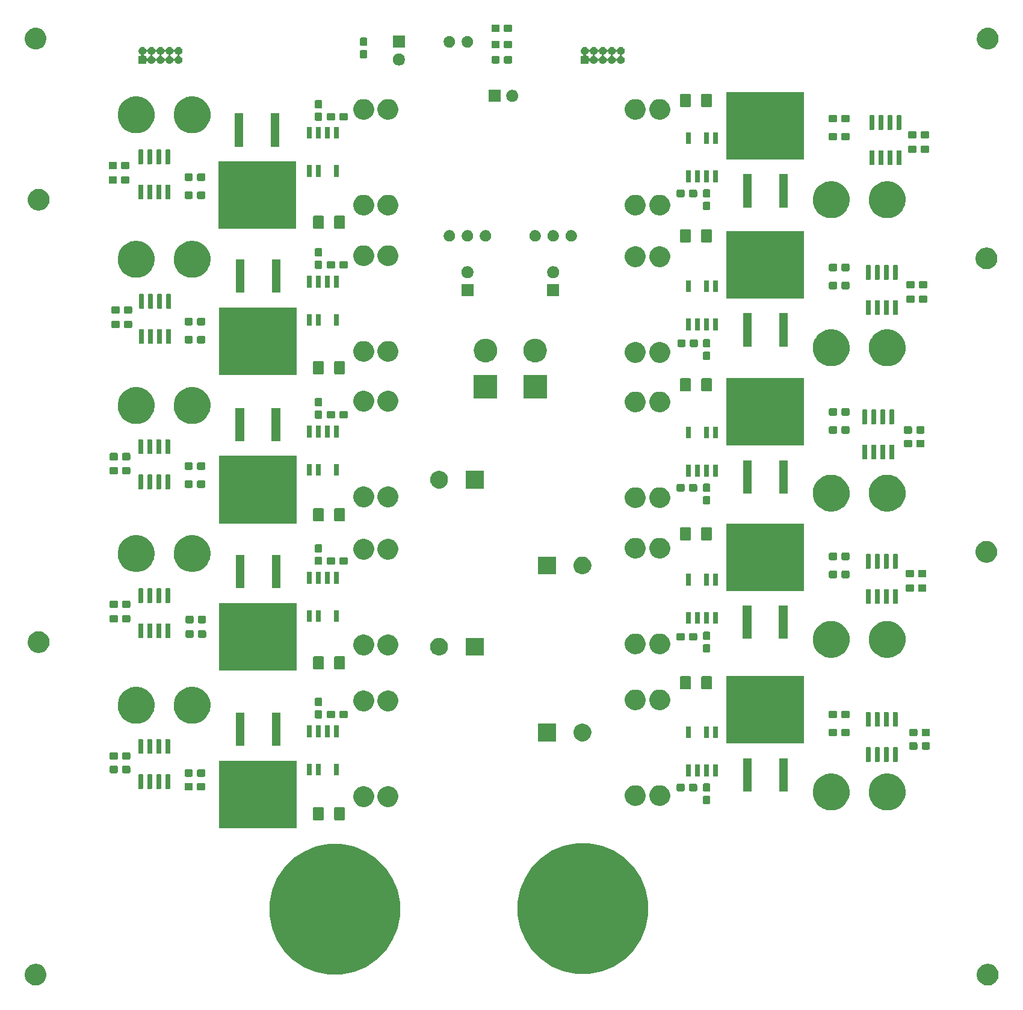
<source format=gbr>
G04 #@! TF.GenerationSoftware,KiCad,Pcbnew,(5.1.4)-1*
G04 #@! TF.CreationDate,2019-12-13T17:37:31-06:00*
G04 #@! TF.ProjectId,PowerBoard_Hardware,506f7765-7242-46f6-9172-645f48617264,rev?*
G04 #@! TF.SameCoordinates,Original*
G04 #@! TF.FileFunction,Soldermask,Top*
G04 #@! TF.FilePolarity,Negative*
%FSLAX46Y46*%
G04 Gerber Fmt 4.6, Leading zero omitted, Abs format (unit mm)*
G04 Created by KiCad (PCBNEW (5.1.4)-1) date 2019-12-13 17:37:31*
%MOMM*%
%LPD*%
G04 APERTURE LIST*
%ADD10C,0.100000*%
G04 APERTURE END LIST*
D10*
G36*
X234795237Y-164676967D02*
G01*
X234942473Y-164706254D01*
X235219859Y-164821151D01*
X235469501Y-164987957D01*
X235681803Y-165200259D01*
X235848609Y-165449901D01*
X235963506Y-165727287D01*
X236022080Y-166021759D01*
X236022080Y-166322001D01*
X235963506Y-166616473D01*
X235848609Y-166893859D01*
X235681803Y-167143501D01*
X235469501Y-167355803D01*
X235219859Y-167522609D01*
X234942473Y-167637506D01*
X234795237Y-167666793D01*
X234648002Y-167696080D01*
X234347758Y-167696080D01*
X234200523Y-167666793D01*
X234053287Y-167637506D01*
X233775901Y-167522609D01*
X233526259Y-167355803D01*
X233313957Y-167143501D01*
X233147151Y-166893859D01*
X233032254Y-166616473D01*
X232973680Y-166322001D01*
X232973680Y-166021759D01*
X233032254Y-165727287D01*
X233147151Y-165449901D01*
X233313957Y-165200259D01*
X233526259Y-164987957D01*
X233775901Y-164821151D01*
X234053287Y-164706254D01*
X234200523Y-164676967D01*
X234347758Y-164647680D01*
X234648002Y-164647680D01*
X234795237Y-164676967D01*
X234795237Y-164676967D01*
G37*
G36*
X100825477Y-164676967D02*
G01*
X100972713Y-164706254D01*
X101250099Y-164821151D01*
X101499741Y-164987957D01*
X101712043Y-165200259D01*
X101878849Y-165449901D01*
X101993746Y-165727287D01*
X102052320Y-166021759D01*
X102052320Y-166322001D01*
X101993746Y-166616473D01*
X101878849Y-166893859D01*
X101712043Y-167143501D01*
X101499741Y-167355803D01*
X101250099Y-167522609D01*
X100972713Y-167637506D01*
X100825477Y-167666793D01*
X100678242Y-167696080D01*
X100377998Y-167696080D01*
X100230763Y-167666793D01*
X100083527Y-167637506D01*
X99806141Y-167522609D01*
X99556499Y-167355803D01*
X99344197Y-167143501D01*
X99177391Y-166893859D01*
X99062494Y-166616473D01*
X99003920Y-166322001D01*
X99003920Y-166021759D01*
X99062494Y-165727287D01*
X99177391Y-165449901D01*
X99344197Y-165200259D01*
X99556499Y-164987957D01*
X99806141Y-164821151D01*
X100083527Y-164706254D01*
X100230763Y-164676967D01*
X100377998Y-164647680D01*
X100678242Y-164647680D01*
X100825477Y-164676967D01*
X100825477Y-164676967D01*
G37*
G36*
X143920201Y-147855286D02*
G01*
X145303083Y-148130358D01*
X146976466Y-148823496D01*
X148482471Y-149829777D01*
X149763223Y-151110529D01*
X150769504Y-152616534D01*
X151462642Y-154289917D01*
X151816000Y-156066372D01*
X151816000Y-157877628D01*
X151462642Y-159654083D01*
X150769504Y-161327466D01*
X149763223Y-162833471D01*
X148482471Y-164114223D01*
X146976466Y-165120504D01*
X145303083Y-165813642D01*
X143920201Y-166088714D01*
X143526630Y-166167000D01*
X141715370Y-166167000D01*
X141321799Y-166088714D01*
X139938917Y-165813642D01*
X138265534Y-165120504D01*
X136759529Y-164114223D01*
X135478777Y-162833471D01*
X134472496Y-161327466D01*
X133779358Y-159654083D01*
X133426000Y-157877628D01*
X133426000Y-156066372D01*
X133779358Y-154289917D01*
X134472496Y-152616534D01*
X135478777Y-151110529D01*
X136759529Y-149829777D01*
X138265534Y-148823496D01*
X139938917Y-148130358D01*
X141321799Y-147855286D01*
X141715370Y-147777000D01*
X143526630Y-147777000D01*
X143920201Y-147855286D01*
X143920201Y-147855286D01*
G37*
G36*
X178845201Y-147728286D02*
G01*
X180228083Y-148003358D01*
X181901466Y-148696496D01*
X183407471Y-149702777D01*
X184688223Y-150983529D01*
X185694504Y-152489534D01*
X186387642Y-154162917D01*
X186741000Y-155939372D01*
X186741000Y-157750628D01*
X186387642Y-159527083D01*
X185694504Y-161200466D01*
X184688223Y-162706471D01*
X183407471Y-163987223D01*
X181901466Y-164993504D01*
X180228083Y-165686642D01*
X178845201Y-165961714D01*
X178451630Y-166040000D01*
X176640370Y-166040000D01*
X176246799Y-165961714D01*
X174863917Y-165686642D01*
X173190534Y-164993504D01*
X171684529Y-163987223D01*
X170403777Y-162706471D01*
X169397496Y-161200466D01*
X168704358Y-159527083D01*
X168351000Y-157750628D01*
X168351000Y-155939372D01*
X168704358Y-154162917D01*
X169397496Y-152489534D01*
X170403777Y-150983529D01*
X171684529Y-149702777D01*
X173190534Y-148696496D01*
X174863917Y-148003358D01*
X176246799Y-147728286D01*
X176640370Y-147650000D01*
X178451630Y-147650000D01*
X178845201Y-147728286D01*
X178845201Y-147728286D01*
G37*
G36*
X137277000Y-145540000D02*
G01*
X126375000Y-145540000D01*
X126375000Y-136038000D01*
X137277000Y-136038000D01*
X137277000Y-145540000D01*
X137277000Y-145540000D01*
G37*
G36*
X143923062Y-142588181D02*
G01*
X143957981Y-142598774D01*
X143990163Y-142615976D01*
X144018373Y-142639127D01*
X144041524Y-142667337D01*
X144058726Y-142699519D01*
X144069319Y-142734438D01*
X144073500Y-142776895D01*
X144073500Y-144243105D01*
X144069319Y-144285562D01*
X144058726Y-144320481D01*
X144041524Y-144352663D01*
X144018373Y-144380873D01*
X143990163Y-144404024D01*
X143957981Y-144421226D01*
X143923062Y-144431819D01*
X143880605Y-144436000D01*
X142739395Y-144436000D01*
X142696938Y-144431819D01*
X142662019Y-144421226D01*
X142629837Y-144404024D01*
X142601627Y-144380873D01*
X142578476Y-144352663D01*
X142561274Y-144320481D01*
X142550681Y-144285562D01*
X142546500Y-144243105D01*
X142546500Y-142776895D01*
X142550681Y-142734438D01*
X142561274Y-142699519D01*
X142578476Y-142667337D01*
X142601627Y-142639127D01*
X142629837Y-142615976D01*
X142662019Y-142598774D01*
X142696938Y-142588181D01*
X142739395Y-142584000D01*
X143880605Y-142584000D01*
X143923062Y-142588181D01*
X143923062Y-142588181D01*
G37*
G36*
X140948062Y-142588181D02*
G01*
X140982981Y-142598774D01*
X141015163Y-142615976D01*
X141043373Y-142639127D01*
X141066524Y-142667337D01*
X141083726Y-142699519D01*
X141094319Y-142734438D01*
X141098500Y-142776895D01*
X141098500Y-144243105D01*
X141094319Y-144285562D01*
X141083726Y-144320481D01*
X141066524Y-144352663D01*
X141043373Y-144380873D01*
X141015163Y-144404024D01*
X140982981Y-144421226D01*
X140948062Y-144431819D01*
X140905605Y-144436000D01*
X139764395Y-144436000D01*
X139721938Y-144431819D01*
X139687019Y-144421226D01*
X139654837Y-144404024D01*
X139626627Y-144380873D01*
X139603476Y-144352663D01*
X139586274Y-144320481D01*
X139575681Y-144285562D01*
X139571500Y-144243105D01*
X139571500Y-142776895D01*
X139575681Y-142734438D01*
X139586274Y-142699519D01*
X139603476Y-142667337D01*
X139626627Y-142639127D01*
X139654837Y-142615976D01*
X139687019Y-142598774D01*
X139721938Y-142588181D01*
X139764395Y-142584000D01*
X140905605Y-142584000D01*
X140948062Y-142588181D01*
X140948062Y-142588181D01*
G37*
G36*
X213059908Y-137937380D02*
G01*
X213226767Y-137970570D01*
X213698299Y-138165885D01*
X213900482Y-138300980D01*
X214122666Y-138449438D01*
X214483562Y-138810334D01*
X214604927Y-138991971D01*
X214767115Y-139234701D01*
X214962430Y-139706233D01*
X214988123Y-139835400D01*
X215062000Y-140206807D01*
X215062000Y-140717193D01*
X215040330Y-140826134D01*
X214962430Y-141217767D01*
X214767115Y-141689299D01*
X214604927Y-141932029D01*
X214483562Y-142113666D01*
X214122666Y-142474562D01*
X213958880Y-142584000D01*
X213698299Y-142758115D01*
X213226767Y-142953430D01*
X213059908Y-142986620D01*
X212726193Y-143053000D01*
X212215807Y-143053000D01*
X211882092Y-142986620D01*
X211715233Y-142953430D01*
X211243701Y-142758115D01*
X210983120Y-142584000D01*
X210819334Y-142474562D01*
X210458438Y-142113666D01*
X210337073Y-141932029D01*
X210174885Y-141689299D01*
X209979570Y-141217767D01*
X209901670Y-140826134D01*
X209880000Y-140717193D01*
X209880000Y-140206807D01*
X209953877Y-139835400D01*
X209979570Y-139706233D01*
X210174885Y-139234701D01*
X210337073Y-138991971D01*
X210458438Y-138810334D01*
X210819334Y-138449438D01*
X211041518Y-138300980D01*
X211243701Y-138165885D01*
X211715233Y-137970570D01*
X211882092Y-137937380D01*
X212215807Y-137871000D01*
X212726193Y-137871000D01*
X213059908Y-137937380D01*
X213059908Y-137937380D01*
G37*
G36*
X220933908Y-137937380D02*
G01*
X221100767Y-137970570D01*
X221572299Y-138165885D01*
X221774482Y-138300980D01*
X221996666Y-138449438D01*
X222357562Y-138810334D01*
X222478927Y-138991971D01*
X222641115Y-139234701D01*
X222836430Y-139706233D01*
X222862123Y-139835400D01*
X222936000Y-140206807D01*
X222936000Y-140717193D01*
X222914330Y-140826134D01*
X222836430Y-141217767D01*
X222641115Y-141689299D01*
X222478927Y-141932029D01*
X222357562Y-142113666D01*
X221996666Y-142474562D01*
X221832880Y-142584000D01*
X221572299Y-142758115D01*
X221100767Y-142953430D01*
X220933908Y-142986620D01*
X220600193Y-143053000D01*
X220089807Y-143053000D01*
X219756092Y-142986620D01*
X219589233Y-142953430D01*
X219117701Y-142758115D01*
X218857120Y-142584000D01*
X218693334Y-142474562D01*
X218332438Y-142113666D01*
X218211073Y-141932029D01*
X218048885Y-141689299D01*
X217853570Y-141217767D01*
X217775670Y-140826134D01*
X217754000Y-140717193D01*
X217754000Y-140206807D01*
X217827877Y-139835400D01*
X217853570Y-139706233D01*
X218048885Y-139234701D01*
X218211073Y-138991971D01*
X218332438Y-138810334D01*
X218693334Y-138449438D01*
X218915518Y-138300980D01*
X219117701Y-138165885D01*
X219589233Y-137970570D01*
X219756092Y-137937380D01*
X220089807Y-137871000D01*
X220600193Y-137871000D01*
X220933908Y-137937380D01*
X220933908Y-137937380D01*
G37*
G36*
X147111070Y-139692433D02*
G01*
X147376899Y-139802543D01*
X147376901Y-139802544D01*
X147616142Y-139962400D01*
X147819600Y-140165858D01*
X147967483Y-140387180D01*
X147979457Y-140405101D01*
X148089567Y-140670930D01*
X148145700Y-140953132D01*
X148145700Y-141240868D01*
X148089567Y-141523070D01*
X147979457Y-141788899D01*
X147979456Y-141788901D01*
X147819600Y-142028142D01*
X147616142Y-142231600D01*
X147376901Y-142391456D01*
X147376900Y-142391457D01*
X147376899Y-142391457D01*
X147111070Y-142501567D01*
X146828868Y-142557700D01*
X146541132Y-142557700D01*
X146258930Y-142501567D01*
X145993101Y-142391457D01*
X145993100Y-142391457D01*
X145993099Y-142391456D01*
X145753858Y-142231600D01*
X145550400Y-142028142D01*
X145390544Y-141788901D01*
X145390543Y-141788899D01*
X145280433Y-141523070D01*
X145224300Y-141240868D01*
X145224300Y-140953132D01*
X145280433Y-140670930D01*
X145390543Y-140405101D01*
X145402517Y-140387180D01*
X145550400Y-140165858D01*
X145753858Y-139962400D01*
X145993099Y-139802544D01*
X145993101Y-139802543D01*
X146258930Y-139692433D01*
X146541132Y-139636300D01*
X146828868Y-139636300D01*
X147111070Y-139692433D01*
X147111070Y-139692433D01*
G37*
G36*
X150540070Y-139692433D02*
G01*
X150805899Y-139802543D01*
X150805901Y-139802544D01*
X151045142Y-139962400D01*
X151248600Y-140165858D01*
X151396483Y-140387180D01*
X151408457Y-140405101D01*
X151518567Y-140670930D01*
X151574700Y-140953132D01*
X151574700Y-141240868D01*
X151518567Y-141523070D01*
X151408457Y-141788899D01*
X151408456Y-141788901D01*
X151248600Y-142028142D01*
X151045142Y-142231600D01*
X150805901Y-142391456D01*
X150805900Y-142391457D01*
X150805899Y-142391457D01*
X150540070Y-142501567D01*
X150257868Y-142557700D01*
X149970132Y-142557700D01*
X149687930Y-142501567D01*
X149422101Y-142391457D01*
X149422100Y-142391457D01*
X149422099Y-142391456D01*
X149182858Y-142231600D01*
X148979400Y-142028142D01*
X148819544Y-141788901D01*
X148819543Y-141788899D01*
X148709433Y-141523070D01*
X148653300Y-141240868D01*
X148653300Y-140953132D01*
X148709433Y-140670930D01*
X148819543Y-140405101D01*
X148831517Y-140387180D01*
X148979400Y-140165858D01*
X149182858Y-139962400D01*
X149422099Y-139802544D01*
X149422101Y-139802543D01*
X149687930Y-139692433D01*
X149970132Y-139636300D01*
X150257868Y-139636300D01*
X150540070Y-139692433D01*
X150540070Y-139692433D01*
G37*
G36*
X185338070Y-139565433D02*
G01*
X185603899Y-139675543D01*
X185603901Y-139675544D01*
X185843142Y-139835400D01*
X186046600Y-140038858D01*
X186206456Y-140278099D01*
X186206457Y-140278101D01*
X186316567Y-140543930D01*
X186372700Y-140826132D01*
X186372700Y-141113868D01*
X186316567Y-141396070D01*
X186263961Y-141523071D01*
X186206456Y-141661901D01*
X186046600Y-141901142D01*
X185843142Y-142104600D01*
X185603901Y-142264456D01*
X185603900Y-142264457D01*
X185603899Y-142264457D01*
X185338070Y-142374567D01*
X185055868Y-142430700D01*
X184768132Y-142430700D01*
X184485930Y-142374567D01*
X184220101Y-142264457D01*
X184220100Y-142264457D01*
X184220099Y-142264456D01*
X183980858Y-142104600D01*
X183777400Y-141901142D01*
X183617544Y-141661901D01*
X183560039Y-141523071D01*
X183507433Y-141396070D01*
X183451300Y-141113868D01*
X183451300Y-140826132D01*
X183507433Y-140543930D01*
X183617543Y-140278101D01*
X183617544Y-140278099D01*
X183777400Y-140038858D01*
X183980858Y-139835400D01*
X184220099Y-139675544D01*
X184220101Y-139675543D01*
X184485930Y-139565433D01*
X184768132Y-139509300D01*
X185055868Y-139509300D01*
X185338070Y-139565433D01*
X185338070Y-139565433D01*
G37*
G36*
X188767070Y-139565433D02*
G01*
X189032899Y-139675543D01*
X189032901Y-139675544D01*
X189272142Y-139835400D01*
X189475600Y-140038858D01*
X189635456Y-140278099D01*
X189635457Y-140278101D01*
X189745567Y-140543930D01*
X189801700Y-140826132D01*
X189801700Y-141113868D01*
X189745567Y-141396070D01*
X189692961Y-141523071D01*
X189635456Y-141661901D01*
X189475600Y-141901142D01*
X189272142Y-142104600D01*
X189032901Y-142264456D01*
X189032900Y-142264457D01*
X189032899Y-142264457D01*
X188767070Y-142374567D01*
X188484868Y-142430700D01*
X188197132Y-142430700D01*
X187914930Y-142374567D01*
X187649101Y-142264457D01*
X187649100Y-142264457D01*
X187649099Y-142264456D01*
X187409858Y-142104600D01*
X187206400Y-141901142D01*
X187046544Y-141661901D01*
X186989039Y-141523071D01*
X186936433Y-141396070D01*
X186880300Y-141113868D01*
X186880300Y-140826132D01*
X186936433Y-140543930D01*
X187046543Y-140278101D01*
X187046544Y-140278099D01*
X187206400Y-140038858D01*
X187409858Y-139835400D01*
X187649099Y-139675544D01*
X187649101Y-139675543D01*
X187914930Y-139565433D01*
X188197132Y-139509300D01*
X188484868Y-139509300D01*
X188767070Y-139565433D01*
X188767070Y-139565433D01*
G37*
G36*
X195309499Y-141005445D02*
G01*
X195346995Y-141016820D01*
X195381554Y-141035292D01*
X195411847Y-141060153D01*
X195436708Y-141090446D01*
X195455180Y-141125005D01*
X195466555Y-141162501D01*
X195471000Y-141207638D01*
X195471000Y-141946362D01*
X195466555Y-141991499D01*
X195455180Y-142028995D01*
X195436708Y-142063554D01*
X195411847Y-142093847D01*
X195381554Y-142118708D01*
X195346995Y-142137180D01*
X195309499Y-142148555D01*
X195264362Y-142153000D01*
X194625638Y-142153000D01*
X194580501Y-142148555D01*
X194543005Y-142137180D01*
X194508446Y-142118708D01*
X194478153Y-142093847D01*
X194453292Y-142063554D01*
X194434820Y-142028995D01*
X194423445Y-141991499D01*
X194419000Y-141946362D01*
X194419000Y-141207638D01*
X194423445Y-141162501D01*
X194434820Y-141125005D01*
X194453292Y-141090446D01*
X194478153Y-141060153D01*
X194508446Y-141035292D01*
X194543005Y-141016820D01*
X194580501Y-141005445D01*
X194625638Y-141001000D01*
X195264362Y-141001000D01*
X195309499Y-141005445D01*
X195309499Y-141005445D01*
G37*
G36*
X201261000Y-140406000D02*
G01*
X200059000Y-140406000D01*
X200059000Y-135704000D01*
X201261000Y-135704000D01*
X201261000Y-140406000D01*
X201261000Y-140406000D01*
G37*
G36*
X206341000Y-140406000D02*
G01*
X205139000Y-140406000D01*
X205139000Y-135704000D01*
X206341000Y-135704000D01*
X206341000Y-140406000D01*
X206341000Y-140406000D01*
G37*
G36*
X195309499Y-139255445D02*
G01*
X195346995Y-139266820D01*
X195381554Y-139285292D01*
X195411847Y-139310153D01*
X195436708Y-139340446D01*
X195455180Y-139375005D01*
X195466555Y-139412501D01*
X195471000Y-139457638D01*
X195471000Y-140196362D01*
X195466555Y-140241499D01*
X195455180Y-140278995D01*
X195436708Y-140313554D01*
X195411847Y-140343847D01*
X195381554Y-140368708D01*
X195346995Y-140387180D01*
X195309499Y-140398555D01*
X195264362Y-140403000D01*
X194625638Y-140403000D01*
X194580501Y-140398555D01*
X194543005Y-140387180D01*
X194508446Y-140368708D01*
X194478153Y-140343847D01*
X194453292Y-140313554D01*
X194434820Y-140278995D01*
X194423445Y-140241499D01*
X194419000Y-140196362D01*
X194419000Y-139457638D01*
X194423445Y-139412501D01*
X194434820Y-139375005D01*
X194453292Y-139340446D01*
X194478153Y-139310153D01*
X194508446Y-139285292D01*
X194543005Y-139266820D01*
X194580501Y-139255445D01*
X194625638Y-139251000D01*
X195264362Y-139251000D01*
X195309499Y-139255445D01*
X195309499Y-139255445D01*
G37*
G36*
X193454499Y-139305445D02*
G01*
X193491995Y-139316820D01*
X193526554Y-139335292D01*
X193556847Y-139360153D01*
X193581708Y-139390446D01*
X193600180Y-139425005D01*
X193611555Y-139462501D01*
X193616000Y-139507638D01*
X193616000Y-140146362D01*
X193611555Y-140191499D01*
X193600180Y-140228995D01*
X193581708Y-140263554D01*
X193556847Y-140293847D01*
X193526554Y-140318708D01*
X193491995Y-140337180D01*
X193454499Y-140348555D01*
X193409362Y-140353000D01*
X192670638Y-140353000D01*
X192625501Y-140348555D01*
X192588005Y-140337180D01*
X192553446Y-140318708D01*
X192523153Y-140293847D01*
X192498292Y-140263554D01*
X192479820Y-140228995D01*
X192468445Y-140191499D01*
X192464000Y-140146362D01*
X192464000Y-139507638D01*
X192468445Y-139462501D01*
X192479820Y-139425005D01*
X192498292Y-139390446D01*
X192523153Y-139360153D01*
X192553446Y-139335292D01*
X192588005Y-139316820D01*
X192625501Y-139305445D01*
X192670638Y-139301000D01*
X193409362Y-139301000D01*
X193454499Y-139305445D01*
X193454499Y-139305445D01*
G37*
G36*
X191704499Y-139305445D02*
G01*
X191741995Y-139316820D01*
X191776554Y-139335292D01*
X191806847Y-139360153D01*
X191831708Y-139390446D01*
X191850180Y-139425005D01*
X191861555Y-139462501D01*
X191866000Y-139507638D01*
X191866000Y-140146362D01*
X191861555Y-140191499D01*
X191850180Y-140228995D01*
X191831708Y-140263554D01*
X191806847Y-140293847D01*
X191776554Y-140318708D01*
X191741995Y-140337180D01*
X191704499Y-140348555D01*
X191659362Y-140353000D01*
X190920638Y-140353000D01*
X190875501Y-140348555D01*
X190838005Y-140337180D01*
X190803446Y-140318708D01*
X190773153Y-140293847D01*
X190748292Y-140263554D01*
X190729820Y-140228995D01*
X190718445Y-140191499D01*
X190714000Y-140146362D01*
X190714000Y-139507638D01*
X190718445Y-139462501D01*
X190729820Y-139425005D01*
X190748292Y-139390446D01*
X190773153Y-139360153D01*
X190803446Y-139335292D01*
X190838005Y-139316820D01*
X190875501Y-139305445D01*
X190920638Y-139301000D01*
X191659362Y-139301000D01*
X191704499Y-139305445D01*
X191704499Y-139305445D01*
G37*
G36*
X122489499Y-139178445D02*
G01*
X122526995Y-139189820D01*
X122561554Y-139208292D01*
X122591847Y-139233153D01*
X122616708Y-139263446D01*
X122635180Y-139298005D01*
X122646555Y-139335501D01*
X122651000Y-139380638D01*
X122651000Y-140019362D01*
X122646555Y-140064499D01*
X122635180Y-140101995D01*
X122616708Y-140136554D01*
X122591847Y-140166847D01*
X122561554Y-140191708D01*
X122526995Y-140210180D01*
X122489499Y-140221555D01*
X122444362Y-140226000D01*
X121705638Y-140226000D01*
X121660501Y-140221555D01*
X121623005Y-140210180D01*
X121588446Y-140191708D01*
X121558153Y-140166847D01*
X121533292Y-140136554D01*
X121514820Y-140101995D01*
X121503445Y-140064499D01*
X121499000Y-140019362D01*
X121499000Y-139380638D01*
X121503445Y-139335501D01*
X121514820Y-139298005D01*
X121533292Y-139263446D01*
X121558153Y-139233153D01*
X121588446Y-139208292D01*
X121623005Y-139189820D01*
X121660501Y-139178445D01*
X121705638Y-139174000D01*
X122444362Y-139174000D01*
X122489499Y-139178445D01*
X122489499Y-139178445D01*
G37*
G36*
X124239499Y-139178445D02*
G01*
X124276995Y-139189820D01*
X124311554Y-139208292D01*
X124341847Y-139233153D01*
X124366708Y-139263446D01*
X124385180Y-139298005D01*
X124396555Y-139335501D01*
X124401000Y-139380638D01*
X124401000Y-140019362D01*
X124396555Y-140064499D01*
X124385180Y-140101995D01*
X124366708Y-140136554D01*
X124341847Y-140166847D01*
X124311554Y-140191708D01*
X124276995Y-140210180D01*
X124239499Y-140221555D01*
X124194362Y-140226000D01*
X123455638Y-140226000D01*
X123410501Y-140221555D01*
X123373005Y-140210180D01*
X123338446Y-140191708D01*
X123308153Y-140166847D01*
X123283292Y-140136554D01*
X123264820Y-140101995D01*
X123253445Y-140064499D01*
X123249000Y-140019362D01*
X123249000Y-139380638D01*
X123253445Y-139335501D01*
X123264820Y-139298005D01*
X123283292Y-139263446D01*
X123308153Y-139233153D01*
X123338446Y-139208292D01*
X123373005Y-139189820D01*
X123410501Y-139178445D01*
X123455638Y-139174000D01*
X124194362Y-139174000D01*
X124239499Y-139178445D01*
X124239499Y-139178445D01*
G37*
G36*
X118115928Y-137976764D02*
G01*
X118137009Y-137983160D01*
X118156445Y-137993548D01*
X118173476Y-138007524D01*
X118187452Y-138024555D01*
X118197840Y-138043991D01*
X118204236Y-138065072D01*
X118207000Y-138093140D01*
X118207000Y-139906860D01*
X118204236Y-139934928D01*
X118197840Y-139956009D01*
X118187452Y-139975445D01*
X118173476Y-139992476D01*
X118156445Y-140006452D01*
X118137009Y-140016840D01*
X118115928Y-140023236D01*
X118087860Y-140026000D01*
X117624140Y-140026000D01*
X117596072Y-140023236D01*
X117574991Y-140016840D01*
X117555555Y-140006452D01*
X117538524Y-139992476D01*
X117524548Y-139975445D01*
X117514160Y-139956009D01*
X117507764Y-139934928D01*
X117505000Y-139906860D01*
X117505000Y-138093140D01*
X117507764Y-138065072D01*
X117514160Y-138043991D01*
X117524548Y-138024555D01*
X117538524Y-138007524D01*
X117555555Y-137993548D01*
X117574991Y-137983160D01*
X117596072Y-137976764D01*
X117624140Y-137974000D01*
X118087860Y-137974000D01*
X118115928Y-137976764D01*
X118115928Y-137976764D01*
G37*
G36*
X115575928Y-137976764D02*
G01*
X115597009Y-137983160D01*
X115616445Y-137993548D01*
X115633476Y-138007524D01*
X115647452Y-138024555D01*
X115657840Y-138043991D01*
X115664236Y-138065072D01*
X115667000Y-138093140D01*
X115667000Y-139906860D01*
X115664236Y-139934928D01*
X115657840Y-139956009D01*
X115647452Y-139975445D01*
X115633476Y-139992476D01*
X115616445Y-140006452D01*
X115597009Y-140016840D01*
X115575928Y-140023236D01*
X115547860Y-140026000D01*
X115084140Y-140026000D01*
X115056072Y-140023236D01*
X115034991Y-140016840D01*
X115015555Y-140006452D01*
X114998524Y-139992476D01*
X114984548Y-139975445D01*
X114974160Y-139956009D01*
X114967764Y-139934928D01*
X114965000Y-139906860D01*
X114965000Y-138093140D01*
X114967764Y-138065072D01*
X114974160Y-138043991D01*
X114984548Y-138024555D01*
X114998524Y-138007524D01*
X115015555Y-137993548D01*
X115034991Y-137983160D01*
X115056072Y-137976764D01*
X115084140Y-137974000D01*
X115547860Y-137974000D01*
X115575928Y-137976764D01*
X115575928Y-137976764D01*
G37*
G36*
X119385928Y-137976764D02*
G01*
X119407009Y-137983160D01*
X119426445Y-137993548D01*
X119443476Y-138007524D01*
X119457452Y-138024555D01*
X119467840Y-138043991D01*
X119474236Y-138065072D01*
X119477000Y-138093140D01*
X119477000Y-139906860D01*
X119474236Y-139934928D01*
X119467840Y-139956009D01*
X119457452Y-139975445D01*
X119443476Y-139992476D01*
X119426445Y-140006452D01*
X119407009Y-140016840D01*
X119385928Y-140023236D01*
X119357860Y-140026000D01*
X118894140Y-140026000D01*
X118866072Y-140023236D01*
X118844991Y-140016840D01*
X118825555Y-140006452D01*
X118808524Y-139992476D01*
X118794548Y-139975445D01*
X118784160Y-139956009D01*
X118777764Y-139934928D01*
X118775000Y-139906860D01*
X118775000Y-138093140D01*
X118777764Y-138065072D01*
X118784160Y-138043991D01*
X118794548Y-138024555D01*
X118808524Y-138007524D01*
X118825555Y-137993548D01*
X118844991Y-137983160D01*
X118866072Y-137976764D01*
X118894140Y-137974000D01*
X119357860Y-137974000D01*
X119385928Y-137976764D01*
X119385928Y-137976764D01*
G37*
G36*
X116845928Y-137976764D02*
G01*
X116867009Y-137983160D01*
X116886445Y-137993548D01*
X116903476Y-138007524D01*
X116917452Y-138024555D01*
X116927840Y-138043991D01*
X116934236Y-138065072D01*
X116937000Y-138093140D01*
X116937000Y-139906860D01*
X116934236Y-139934928D01*
X116927840Y-139956009D01*
X116917452Y-139975445D01*
X116903476Y-139992476D01*
X116886445Y-140006452D01*
X116867009Y-140016840D01*
X116845928Y-140023236D01*
X116817860Y-140026000D01*
X116354140Y-140026000D01*
X116326072Y-140023236D01*
X116304991Y-140016840D01*
X116285555Y-140006452D01*
X116268524Y-139992476D01*
X116254548Y-139975445D01*
X116244160Y-139956009D01*
X116237764Y-139934928D01*
X116235000Y-139906860D01*
X116235000Y-138093140D01*
X116237764Y-138065072D01*
X116244160Y-138043991D01*
X116254548Y-138024555D01*
X116268524Y-138007524D01*
X116285555Y-137993548D01*
X116304991Y-137983160D01*
X116326072Y-137976764D01*
X116354140Y-137974000D01*
X116817860Y-137974000D01*
X116845928Y-137976764D01*
X116845928Y-137976764D01*
G37*
G36*
X122489499Y-137273445D02*
G01*
X122526995Y-137284820D01*
X122561554Y-137303292D01*
X122591847Y-137328153D01*
X122616708Y-137358446D01*
X122635180Y-137393005D01*
X122646555Y-137430501D01*
X122651000Y-137475638D01*
X122651000Y-138114362D01*
X122646555Y-138159499D01*
X122635180Y-138196995D01*
X122616708Y-138231554D01*
X122591847Y-138261847D01*
X122561554Y-138286708D01*
X122526995Y-138305180D01*
X122489499Y-138316555D01*
X122444362Y-138321000D01*
X121705638Y-138321000D01*
X121660501Y-138316555D01*
X121623005Y-138305180D01*
X121588446Y-138286708D01*
X121558153Y-138261847D01*
X121533292Y-138231554D01*
X121514820Y-138196995D01*
X121503445Y-138159499D01*
X121499000Y-138114362D01*
X121499000Y-137475638D01*
X121503445Y-137430501D01*
X121514820Y-137393005D01*
X121533292Y-137358446D01*
X121558153Y-137328153D01*
X121588446Y-137303292D01*
X121623005Y-137284820D01*
X121660501Y-137273445D01*
X121705638Y-137269000D01*
X122444362Y-137269000D01*
X122489499Y-137273445D01*
X122489499Y-137273445D01*
G37*
G36*
X124239499Y-137273445D02*
G01*
X124276995Y-137284820D01*
X124311554Y-137303292D01*
X124341847Y-137328153D01*
X124366708Y-137358446D01*
X124385180Y-137393005D01*
X124396555Y-137430501D01*
X124401000Y-137475638D01*
X124401000Y-138114362D01*
X124396555Y-138159499D01*
X124385180Y-138196995D01*
X124366708Y-138231554D01*
X124341847Y-138261847D01*
X124311554Y-138286708D01*
X124276995Y-138305180D01*
X124239499Y-138316555D01*
X124194362Y-138321000D01*
X123455638Y-138321000D01*
X123410501Y-138316555D01*
X123373005Y-138305180D01*
X123338446Y-138286708D01*
X123308153Y-138261847D01*
X123283292Y-138231554D01*
X123264820Y-138196995D01*
X123253445Y-138159499D01*
X123249000Y-138114362D01*
X123249000Y-137475638D01*
X123253445Y-137430501D01*
X123264820Y-137393005D01*
X123283292Y-137358446D01*
X123308153Y-137328153D01*
X123338446Y-137303292D01*
X123373005Y-137284820D01*
X123410501Y-137273445D01*
X123455638Y-137269000D01*
X124194362Y-137269000D01*
X124239499Y-137273445D01*
X124239499Y-137273445D01*
G37*
G36*
X192756000Y-138273000D02*
G01*
X192054000Y-138273000D01*
X192054000Y-136621000D01*
X192756000Y-136621000D01*
X192756000Y-138273000D01*
X192756000Y-138273000D01*
G37*
G36*
X194026000Y-138273000D02*
G01*
X193324000Y-138273000D01*
X193324000Y-136621000D01*
X194026000Y-136621000D01*
X194026000Y-138273000D01*
X194026000Y-138273000D01*
G37*
G36*
X196566000Y-138273000D02*
G01*
X195864000Y-138273000D01*
X195864000Y-136621000D01*
X196566000Y-136621000D01*
X196566000Y-138273000D01*
X196566000Y-138273000D01*
G37*
G36*
X195296000Y-138273000D02*
G01*
X194594000Y-138273000D01*
X194594000Y-136621000D01*
X195296000Y-136621000D01*
X195296000Y-138273000D01*
X195296000Y-138273000D01*
G37*
G36*
X140686000Y-138146000D02*
G01*
X139984000Y-138146000D01*
X139984000Y-136494000D01*
X140686000Y-136494000D01*
X140686000Y-138146000D01*
X140686000Y-138146000D01*
G37*
G36*
X139416000Y-138146000D02*
G01*
X138714000Y-138146000D01*
X138714000Y-136494000D01*
X139416000Y-136494000D01*
X139416000Y-138146000D01*
X139416000Y-138146000D01*
G37*
G36*
X143226000Y-138146000D02*
G01*
X142524000Y-138146000D01*
X142524000Y-136494000D01*
X143226000Y-136494000D01*
X143226000Y-138146000D01*
X143226000Y-138146000D01*
G37*
G36*
X113698499Y-136765445D02*
G01*
X113735995Y-136776820D01*
X113770554Y-136795292D01*
X113800847Y-136820153D01*
X113825708Y-136850446D01*
X113844180Y-136885005D01*
X113855555Y-136922501D01*
X113860000Y-136967638D01*
X113860000Y-137606362D01*
X113855555Y-137651499D01*
X113844180Y-137688995D01*
X113825708Y-137723554D01*
X113800847Y-137753847D01*
X113770554Y-137778708D01*
X113735995Y-137797180D01*
X113698499Y-137808555D01*
X113653362Y-137813000D01*
X112914638Y-137813000D01*
X112869501Y-137808555D01*
X112832005Y-137797180D01*
X112797446Y-137778708D01*
X112767153Y-137753847D01*
X112742292Y-137723554D01*
X112723820Y-137688995D01*
X112712445Y-137651499D01*
X112708000Y-137606362D01*
X112708000Y-136967638D01*
X112712445Y-136922501D01*
X112723820Y-136885005D01*
X112742292Y-136850446D01*
X112767153Y-136820153D01*
X112797446Y-136795292D01*
X112832005Y-136776820D01*
X112869501Y-136765445D01*
X112914638Y-136761000D01*
X113653362Y-136761000D01*
X113698499Y-136765445D01*
X113698499Y-136765445D01*
G37*
G36*
X111948499Y-136765445D02*
G01*
X111985995Y-136776820D01*
X112020554Y-136795292D01*
X112050847Y-136820153D01*
X112075708Y-136850446D01*
X112094180Y-136885005D01*
X112105555Y-136922501D01*
X112110000Y-136967638D01*
X112110000Y-137606362D01*
X112105555Y-137651499D01*
X112094180Y-137688995D01*
X112075708Y-137723554D01*
X112050847Y-137753847D01*
X112020554Y-137778708D01*
X111985995Y-137797180D01*
X111948499Y-137808555D01*
X111903362Y-137813000D01*
X111164638Y-137813000D01*
X111119501Y-137808555D01*
X111082005Y-137797180D01*
X111047446Y-137778708D01*
X111017153Y-137753847D01*
X110992292Y-137723554D01*
X110973820Y-137688995D01*
X110962445Y-137651499D01*
X110958000Y-137606362D01*
X110958000Y-136967638D01*
X110962445Y-136922501D01*
X110973820Y-136885005D01*
X110992292Y-136850446D01*
X111017153Y-136820153D01*
X111047446Y-136795292D01*
X111082005Y-136776820D01*
X111119501Y-136765445D01*
X111164638Y-136761000D01*
X111903362Y-136761000D01*
X111948499Y-136765445D01*
X111948499Y-136765445D01*
G37*
G36*
X221747928Y-134166764D02*
G01*
X221769009Y-134173160D01*
X221788445Y-134183548D01*
X221805476Y-134197524D01*
X221819452Y-134214555D01*
X221829840Y-134233991D01*
X221836236Y-134255072D01*
X221839000Y-134283140D01*
X221839000Y-136096860D01*
X221836236Y-136124928D01*
X221829840Y-136146009D01*
X221819452Y-136165445D01*
X221805476Y-136182476D01*
X221788445Y-136196452D01*
X221769009Y-136206840D01*
X221747928Y-136213236D01*
X221719860Y-136216000D01*
X221256140Y-136216000D01*
X221228072Y-136213236D01*
X221206991Y-136206840D01*
X221187555Y-136196452D01*
X221170524Y-136182476D01*
X221156548Y-136165445D01*
X221146160Y-136146009D01*
X221139764Y-136124928D01*
X221137000Y-136096860D01*
X221137000Y-134283140D01*
X221139764Y-134255072D01*
X221146160Y-134233991D01*
X221156548Y-134214555D01*
X221170524Y-134197524D01*
X221187555Y-134183548D01*
X221206991Y-134173160D01*
X221228072Y-134166764D01*
X221256140Y-134164000D01*
X221719860Y-134164000D01*
X221747928Y-134166764D01*
X221747928Y-134166764D01*
G37*
G36*
X220477928Y-134166764D02*
G01*
X220499009Y-134173160D01*
X220518445Y-134183548D01*
X220535476Y-134197524D01*
X220549452Y-134214555D01*
X220559840Y-134233991D01*
X220566236Y-134255072D01*
X220569000Y-134283140D01*
X220569000Y-136096860D01*
X220566236Y-136124928D01*
X220559840Y-136146009D01*
X220549452Y-136165445D01*
X220535476Y-136182476D01*
X220518445Y-136196452D01*
X220499009Y-136206840D01*
X220477928Y-136213236D01*
X220449860Y-136216000D01*
X219986140Y-136216000D01*
X219958072Y-136213236D01*
X219936991Y-136206840D01*
X219917555Y-136196452D01*
X219900524Y-136182476D01*
X219886548Y-136165445D01*
X219876160Y-136146009D01*
X219869764Y-136124928D01*
X219867000Y-136096860D01*
X219867000Y-134283140D01*
X219869764Y-134255072D01*
X219876160Y-134233991D01*
X219886548Y-134214555D01*
X219900524Y-134197524D01*
X219917555Y-134183548D01*
X219936991Y-134173160D01*
X219958072Y-134166764D01*
X219986140Y-134164000D01*
X220449860Y-134164000D01*
X220477928Y-134166764D01*
X220477928Y-134166764D01*
G37*
G36*
X219207928Y-134166764D02*
G01*
X219229009Y-134173160D01*
X219248445Y-134183548D01*
X219265476Y-134197524D01*
X219279452Y-134214555D01*
X219289840Y-134233991D01*
X219296236Y-134255072D01*
X219299000Y-134283140D01*
X219299000Y-136096860D01*
X219296236Y-136124928D01*
X219289840Y-136146009D01*
X219279452Y-136165445D01*
X219265476Y-136182476D01*
X219248445Y-136196452D01*
X219229009Y-136206840D01*
X219207928Y-136213236D01*
X219179860Y-136216000D01*
X218716140Y-136216000D01*
X218688072Y-136213236D01*
X218666991Y-136206840D01*
X218647555Y-136196452D01*
X218630524Y-136182476D01*
X218616548Y-136165445D01*
X218606160Y-136146009D01*
X218599764Y-136124928D01*
X218597000Y-136096860D01*
X218597000Y-134283140D01*
X218599764Y-134255072D01*
X218606160Y-134233991D01*
X218616548Y-134214555D01*
X218630524Y-134197524D01*
X218647555Y-134183548D01*
X218666991Y-134173160D01*
X218688072Y-134166764D01*
X218716140Y-134164000D01*
X219179860Y-134164000D01*
X219207928Y-134166764D01*
X219207928Y-134166764D01*
G37*
G36*
X217937928Y-134166764D02*
G01*
X217959009Y-134173160D01*
X217978445Y-134183548D01*
X217995476Y-134197524D01*
X218009452Y-134214555D01*
X218019840Y-134233991D01*
X218026236Y-134255072D01*
X218029000Y-134283140D01*
X218029000Y-136096860D01*
X218026236Y-136124928D01*
X218019840Y-136146009D01*
X218009452Y-136165445D01*
X217995476Y-136182476D01*
X217978445Y-136196452D01*
X217959009Y-136206840D01*
X217937928Y-136213236D01*
X217909860Y-136216000D01*
X217446140Y-136216000D01*
X217418072Y-136213236D01*
X217396991Y-136206840D01*
X217377555Y-136196452D01*
X217360524Y-136182476D01*
X217346548Y-136165445D01*
X217336160Y-136146009D01*
X217329764Y-136124928D01*
X217327000Y-136096860D01*
X217327000Y-134283140D01*
X217329764Y-134255072D01*
X217336160Y-134233991D01*
X217346548Y-134214555D01*
X217360524Y-134197524D01*
X217377555Y-134183548D01*
X217396991Y-134173160D01*
X217418072Y-134166764D01*
X217446140Y-134164000D01*
X217909860Y-134164000D01*
X217937928Y-134166764D01*
X217937928Y-134166764D01*
G37*
G36*
X113698499Y-134860445D02*
G01*
X113735995Y-134871820D01*
X113770554Y-134890292D01*
X113800847Y-134915153D01*
X113825708Y-134945446D01*
X113844180Y-134980005D01*
X113855555Y-135017501D01*
X113860000Y-135062638D01*
X113860000Y-135701362D01*
X113855555Y-135746499D01*
X113844180Y-135783995D01*
X113825708Y-135818554D01*
X113800847Y-135848847D01*
X113770554Y-135873708D01*
X113735995Y-135892180D01*
X113698499Y-135903555D01*
X113653362Y-135908000D01*
X112914638Y-135908000D01*
X112869501Y-135903555D01*
X112832005Y-135892180D01*
X112797446Y-135873708D01*
X112767153Y-135848847D01*
X112742292Y-135818554D01*
X112723820Y-135783995D01*
X112712445Y-135746499D01*
X112708000Y-135701362D01*
X112708000Y-135062638D01*
X112712445Y-135017501D01*
X112723820Y-134980005D01*
X112742292Y-134945446D01*
X112767153Y-134915153D01*
X112797446Y-134890292D01*
X112832005Y-134871820D01*
X112869501Y-134860445D01*
X112914638Y-134856000D01*
X113653362Y-134856000D01*
X113698499Y-134860445D01*
X113698499Y-134860445D01*
G37*
G36*
X111948499Y-134860445D02*
G01*
X111985995Y-134871820D01*
X112020554Y-134890292D01*
X112050847Y-134915153D01*
X112075708Y-134945446D01*
X112094180Y-134980005D01*
X112105555Y-135017501D01*
X112110000Y-135062638D01*
X112110000Y-135701362D01*
X112105555Y-135746499D01*
X112094180Y-135783995D01*
X112075708Y-135818554D01*
X112050847Y-135848847D01*
X112020554Y-135873708D01*
X111985995Y-135892180D01*
X111948499Y-135903555D01*
X111903362Y-135908000D01*
X111164638Y-135908000D01*
X111119501Y-135903555D01*
X111082005Y-135892180D01*
X111047446Y-135873708D01*
X111017153Y-135848847D01*
X110992292Y-135818554D01*
X110973820Y-135783995D01*
X110962445Y-135746499D01*
X110958000Y-135701362D01*
X110958000Y-135062638D01*
X110962445Y-135017501D01*
X110973820Y-134980005D01*
X110992292Y-134945446D01*
X111017153Y-134915153D01*
X111047446Y-134890292D01*
X111082005Y-134871820D01*
X111119501Y-134860445D01*
X111164638Y-134856000D01*
X111903362Y-134856000D01*
X111948499Y-134860445D01*
X111948499Y-134860445D01*
G37*
G36*
X119385928Y-133026764D02*
G01*
X119407009Y-133033160D01*
X119426445Y-133043548D01*
X119443476Y-133057524D01*
X119457452Y-133074555D01*
X119467840Y-133093991D01*
X119474236Y-133115072D01*
X119477000Y-133143140D01*
X119477000Y-134956860D01*
X119474236Y-134984928D01*
X119467840Y-135006009D01*
X119457452Y-135025445D01*
X119443476Y-135042476D01*
X119426445Y-135056452D01*
X119407009Y-135066840D01*
X119385928Y-135073236D01*
X119357860Y-135076000D01*
X118894140Y-135076000D01*
X118866072Y-135073236D01*
X118844991Y-135066840D01*
X118825555Y-135056452D01*
X118808524Y-135042476D01*
X118794548Y-135025445D01*
X118784160Y-135006009D01*
X118777764Y-134984928D01*
X118775000Y-134956860D01*
X118775000Y-133143140D01*
X118777764Y-133115072D01*
X118784160Y-133093991D01*
X118794548Y-133074555D01*
X118808524Y-133057524D01*
X118825555Y-133043548D01*
X118844991Y-133033160D01*
X118866072Y-133026764D01*
X118894140Y-133024000D01*
X119357860Y-133024000D01*
X119385928Y-133026764D01*
X119385928Y-133026764D01*
G37*
G36*
X118115928Y-133026764D02*
G01*
X118137009Y-133033160D01*
X118156445Y-133043548D01*
X118173476Y-133057524D01*
X118187452Y-133074555D01*
X118197840Y-133093991D01*
X118204236Y-133115072D01*
X118207000Y-133143140D01*
X118207000Y-134956860D01*
X118204236Y-134984928D01*
X118197840Y-135006009D01*
X118187452Y-135025445D01*
X118173476Y-135042476D01*
X118156445Y-135056452D01*
X118137009Y-135066840D01*
X118115928Y-135073236D01*
X118087860Y-135076000D01*
X117624140Y-135076000D01*
X117596072Y-135073236D01*
X117574991Y-135066840D01*
X117555555Y-135056452D01*
X117538524Y-135042476D01*
X117524548Y-135025445D01*
X117514160Y-135006009D01*
X117507764Y-134984928D01*
X117505000Y-134956860D01*
X117505000Y-133143140D01*
X117507764Y-133115072D01*
X117514160Y-133093991D01*
X117524548Y-133074555D01*
X117538524Y-133057524D01*
X117555555Y-133043548D01*
X117574991Y-133033160D01*
X117596072Y-133026764D01*
X117624140Y-133024000D01*
X118087860Y-133024000D01*
X118115928Y-133026764D01*
X118115928Y-133026764D01*
G37*
G36*
X115575928Y-133026764D02*
G01*
X115597009Y-133033160D01*
X115616445Y-133043548D01*
X115633476Y-133057524D01*
X115647452Y-133074555D01*
X115657840Y-133093991D01*
X115664236Y-133115072D01*
X115667000Y-133143140D01*
X115667000Y-134956860D01*
X115664236Y-134984928D01*
X115657840Y-135006009D01*
X115647452Y-135025445D01*
X115633476Y-135042476D01*
X115616445Y-135056452D01*
X115597009Y-135066840D01*
X115575928Y-135073236D01*
X115547860Y-135076000D01*
X115084140Y-135076000D01*
X115056072Y-135073236D01*
X115034991Y-135066840D01*
X115015555Y-135056452D01*
X114998524Y-135042476D01*
X114984548Y-135025445D01*
X114974160Y-135006009D01*
X114967764Y-134984928D01*
X114965000Y-134956860D01*
X114965000Y-133143140D01*
X114967764Y-133115072D01*
X114974160Y-133093991D01*
X114984548Y-133074555D01*
X114998524Y-133057524D01*
X115015555Y-133043548D01*
X115034991Y-133033160D01*
X115056072Y-133026764D01*
X115084140Y-133024000D01*
X115547860Y-133024000D01*
X115575928Y-133026764D01*
X115575928Y-133026764D01*
G37*
G36*
X116845928Y-133026764D02*
G01*
X116867009Y-133033160D01*
X116886445Y-133043548D01*
X116903476Y-133057524D01*
X116917452Y-133074555D01*
X116927840Y-133093991D01*
X116934236Y-133115072D01*
X116937000Y-133143140D01*
X116937000Y-134956860D01*
X116934236Y-134984928D01*
X116927840Y-135006009D01*
X116917452Y-135025445D01*
X116903476Y-135042476D01*
X116886445Y-135056452D01*
X116867009Y-135066840D01*
X116845928Y-135073236D01*
X116817860Y-135076000D01*
X116354140Y-135076000D01*
X116326072Y-135073236D01*
X116304991Y-135066840D01*
X116285555Y-135056452D01*
X116268524Y-135042476D01*
X116254548Y-135025445D01*
X116244160Y-135006009D01*
X116237764Y-134984928D01*
X116235000Y-134956860D01*
X116235000Y-133143140D01*
X116237764Y-133115072D01*
X116244160Y-133093991D01*
X116254548Y-133074555D01*
X116268524Y-133057524D01*
X116285555Y-133043548D01*
X116304991Y-133033160D01*
X116326072Y-133026764D01*
X116354140Y-133024000D01*
X116817860Y-133024000D01*
X116845928Y-133026764D01*
X116845928Y-133026764D01*
G37*
G36*
X226192499Y-133463445D02*
G01*
X226229995Y-133474820D01*
X226264554Y-133493292D01*
X226294847Y-133518153D01*
X226319708Y-133548446D01*
X226338180Y-133583005D01*
X226349555Y-133620501D01*
X226354000Y-133665638D01*
X226354000Y-134304362D01*
X226349555Y-134349499D01*
X226338180Y-134386995D01*
X226319708Y-134421554D01*
X226294847Y-134451847D01*
X226264554Y-134476708D01*
X226229995Y-134495180D01*
X226192499Y-134506555D01*
X226147362Y-134511000D01*
X225408638Y-134511000D01*
X225363501Y-134506555D01*
X225326005Y-134495180D01*
X225291446Y-134476708D01*
X225261153Y-134451847D01*
X225236292Y-134421554D01*
X225217820Y-134386995D01*
X225206445Y-134349499D01*
X225202000Y-134304362D01*
X225202000Y-133665638D01*
X225206445Y-133620501D01*
X225217820Y-133583005D01*
X225236292Y-133548446D01*
X225261153Y-133518153D01*
X225291446Y-133493292D01*
X225326005Y-133474820D01*
X225363501Y-133463445D01*
X225408638Y-133459000D01*
X226147362Y-133459000D01*
X226192499Y-133463445D01*
X226192499Y-133463445D01*
G37*
G36*
X224442499Y-133463445D02*
G01*
X224479995Y-133474820D01*
X224514554Y-133493292D01*
X224544847Y-133518153D01*
X224569708Y-133548446D01*
X224588180Y-133583005D01*
X224599555Y-133620501D01*
X224604000Y-133665638D01*
X224604000Y-134304362D01*
X224599555Y-134349499D01*
X224588180Y-134386995D01*
X224569708Y-134421554D01*
X224544847Y-134451847D01*
X224514554Y-134476708D01*
X224479995Y-134495180D01*
X224442499Y-134506555D01*
X224397362Y-134511000D01*
X223658638Y-134511000D01*
X223613501Y-134506555D01*
X223576005Y-134495180D01*
X223541446Y-134476708D01*
X223511153Y-134451847D01*
X223486292Y-134421554D01*
X223467820Y-134386995D01*
X223456445Y-134349499D01*
X223452000Y-134304362D01*
X223452000Y-133665638D01*
X223456445Y-133620501D01*
X223467820Y-133583005D01*
X223486292Y-133548446D01*
X223511153Y-133518153D01*
X223541446Y-133493292D01*
X223576005Y-133474820D01*
X223613501Y-133463445D01*
X223658638Y-133459000D01*
X224397362Y-133459000D01*
X224442499Y-133463445D01*
X224442499Y-133463445D01*
G37*
G36*
X134967000Y-133990000D02*
G01*
X133765000Y-133990000D01*
X133765000Y-129288000D01*
X134967000Y-129288000D01*
X134967000Y-133990000D01*
X134967000Y-133990000D01*
G37*
G36*
X129887000Y-133990000D02*
G01*
X128685000Y-133990000D01*
X128685000Y-129288000D01*
X129887000Y-129288000D01*
X129887000Y-133990000D01*
X129887000Y-133990000D01*
G37*
G36*
X208651000Y-133656000D02*
G01*
X197749000Y-133656000D01*
X197749000Y-124154000D01*
X208651000Y-124154000D01*
X208651000Y-133656000D01*
X208651000Y-133656000D01*
G37*
G36*
X173717000Y-133331000D02*
G01*
X171215000Y-133331000D01*
X171215000Y-130829000D01*
X173717000Y-130829000D01*
X173717000Y-133331000D01*
X173717000Y-133331000D01*
G37*
G36*
X177830903Y-130877075D02*
G01*
X178058571Y-130971378D01*
X178263466Y-131108285D01*
X178437715Y-131282534D01*
X178437716Y-131282536D01*
X178574623Y-131487431D01*
X178668925Y-131715097D01*
X178717000Y-131956786D01*
X178717000Y-132203214D01*
X178668925Y-132444903D01*
X178608750Y-132590180D01*
X178574622Y-132672571D01*
X178437715Y-132877466D01*
X178263466Y-133051715D01*
X178058571Y-133188622D01*
X178058570Y-133188623D01*
X178058569Y-133188623D01*
X177830903Y-133282925D01*
X177589214Y-133331000D01*
X177342786Y-133331000D01*
X177101097Y-133282925D01*
X176873431Y-133188623D01*
X176873430Y-133188623D01*
X176873429Y-133188622D01*
X176668534Y-133051715D01*
X176494285Y-132877466D01*
X176357378Y-132672571D01*
X176323251Y-132590180D01*
X176263075Y-132444903D01*
X176215000Y-132203214D01*
X176215000Y-131956786D01*
X176263075Y-131715097D01*
X176357377Y-131487431D01*
X176494284Y-131282536D01*
X176494285Y-131282534D01*
X176668534Y-131108285D01*
X176873429Y-130971378D01*
X177101097Y-130877075D01*
X177342786Y-130829000D01*
X177589214Y-130829000D01*
X177830903Y-130877075D01*
X177830903Y-130877075D01*
G37*
G36*
X192756000Y-132873000D02*
G01*
X192054000Y-132873000D01*
X192054000Y-131221000D01*
X192756000Y-131221000D01*
X192756000Y-132873000D01*
X192756000Y-132873000D01*
G37*
G36*
X195296000Y-132873000D02*
G01*
X194594000Y-132873000D01*
X194594000Y-131221000D01*
X195296000Y-131221000D01*
X195296000Y-132873000D01*
X195296000Y-132873000D01*
G37*
G36*
X196566000Y-132873000D02*
G01*
X195864000Y-132873000D01*
X195864000Y-131221000D01*
X196566000Y-131221000D01*
X196566000Y-132873000D01*
X196566000Y-132873000D01*
G37*
G36*
X140686000Y-132746000D02*
G01*
X139984000Y-132746000D01*
X139984000Y-131094000D01*
X140686000Y-131094000D01*
X140686000Y-132746000D01*
X140686000Y-132746000D01*
G37*
G36*
X141956000Y-132746000D02*
G01*
X141254000Y-132746000D01*
X141254000Y-131094000D01*
X141956000Y-131094000D01*
X141956000Y-132746000D01*
X141956000Y-132746000D01*
G37*
G36*
X139416000Y-132746000D02*
G01*
X138714000Y-132746000D01*
X138714000Y-131094000D01*
X139416000Y-131094000D01*
X139416000Y-132746000D01*
X139416000Y-132746000D01*
G37*
G36*
X143226000Y-132746000D02*
G01*
X142524000Y-132746000D01*
X142524000Y-131094000D01*
X143226000Y-131094000D01*
X143226000Y-132746000D01*
X143226000Y-132746000D01*
G37*
G36*
X214889499Y-131558445D02*
G01*
X214926995Y-131569820D01*
X214961554Y-131588292D01*
X214991847Y-131613153D01*
X215016708Y-131643446D01*
X215035180Y-131678005D01*
X215046555Y-131715501D01*
X215051000Y-131760638D01*
X215051000Y-132399362D01*
X215046555Y-132444499D01*
X215035180Y-132481995D01*
X215016708Y-132516554D01*
X214991847Y-132546847D01*
X214961554Y-132571708D01*
X214926995Y-132590180D01*
X214889499Y-132601555D01*
X214844362Y-132606000D01*
X214105638Y-132606000D01*
X214060501Y-132601555D01*
X214023005Y-132590180D01*
X213988446Y-132571708D01*
X213958153Y-132546847D01*
X213933292Y-132516554D01*
X213914820Y-132481995D01*
X213903445Y-132444499D01*
X213899000Y-132399362D01*
X213899000Y-131760638D01*
X213903445Y-131715501D01*
X213914820Y-131678005D01*
X213933292Y-131643446D01*
X213958153Y-131613153D01*
X213988446Y-131588292D01*
X214023005Y-131569820D01*
X214060501Y-131558445D01*
X214105638Y-131554000D01*
X214844362Y-131554000D01*
X214889499Y-131558445D01*
X214889499Y-131558445D01*
G37*
G36*
X213139499Y-131558445D02*
G01*
X213176995Y-131569820D01*
X213211554Y-131588292D01*
X213241847Y-131613153D01*
X213266708Y-131643446D01*
X213285180Y-131678005D01*
X213296555Y-131715501D01*
X213301000Y-131760638D01*
X213301000Y-132399362D01*
X213296555Y-132444499D01*
X213285180Y-132481995D01*
X213266708Y-132516554D01*
X213241847Y-132546847D01*
X213211554Y-132571708D01*
X213176995Y-132590180D01*
X213139499Y-132601555D01*
X213094362Y-132606000D01*
X212355638Y-132606000D01*
X212310501Y-132601555D01*
X212273005Y-132590180D01*
X212238446Y-132571708D01*
X212208153Y-132546847D01*
X212183292Y-132516554D01*
X212164820Y-132481995D01*
X212153445Y-132444499D01*
X212149000Y-132399362D01*
X212149000Y-131760638D01*
X212153445Y-131715501D01*
X212164820Y-131678005D01*
X212183292Y-131643446D01*
X212208153Y-131613153D01*
X212238446Y-131588292D01*
X212273005Y-131569820D01*
X212310501Y-131558445D01*
X212355638Y-131554000D01*
X213094362Y-131554000D01*
X213139499Y-131558445D01*
X213139499Y-131558445D01*
G37*
G36*
X224442499Y-131558445D02*
G01*
X224479995Y-131569820D01*
X224514554Y-131588292D01*
X224544847Y-131613153D01*
X224569708Y-131643446D01*
X224588180Y-131678005D01*
X224599555Y-131715501D01*
X224604000Y-131760638D01*
X224604000Y-132399362D01*
X224599555Y-132444499D01*
X224588180Y-132481995D01*
X224569708Y-132516554D01*
X224544847Y-132546847D01*
X224514554Y-132571708D01*
X224479995Y-132590180D01*
X224442499Y-132601555D01*
X224397362Y-132606000D01*
X223658638Y-132606000D01*
X223613501Y-132601555D01*
X223576005Y-132590180D01*
X223541446Y-132571708D01*
X223511153Y-132546847D01*
X223486292Y-132516554D01*
X223467820Y-132481995D01*
X223456445Y-132444499D01*
X223452000Y-132399362D01*
X223452000Y-131760638D01*
X223456445Y-131715501D01*
X223467820Y-131678005D01*
X223486292Y-131643446D01*
X223511153Y-131613153D01*
X223541446Y-131588292D01*
X223576005Y-131569820D01*
X223613501Y-131558445D01*
X223658638Y-131554000D01*
X224397362Y-131554000D01*
X224442499Y-131558445D01*
X224442499Y-131558445D01*
G37*
G36*
X226192499Y-131558445D02*
G01*
X226229995Y-131569820D01*
X226264554Y-131588292D01*
X226294847Y-131613153D01*
X226319708Y-131643446D01*
X226338180Y-131678005D01*
X226349555Y-131715501D01*
X226354000Y-131760638D01*
X226354000Y-132399362D01*
X226349555Y-132444499D01*
X226338180Y-132481995D01*
X226319708Y-132516554D01*
X226294847Y-132546847D01*
X226264554Y-132571708D01*
X226229995Y-132590180D01*
X226192499Y-132601555D01*
X226147362Y-132606000D01*
X225408638Y-132606000D01*
X225363501Y-132601555D01*
X225326005Y-132590180D01*
X225291446Y-132571708D01*
X225261153Y-132546847D01*
X225236292Y-132516554D01*
X225217820Y-132481995D01*
X225206445Y-132444499D01*
X225202000Y-132399362D01*
X225202000Y-131760638D01*
X225206445Y-131715501D01*
X225217820Y-131678005D01*
X225236292Y-131643446D01*
X225261153Y-131613153D01*
X225291446Y-131588292D01*
X225326005Y-131569820D01*
X225363501Y-131558445D01*
X225408638Y-131554000D01*
X226147362Y-131554000D01*
X226192499Y-131558445D01*
X226192499Y-131558445D01*
G37*
G36*
X217937928Y-129216764D02*
G01*
X217959009Y-129223160D01*
X217978445Y-129233548D01*
X217995476Y-129247524D01*
X218009452Y-129264555D01*
X218019840Y-129283991D01*
X218026236Y-129305072D01*
X218029000Y-129333140D01*
X218029000Y-131146860D01*
X218026236Y-131174928D01*
X218019840Y-131196009D01*
X218009452Y-131215445D01*
X217995476Y-131232476D01*
X217978445Y-131246452D01*
X217959009Y-131256840D01*
X217937928Y-131263236D01*
X217909860Y-131266000D01*
X217446140Y-131266000D01*
X217418072Y-131263236D01*
X217396991Y-131256840D01*
X217377555Y-131246452D01*
X217360524Y-131232476D01*
X217346548Y-131215445D01*
X217336160Y-131196009D01*
X217329764Y-131174928D01*
X217327000Y-131146860D01*
X217327000Y-129333140D01*
X217329764Y-129305072D01*
X217336160Y-129283991D01*
X217346548Y-129264555D01*
X217360524Y-129247524D01*
X217377555Y-129233548D01*
X217396991Y-129223160D01*
X217418072Y-129216764D01*
X217446140Y-129214000D01*
X217909860Y-129214000D01*
X217937928Y-129216764D01*
X217937928Y-129216764D01*
G37*
G36*
X219207928Y-129216764D02*
G01*
X219229009Y-129223160D01*
X219248445Y-129233548D01*
X219265476Y-129247524D01*
X219279452Y-129264555D01*
X219289840Y-129283991D01*
X219296236Y-129305072D01*
X219299000Y-129333140D01*
X219299000Y-131146860D01*
X219296236Y-131174928D01*
X219289840Y-131196009D01*
X219279452Y-131215445D01*
X219265476Y-131232476D01*
X219248445Y-131246452D01*
X219229009Y-131256840D01*
X219207928Y-131263236D01*
X219179860Y-131266000D01*
X218716140Y-131266000D01*
X218688072Y-131263236D01*
X218666991Y-131256840D01*
X218647555Y-131246452D01*
X218630524Y-131232476D01*
X218616548Y-131215445D01*
X218606160Y-131196009D01*
X218599764Y-131174928D01*
X218597000Y-131146860D01*
X218597000Y-129333140D01*
X218599764Y-129305072D01*
X218606160Y-129283991D01*
X218616548Y-129264555D01*
X218630524Y-129247524D01*
X218647555Y-129233548D01*
X218666991Y-129223160D01*
X218688072Y-129216764D01*
X218716140Y-129214000D01*
X219179860Y-129214000D01*
X219207928Y-129216764D01*
X219207928Y-129216764D01*
G37*
G36*
X221747928Y-129216764D02*
G01*
X221769009Y-129223160D01*
X221788445Y-129233548D01*
X221805476Y-129247524D01*
X221819452Y-129264555D01*
X221829840Y-129283991D01*
X221836236Y-129305072D01*
X221839000Y-129333140D01*
X221839000Y-131146860D01*
X221836236Y-131174928D01*
X221829840Y-131196009D01*
X221819452Y-131215445D01*
X221805476Y-131232476D01*
X221788445Y-131246452D01*
X221769009Y-131256840D01*
X221747928Y-131263236D01*
X221719860Y-131266000D01*
X221256140Y-131266000D01*
X221228072Y-131263236D01*
X221206991Y-131256840D01*
X221187555Y-131246452D01*
X221170524Y-131232476D01*
X221156548Y-131215445D01*
X221146160Y-131196009D01*
X221139764Y-131174928D01*
X221137000Y-131146860D01*
X221137000Y-129333140D01*
X221139764Y-129305072D01*
X221146160Y-129283991D01*
X221156548Y-129264555D01*
X221170524Y-129247524D01*
X221187555Y-129233548D01*
X221206991Y-129223160D01*
X221228072Y-129216764D01*
X221256140Y-129214000D01*
X221719860Y-129214000D01*
X221747928Y-129216764D01*
X221747928Y-129216764D01*
G37*
G36*
X220477928Y-129216764D02*
G01*
X220499009Y-129223160D01*
X220518445Y-129233548D01*
X220535476Y-129247524D01*
X220549452Y-129264555D01*
X220559840Y-129283991D01*
X220566236Y-129305072D01*
X220569000Y-129333140D01*
X220569000Y-131146860D01*
X220566236Y-131174928D01*
X220559840Y-131196009D01*
X220549452Y-131215445D01*
X220535476Y-131232476D01*
X220518445Y-131246452D01*
X220499009Y-131256840D01*
X220477928Y-131263236D01*
X220449860Y-131266000D01*
X219986140Y-131266000D01*
X219958072Y-131263236D01*
X219936991Y-131256840D01*
X219917555Y-131246452D01*
X219900524Y-131232476D01*
X219886548Y-131215445D01*
X219876160Y-131196009D01*
X219869764Y-131174928D01*
X219867000Y-131146860D01*
X219867000Y-129333140D01*
X219869764Y-129305072D01*
X219876160Y-129283991D01*
X219886548Y-129264555D01*
X219900524Y-129247524D01*
X219917555Y-129233548D01*
X219936991Y-129223160D01*
X219958072Y-129216764D01*
X219986140Y-129214000D01*
X220449860Y-129214000D01*
X220477928Y-129216764D01*
X220477928Y-129216764D01*
G37*
G36*
X123143908Y-125745380D02*
G01*
X123310767Y-125778570D01*
X123782299Y-125973885D01*
X123976182Y-126103434D01*
X124206666Y-126257438D01*
X124567562Y-126618334D01*
X124624707Y-126703858D01*
X124851115Y-127042701D01*
X125036861Y-127491132D01*
X125046430Y-127514234D01*
X125146000Y-128014807D01*
X125146000Y-128525193D01*
X125097384Y-128769601D01*
X125046430Y-129025767D01*
X124851115Y-129497299D01*
X124688927Y-129740029D01*
X124567562Y-129921666D01*
X124206666Y-130282562D01*
X124025029Y-130403927D01*
X123782299Y-130566115D01*
X123310767Y-130761430D01*
X123143908Y-130794620D01*
X122810193Y-130861000D01*
X122299807Y-130861000D01*
X121966092Y-130794620D01*
X121799233Y-130761430D01*
X121327701Y-130566115D01*
X121084971Y-130403927D01*
X120903334Y-130282562D01*
X120542438Y-129921666D01*
X120421073Y-129740029D01*
X120258885Y-129497299D01*
X120063570Y-129025767D01*
X120012616Y-128769601D01*
X119964000Y-128525193D01*
X119964000Y-128014807D01*
X120063570Y-127514234D01*
X120073139Y-127491132D01*
X120258885Y-127042701D01*
X120485293Y-126703858D01*
X120542438Y-126618334D01*
X120903334Y-126257438D01*
X121133818Y-126103434D01*
X121327701Y-125973885D01*
X121799233Y-125778570D01*
X121966092Y-125745380D01*
X122299807Y-125679000D01*
X122810193Y-125679000D01*
X123143908Y-125745380D01*
X123143908Y-125745380D01*
G37*
G36*
X115269908Y-125745380D02*
G01*
X115436767Y-125778570D01*
X115908299Y-125973885D01*
X116102182Y-126103434D01*
X116332666Y-126257438D01*
X116693562Y-126618334D01*
X116750707Y-126703858D01*
X116977115Y-127042701D01*
X117162861Y-127491132D01*
X117172430Y-127514234D01*
X117272000Y-128014807D01*
X117272000Y-128525193D01*
X117223384Y-128769601D01*
X117172430Y-129025767D01*
X116977115Y-129497299D01*
X116814927Y-129740029D01*
X116693562Y-129921666D01*
X116332666Y-130282562D01*
X116151029Y-130403927D01*
X115908299Y-130566115D01*
X115436767Y-130761430D01*
X115269908Y-130794620D01*
X114936193Y-130861000D01*
X114425807Y-130861000D01*
X114092092Y-130794620D01*
X113925233Y-130761430D01*
X113453701Y-130566115D01*
X113210971Y-130403927D01*
X113029334Y-130282562D01*
X112668438Y-129921666D01*
X112547073Y-129740029D01*
X112384885Y-129497299D01*
X112189570Y-129025767D01*
X112138616Y-128769601D01*
X112090000Y-128525193D01*
X112090000Y-128014807D01*
X112189570Y-127514234D01*
X112199139Y-127491132D01*
X112384885Y-127042701D01*
X112611293Y-126703858D01*
X112668438Y-126618334D01*
X113029334Y-126257438D01*
X113259818Y-126103434D01*
X113453701Y-125973885D01*
X113925233Y-125778570D01*
X114092092Y-125745380D01*
X114425807Y-125679000D01*
X114936193Y-125679000D01*
X115269908Y-125745380D01*
X115269908Y-125745380D01*
G37*
G36*
X140699499Y-128968445D02*
G01*
X140736995Y-128979820D01*
X140771554Y-128998292D01*
X140801847Y-129023153D01*
X140826708Y-129053446D01*
X140845180Y-129088005D01*
X140856555Y-129125501D01*
X140861000Y-129170638D01*
X140861000Y-129909362D01*
X140856555Y-129954499D01*
X140845180Y-129991995D01*
X140826708Y-130026554D01*
X140801847Y-130056847D01*
X140771554Y-130081708D01*
X140736995Y-130100180D01*
X140699499Y-130111555D01*
X140654362Y-130116000D01*
X140015638Y-130116000D01*
X139970501Y-130111555D01*
X139933005Y-130100180D01*
X139898446Y-130081708D01*
X139868153Y-130056847D01*
X139843292Y-130026554D01*
X139824820Y-129991995D01*
X139813445Y-129954499D01*
X139809000Y-129909362D01*
X139809000Y-129170638D01*
X139813445Y-129125501D01*
X139824820Y-129088005D01*
X139843292Y-129053446D01*
X139868153Y-129023153D01*
X139898446Y-128998292D01*
X139933005Y-128979820D01*
X139970501Y-128968445D01*
X140015638Y-128964000D01*
X140654362Y-128964000D01*
X140699499Y-128968445D01*
X140699499Y-128968445D01*
G37*
G36*
X142527499Y-129018445D02*
G01*
X142564995Y-129029820D01*
X142599554Y-129048292D01*
X142629847Y-129073153D01*
X142654708Y-129103446D01*
X142673180Y-129138005D01*
X142684555Y-129175501D01*
X142689000Y-129220638D01*
X142689000Y-129859362D01*
X142684555Y-129904499D01*
X142673180Y-129941995D01*
X142654708Y-129976554D01*
X142629847Y-130006847D01*
X142599554Y-130031708D01*
X142564995Y-130050180D01*
X142527499Y-130061555D01*
X142482362Y-130066000D01*
X141743638Y-130066000D01*
X141698501Y-130061555D01*
X141661005Y-130050180D01*
X141626446Y-130031708D01*
X141596153Y-130006847D01*
X141571292Y-129976554D01*
X141552820Y-129941995D01*
X141541445Y-129904499D01*
X141537000Y-129859362D01*
X141537000Y-129220638D01*
X141541445Y-129175501D01*
X141552820Y-129138005D01*
X141571292Y-129103446D01*
X141596153Y-129073153D01*
X141626446Y-129048292D01*
X141661005Y-129029820D01*
X141698501Y-129018445D01*
X141743638Y-129014000D01*
X142482362Y-129014000D01*
X142527499Y-129018445D01*
X142527499Y-129018445D01*
G37*
G36*
X144277499Y-129018445D02*
G01*
X144314995Y-129029820D01*
X144349554Y-129048292D01*
X144379847Y-129073153D01*
X144404708Y-129103446D01*
X144423180Y-129138005D01*
X144434555Y-129175501D01*
X144439000Y-129220638D01*
X144439000Y-129859362D01*
X144434555Y-129904499D01*
X144423180Y-129941995D01*
X144404708Y-129976554D01*
X144379847Y-130006847D01*
X144349554Y-130031708D01*
X144314995Y-130050180D01*
X144277499Y-130061555D01*
X144232362Y-130066000D01*
X143493638Y-130066000D01*
X143448501Y-130061555D01*
X143411005Y-130050180D01*
X143376446Y-130031708D01*
X143346153Y-130006847D01*
X143321292Y-129976554D01*
X143302820Y-129941995D01*
X143291445Y-129904499D01*
X143287000Y-129859362D01*
X143287000Y-129220638D01*
X143291445Y-129175501D01*
X143302820Y-129138005D01*
X143321292Y-129103446D01*
X143346153Y-129073153D01*
X143376446Y-129048292D01*
X143411005Y-129029820D01*
X143448501Y-129018445D01*
X143493638Y-129014000D01*
X144232362Y-129014000D01*
X144277499Y-129018445D01*
X144277499Y-129018445D01*
G37*
G36*
X213139499Y-129018445D02*
G01*
X213176995Y-129029820D01*
X213211554Y-129048292D01*
X213241847Y-129073153D01*
X213266708Y-129103446D01*
X213285180Y-129138005D01*
X213296555Y-129175501D01*
X213301000Y-129220638D01*
X213301000Y-129859362D01*
X213296555Y-129904499D01*
X213285180Y-129941995D01*
X213266708Y-129976554D01*
X213241847Y-130006847D01*
X213211554Y-130031708D01*
X213176995Y-130050180D01*
X213139499Y-130061555D01*
X213094362Y-130066000D01*
X212355638Y-130066000D01*
X212310501Y-130061555D01*
X212273005Y-130050180D01*
X212238446Y-130031708D01*
X212208153Y-130006847D01*
X212183292Y-129976554D01*
X212164820Y-129941995D01*
X212153445Y-129904499D01*
X212149000Y-129859362D01*
X212149000Y-129220638D01*
X212153445Y-129175501D01*
X212164820Y-129138005D01*
X212183292Y-129103446D01*
X212208153Y-129073153D01*
X212238446Y-129048292D01*
X212273005Y-129029820D01*
X212310501Y-129018445D01*
X212355638Y-129014000D01*
X213094362Y-129014000D01*
X213139499Y-129018445D01*
X213139499Y-129018445D01*
G37*
G36*
X214889499Y-129018445D02*
G01*
X214926995Y-129029820D01*
X214961554Y-129048292D01*
X214991847Y-129073153D01*
X215016708Y-129103446D01*
X215035180Y-129138005D01*
X215046555Y-129175501D01*
X215051000Y-129220638D01*
X215051000Y-129859362D01*
X215046555Y-129904499D01*
X215035180Y-129941995D01*
X215016708Y-129976554D01*
X214991847Y-130006847D01*
X214961554Y-130031708D01*
X214926995Y-130050180D01*
X214889499Y-130061555D01*
X214844362Y-130066000D01*
X214105638Y-130066000D01*
X214060501Y-130061555D01*
X214023005Y-130050180D01*
X213988446Y-130031708D01*
X213958153Y-130006847D01*
X213933292Y-129976554D01*
X213914820Y-129941995D01*
X213903445Y-129904499D01*
X213899000Y-129859362D01*
X213899000Y-129220638D01*
X213903445Y-129175501D01*
X213914820Y-129138005D01*
X213933292Y-129103446D01*
X213958153Y-129073153D01*
X213988446Y-129048292D01*
X214023005Y-129029820D01*
X214060501Y-129018445D01*
X214105638Y-129014000D01*
X214844362Y-129014000D01*
X214889499Y-129018445D01*
X214889499Y-129018445D01*
G37*
G36*
X150540070Y-126230433D02*
G01*
X150805899Y-126340543D01*
X150805901Y-126340544D01*
X151045142Y-126500400D01*
X151248600Y-126703858D01*
X151408456Y-126943099D01*
X151408457Y-126943101D01*
X151518567Y-127208930D01*
X151574700Y-127491132D01*
X151574700Y-127778868D01*
X151518567Y-128061070D01*
X151424168Y-128288969D01*
X151408456Y-128326901D01*
X151248600Y-128566142D01*
X151045142Y-128769600D01*
X150805901Y-128929456D01*
X150805900Y-128929457D01*
X150805899Y-128929457D01*
X150540070Y-129039567D01*
X150257868Y-129095700D01*
X149970132Y-129095700D01*
X149687930Y-129039567D01*
X149422101Y-128929457D01*
X149422100Y-128929457D01*
X149422099Y-128929456D01*
X149182858Y-128769600D01*
X148979400Y-128566142D01*
X148819544Y-128326901D01*
X148803832Y-128288969D01*
X148709433Y-128061070D01*
X148653300Y-127778868D01*
X148653300Y-127491132D01*
X148709433Y-127208930D01*
X148819543Y-126943101D01*
X148819544Y-126943099D01*
X148979400Y-126703858D01*
X149182858Y-126500400D01*
X149422099Y-126340544D01*
X149422101Y-126340543D01*
X149687930Y-126230433D01*
X149970132Y-126174300D01*
X150257868Y-126174300D01*
X150540070Y-126230433D01*
X150540070Y-126230433D01*
G37*
G36*
X147111070Y-126230433D02*
G01*
X147376899Y-126340543D01*
X147376901Y-126340544D01*
X147616142Y-126500400D01*
X147819600Y-126703858D01*
X147979456Y-126943099D01*
X147979457Y-126943101D01*
X148089567Y-127208930D01*
X148145700Y-127491132D01*
X148145700Y-127778868D01*
X148089567Y-128061070D01*
X147995168Y-128288969D01*
X147979456Y-128326901D01*
X147819600Y-128566142D01*
X147616142Y-128769600D01*
X147376901Y-128929456D01*
X147376900Y-128929457D01*
X147376899Y-128929457D01*
X147111070Y-129039567D01*
X146828868Y-129095700D01*
X146541132Y-129095700D01*
X146258930Y-129039567D01*
X145993101Y-128929457D01*
X145993100Y-128929457D01*
X145993099Y-128929456D01*
X145753858Y-128769600D01*
X145550400Y-128566142D01*
X145390544Y-128326901D01*
X145374832Y-128288969D01*
X145280433Y-128061070D01*
X145224300Y-127778868D01*
X145224300Y-127491132D01*
X145280433Y-127208930D01*
X145390543Y-126943101D01*
X145390544Y-126943099D01*
X145550400Y-126703858D01*
X145753858Y-126500400D01*
X145993099Y-126340544D01*
X145993101Y-126340543D01*
X146258930Y-126230433D01*
X146541132Y-126174300D01*
X146828868Y-126174300D01*
X147111070Y-126230433D01*
X147111070Y-126230433D01*
G37*
G36*
X185338070Y-126103433D02*
G01*
X185603899Y-126213543D01*
X185603901Y-126213544D01*
X185843142Y-126373400D01*
X186046600Y-126576858D01*
X186131460Y-126703860D01*
X186206457Y-126816101D01*
X186316567Y-127081930D01*
X186372700Y-127364132D01*
X186372700Y-127651868D01*
X186316567Y-127934070D01*
X186263961Y-128061071D01*
X186206456Y-128199901D01*
X186046600Y-128439142D01*
X185843142Y-128642600D01*
X185603901Y-128802456D01*
X185603900Y-128802457D01*
X185603899Y-128802457D01*
X185338070Y-128912567D01*
X185055868Y-128968700D01*
X184768132Y-128968700D01*
X184485930Y-128912567D01*
X184220101Y-128802457D01*
X184220100Y-128802457D01*
X184220099Y-128802456D01*
X183980858Y-128642600D01*
X183777400Y-128439142D01*
X183617544Y-128199901D01*
X183560039Y-128061071D01*
X183507433Y-127934070D01*
X183451300Y-127651868D01*
X183451300Y-127364132D01*
X183507433Y-127081930D01*
X183617543Y-126816101D01*
X183692540Y-126703860D01*
X183777400Y-126576858D01*
X183980858Y-126373400D01*
X184220099Y-126213544D01*
X184220101Y-126213543D01*
X184485930Y-126103433D01*
X184768132Y-126047300D01*
X185055868Y-126047300D01*
X185338070Y-126103433D01*
X185338070Y-126103433D01*
G37*
G36*
X188767070Y-126103433D02*
G01*
X189032899Y-126213543D01*
X189032901Y-126213544D01*
X189272142Y-126373400D01*
X189475600Y-126576858D01*
X189560460Y-126703860D01*
X189635457Y-126816101D01*
X189745567Y-127081930D01*
X189801700Y-127364132D01*
X189801700Y-127651868D01*
X189745567Y-127934070D01*
X189692961Y-128061071D01*
X189635456Y-128199901D01*
X189475600Y-128439142D01*
X189272142Y-128642600D01*
X189032901Y-128802456D01*
X189032900Y-128802457D01*
X189032899Y-128802457D01*
X188767070Y-128912567D01*
X188484868Y-128968700D01*
X188197132Y-128968700D01*
X187914930Y-128912567D01*
X187649101Y-128802457D01*
X187649100Y-128802457D01*
X187649099Y-128802456D01*
X187409858Y-128642600D01*
X187206400Y-128439142D01*
X187046544Y-128199901D01*
X186989039Y-128061071D01*
X186936433Y-127934070D01*
X186880300Y-127651868D01*
X186880300Y-127364132D01*
X186936433Y-127081930D01*
X187046543Y-126816101D01*
X187121540Y-126703860D01*
X187206400Y-126576858D01*
X187409858Y-126373400D01*
X187649099Y-126213544D01*
X187649101Y-126213543D01*
X187914930Y-126103433D01*
X188197132Y-126047300D01*
X188484868Y-126047300D01*
X188767070Y-126103433D01*
X188767070Y-126103433D01*
G37*
G36*
X140699499Y-127218445D02*
G01*
X140736995Y-127229820D01*
X140771554Y-127248292D01*
X140801847Y-127273153D01*
X140826708Y-127303446D01*
X140845180Y-127338005D01*
X140856555Y-127375501D01*
X140861000Y-127420638D01*
X140861000Y-128159362D01*
X140856555Y-128204499D01*
X140845180Y-128241995D01*
X140826708Y-128276554D01*
X140801847Y-128306847D01*
X140771554Y-128331708D01*
X140736995Y-128350180D01*
X140699499Y-128361555D01*
X140654362Y-128366000D01*
X140015638Y-128366000D01*
X139970501Y-128361555D01*
X139933005Y-128350180D01*
X139898446Y-128331708D01*
X139868153Y-128306847D01*
X139843292Y-128276554D01*
X139824820Y-128241995D01*
X139813445Y-128204499D01*
X139809000Y-128159362D01*
X139809000Y-127420638D01*
X139813445Y-127375501D01*
X139824820Y-127338005D01*
X139843292Y-127303446D01*
X139868153Y-127273153D01*
X139898446Y-127248292D01*
X139933005Y-127229820D01*
X139970501Y-127218445D01*
X140015638Y-127214000D01*
X140654362Y-127214000D01*
X140699499Y-127218445D01*
X140699499Y-127218445D01*
G37*
G36*
X195558062Y-124173181D02*
G01*
X195592981Y-124183774D01*
X195625163Y-124200976D01*
X195653373Y-124224127D01*
X195676524Y-124252337D01*
X195693726Y-124284519D01*
X195704319Y-124319438D01*
X195708500Y-124361895D01*
X195708500Y-125828105D01*
X195704319Y-125870562D01*
X195693726Y-125905481D01*
X195676524Y-125937663D01*
X195653373Y-125965873D01*
X195625163Y-125989024D01*
X195592981Y-126006226D01*
X195558062Y-126016819D01*
X195515605Y-126021000D01*
X194374395Y-126021000D01*
X194331938Y-126016819D01*
X194297019Y-126006226D01*
X194264837Y-125989024D01*
X194236627Y-125965873D01*
X194213476Y-125937663D01*
X194196274Y-125905481D01*
X194185681Y-125870562D01*
X194181500Y-125828105D01*
X194181500Y-124361895D01*
X194185681Y-124319438D01*
X194196274Y-124284519D01*
X194213476Y-124252337D01*
X194236627Y-124224127D01*
X194264837Y-124200976D01*
X194297019Y-124183774D01*
X194331938Y-124173181D01*
X194374395Y-124169000D01*
X195515605Y-124169000D01*
X195558062Y-124173181D01*
X195558062Y-124173181D01*
G37*
G36*
X192583062Y-124173181D02*
G01*
X192617981Y-124183774D01*
X192650163Y-124200976D01*
X192678373Y-124224127D01*
X192701524Y-124252337D01*
X192718726Y-124284519D01*
X192729319Y-124319438D01*
X192733500Y-124361895D01*
X192733500Y-125828105D01*
X192729319Y-125870562D01*
X192718726Y-125905481D01*
X192701524Y-125937663D01*
X192678373Y-125965873D01*
X192650163Y-125989024D01*
X192617981Y-126006226D01*
X192583062Y-126016819D01*
X192540605Y-126021000D01*
X191399395Y-126021000D01*
X191356938Y-126016819D01*
X191322019Y-126006226D01*
X191289837Y-125989024D01*
X191261627Y-125965873D01*
X191238476Y-125937663D01*
X191221274Y-125905481D01*
X191210681Y-125870562D01*
X191206500Y-125828105D01*
X191206500Y-124361895D01*
X191210681Y-124319438D01*
X191221274Y-124284519D01*
X191238476Y-124252337D01*
X191261627Y-124224127D01*
X191289837Y-124200976D01*
X191322019Y-124183774D01*
X191356938Y-124173181D01*
X191399395Y-124169000D01*
X192540605Y-124169000D01*
X192583062Y-124173181D01*
X192583062Y-124173181D01*
G37*
G36*
X137277000Y-123369000D02*
G01*
X126375000Y-123369000D01*
X126375000Y-113867000D01*
X137277000Y-113867000D01*
X137277000Y-123369000D01*
X137277000Y-123369000D01*
G37*
G36*
X140948062Y-121379181D02*
G01*
X140982981Y-121389774D01*
X141015163Y-121406976D01*
X141043373Y-121430127D01*
X141066524Y-121458337D01*
X141083726Y-121490519D01*
X141094319Y-121525438D01*
X141098500Y-121567895D01*
X141098500Y-123034105D01*
X141094319Y-123076562D01*
X141083726Y-123111481D01*
X141066524Y-123143663D01*
X141043373Y-123171873D01*
X141015163Y-123195024D01*
X140982981Y-123212226D01*
X140948062Y-123222819D01*
X140905605Y-123227000D01*
X139764395Y-123227000D01*
X139721938Y-123222819D01*
X139687019Y-123212226D01*
X139654837Y-123195024D01*
X139626627Y-123171873D01*
X139603476Y-123143663D01*
X139586274Y-123111481D01*
X139575681Y-123076562D01*
X139571500Y-123034105D01*
X139571500Y-121567895D01*
X139575681Y-121525438D01*
X139586274Y-121490519D01*
X139603476Y-121458337D01*
X139626627Y-121430127D01*
X139654837Y-121406976D01*
X139687019Y-121389774D01*
X139721938Y-121379181D01*
X139764395Y-121375000D01*
X140905605Y-121375000D01*
X140948062Y-121379181D01*
X140948062Y-121379181D01*
G37*
G36*
X143923062Y-121379181D02*
G01*
X143957981Y-121389774D01*
X143990163Y-121406976D01*
X144018373Y-121430127D01*
X144041524Y-121458337D01*
X144058726Y-121490519D01*
X144069319Y-121525438D01*
X144073500Y-121567895D01*
X144073500Y-123034105D01*
X144069319Y-123076562D01*
X144058726Y-123111481D01*
X144041524Y-123143663D01*
X144018373Y-123171873D01*
X143990163Y-123195024D01*
X143957981Y-123212226D01*
X143923062Y-123222819D01*
X143880605Y-123227000D01*
X142739395Y-123227000D01*
X142696938Y-123222819D01*
X142662019Y-123212226D01*
X142629837Y-123195024D01*
X142601627Y-123171873D01*
X142578476Y-123143663D01*
X142561274Y-123111481D01*
X142550681Y-123076562D01*
X142546500Y-123034105D01*
X142546500Y-121567895D01*
X142550681Y-121525438D01*
X142561274Y-121490519D01*
X142578476Y-121458337D01*
X142601627Y-121430127D01*
X142629837Y-121406976D01*
X142662019Y-121389774D01*
X142696938Y-121379181D01*
X142739395Y-121375000D01*
X143880605Y-121375000D01*
X143923062Y-121379181D01*
X143923062Y-121379181D01*
G37*
G36*
X212899631Y-116442499D02*
G01*
X213226767Y-116507570D01*
X213698299Y-116702885D01*
X213927559Y-116856072D01*
X214122666Y-116986438D01*
X214483562Y-117347334D01*
X214604927Y-117528971D01*
X214767115Y-117771701D01*
X214956714Y-118229434D01*
X214962430Y-118243234D01*
X215062000Y-118743807D01*
X215062000Y-119254193D01*
X215045940Y-119334930D01*
X214962430Y-119754767D01*
X214767115Y-120226299D01*
X214615705Y-120452899D01*
X214483562Y-120650666D01*
X214122666Y-121011562D01*
X213954954Y-121123623D01*
X213698299Y-121295115D01*
X213226767Y-121490430D01*
X213059908Y-121523620D01*
X212726193Y-121590000D01*
X212215807Y-121590000D01*
X211882092Y-121523620D01*
X211715233Y-121490430D01*
X211243701Y-121295115D01*
X210987046Y-121123623D01*
X210819334Y-121011562D01*
X210458438Y-120650666D01*
X210326295Y-120452899D01*
X210174885Y-120226299D01*
X209979570Y-119754767D01*
X209896060Y-119334930D01*
X209880000Y-119254193D01*
X209880000Y-118743807D01*
X209979570Y-118243234D01*
X209985286Y-118229434D01*
X210174885Y-117771701D01*
X210337073Y-117528971D01*
X210458438Y-117347334D01*
X210819334Y-116986438D01*
X211014441Y-116856072D01*
X211243701Y-116702885D01*
X211715233Y-116507570D01*
X212042369Y-116442499D01*
X212215807Y-116408000D01*
X212726193Y-116408000D01*
X212899631Y-116442499D01*
X212899631Y-116442499D01*
G37*
G36*
X220773631Y-116442499D02*
G01*
X221100767Y-116507570D01*
X221572299Y-116702885D01*
X221801559Y-116856072D01*
X221996666Y-116986438D01*
X222357562Y-117347334D01*
X222478927Y-117528971D01*
X222641115Y-117771701D01*
X222830714Y-118229434D01*
X222836430Y-118243234D01*
X222936000Y-118743807D01*
X222936000Y-119254193D01*
X222919940Y-119334930D01*
X222836430Y-119754767D01*
X222641115Y-120226299D01*
X222489705Y-120452899D01*
X222357562Y-120650666D01*
X221996666Y-121011562D01*
X221828954Y-121123623D01*
X221572299Y-121295115D01*
X221100767Y-121490430D01*
X220933908Y-121523620D01*
X220600193Y-121590000D01*
X220089807Y-121590000D01*
X219756092Y-121523620D01*
X219589233Y-121490430D01*
X219117701Y-121295115D01*
X218861046Y-121123623D01*
X218693334Y-121011562D01*
X218332438Y-120650666D01*
X218200295Y-120452899D01*
X218048885Y-120226299D01*
X217853570Y-119754767D01*
X217770060Y-119334930D01*
X217754000Y-119254193D01*
X217754000Y-118743807D01*
X217853570Y-118243234D01*
X217859286Y-118229434D01*
X218048885Y-117771701D01*
X218211073Y-117528971D01*
X218332438Y-117347334D01*
X218693334Y-116986438D01*
X218888441Y-116856072D01*
X219117701Y-116702885D01*
X219589233Y-116507570D01*
X219916369Y-116442499D01*
X220089807Y-116408000D01*
X220600193Y-116408000D01*
X220773631Y-116442499D01*
X220773631Y-116442499D01*
G37*
G36*
X157670903Y-118812075D02*
G01*
X157787479Y-118860362D01*
X157898571Y-118906378D01*
X158103466Y-119043285D01*
X158277715Y-119217534D01*
X158414622Y-119422429D01*
X158414623Y-119422431D01*
X158508925Y-119650097D01*
X158557000Y-119891786D01*
X158557000Y-120138214D01*
X158508925Y-120379903D01*
X158432198Y-120565140D01*
X158414622Y-120607571D01*
X158277715Y-120812466D01*
X158103466Y-120986715D01*
X157898571Y-121123622D01*
X157898570Y-121123623D01*
X157898569Y-121123623D01*
X157670903Y-121217925D01*
X157429214Y-121266000D01*
X157182786Y-121266000D01*
X156941097Y-121217925D01*
X156713431Y-121123623D01*
X156713430Y-121123623D01*
X156713429Y-121123622D01*
X156508534Y-120986715D01*
X156334285Y-120812466D01*
X156197378Y-120607571D01*
X156179803Y-120565140D01*
X156103075Y-120379903D01*
X156055000Y-120138214D01*
X156055000Y-119891786D01*
X156103075Y-119650097D01*
X156197377Y-119422431D01*
X156197378Y-119422429D01*
X156334285Y-119217534D01*
X156508534Y-119043285D01*
X156713429Y-118906378D01*
X156824522Y-118860362D01*
X156941097Y-118812075D01*
X157182786Y-118764000D01*
X157429214Y-118764000D01*
X157670903Y-118812075D01*
X157670903Y-118812075D01*
G37*
G36*
X163557000Y-121266000D02*
G01*
X161055000Y-121266000D01*
X161055000Y-118764000D01*
X163557000Y-118764000D01*
X163557000Y-121266000D01*
X163557000Y-121266000D01*
G37*
G36*
X150540070Y-118356433D02*
G01*
X150805899Y-118466543D01*
X150805901Y-118466544D01*
X151045142Y-118626400D01*
X151248600Y-118829858D01*
X151407053Y-119067000D01*
X151408457Y-119069101D01*
X151518567Y-119334930D01*
X151574700Y-119617132D01*
X151574700Y-119904868D01*
X151518567Y-120187070D01*
X151438693Y-120379903D01*
X151408456Y-120452901D01*
X151248600Y-120692142D01*
X151045142Y-120895600D01*
X150805901Y-121055456D01*
X150805900Y-121055457D01*
X150805899Y-121055457D01*
X150540070Y-121165567D01*
X150257868Y-121221700D01*
X149970132Y-121221700D01*
X149687930Y-121165567D01*
X149422101Y-121055457D01*
X149422100Y-121055457D01*
X149422099Y-121055456D01*
X149182858Y-120895600D01*
X148979400Y-120692142D01*
X148819544Y-120452901D01*
X148789307Y-120379903D01*
X148709433Y-120187070D01*
X148653300Y-119904868D01*
X148653300Y-119617132D01*
X148709433Y-119334930D01*
X148819543Y-119069101D01*
X148820947Y-119067000D01*
X148979400Y-118829858D01*
X149182858Y-118626400D01*
X149422099Y-118466544D01*
X149422101Y-118466543D01*
X149687930Y-118356433D01*
X149970132Y-118300300D01*
X150257868Y-118300300D01*
X150540070Y-118356433D01*
X150540070Y-118356433D01*
G37*
G36*
X147111070Y-118356433D02*
G01*
X147376899Y-118466543D01*
X147376901Y-118466544D01*
X147616142Y-118626400D01*
X147819600Y-118829858D01*
X147978053Y-119067000D01*
X147979457Y-119069101D01*
X148089567Y-119334930D01*
X148145700Y-119617132D01*
X148145700Y-119904868D01*
X148089567Y-120187070D01*
X148009693Y-120379903D01*
X147979456Y-120452901D01*
X147819600Y-120692142D01*
X147616142Y-120895600D01*
X147376901Y-121055456D01*
X147376900Y-121055457D01*
X147376899Y-121055457D01*
X147111070Y-121165567D01*
X146828868Y-121221700D01*
X146541132Y-121221700D01*
X146258930Y-121165567D01*
X145993101Y-121055457D01*
X145993100Y-121055457D01*
X145993099Y-121055456D01*
X145753858Y-120895600D01*
X145550400Y-120692142D01*
X145390544Y-120452901D01*
X145360307Y-120379903D01*
X145280433Y-120187070D01*
X145224300Y-119904868D01*
X145224300Y-119617132D01*
X145280433Y-119334930D01*
X145390543Y-119069101D01*
X145391947Y-119067000D01*
X145550400Y-118829858D01*
X145753858Y-118626400D01*
X145993099Y-118466544D01*
X145993101Y-118466543D01*
X146258930Y-118356433D01*
X146541132Y-118300300D01*
X146828868Y-118300300D01*
X147111070Y-118356433D01*
X147111070Y-118356433D01*
G37*
G36*
X188767070Y-118229433D02*
G01*
X189032899Y-118339543D01*
X189032901Y-118339544D01*
X189272142Y-118499400D01*
X189475600Y-118702858D01*
X189635456Y-118942099D01*
X189635457Y-118942101D01*
X189745567Y-119207930D01*
X189801700Y-119490132D01*
X189801700Y-119777868D01*
X189745567Y-120060070D01*
X189635457Y-120325899D01*
X189635456Y-120325901D01*
X189475600Y-120565142D01*
X189272142Y-120768600D01*
X189032901Y-120928456D01*
X189032900Y-120928457D01*
X189032899Y-120928457D01*
X188767070Y-121038567D01*
X188484868Y-121094700D01*
X188197132Y-121094700D01*
X187914930Y-121038567D01*
X187649101Y-120928457D01*
X187649100Y-120928457D01*
X187649099Y-120928456D01*
X187409858Y-120768600D01*
X187206400Y-120565142D01*
X187046544Y-120325901D01*
X187046543Y-120325899D01*
X186936433Y-120060070D01*
X186880300Y-119777868D01*
X186880300Y-119490132D01*
X186936433Y-119207930D01*
X187046543Y-118942101D01*
X187046544Y-118942099D01*
X187206400Y-118702858D01*
X187409858Y-118499400D01*
X187649099Y-118339544D01*
X187649101Y-118339543D01*
X187914930Y-118229433D01*
X188197132Y-118173300D01*
X188484868Y-118173300D01*
X188767070Y-118229433D01*
X188767070Y-118229433D01*
G37*
G36*
X185338070Y-118229433D02*
G01*
X185603899Y-118339543D01*
X185603901Y-118339544D01*
X185843142Y-118499400D01*
X186046600Y-118702858D01*
X186206456Y-118942099D01*
X186206457Y-118942101D01*
X186316567Y-119207930D01*
X186372700Y-119490132D01*
X186372700Y-119777868D01*
X186316567Y-120060070D01*
X186206457Y-120325899D01*
X186206456Y-120325901D01*
X186046600Y-120565142D01*
X185843142Y-120768600D01*
X185603901Y-120928456D01*
X185603900Y-120928457D01*
X185603899Y-120928457D01*
X185338070Y-121038567D01*
X185055868Y-121094700D01*
X184768132Y-121094700D01*
X184485930Y-121038567D01*
X184220101Y-120928457D01*
X184220100Y-120928457D01*
X184220099Y-120928456D01*
X183980858Y-120768600D01*
X183777400Y-120565142D01*
X183617544Y-120325901D01*
X183617543Y-120325899D01*
X183507433Y-120060070D01*
X183451300Y-119777868D01*
X183451300Y-119490132D01*
X183507433Y-119207930D01*
X183617543Y-118942101D01*
X183617544Y-118942099D01*
X183777400Y-118702858D01*
X183980858Y-118499400D01*
X184220099Y-118339544D01*
X184220101Y-118339543D01*
X184485930Y-118229433D01*
X184768132Y-118173300D01*
X185055868Y-118173300D01*
X185338070Y-118229433D01*
X185338070Y-118229433D01*
G37*
G36*
X101262357Y-117885087D02*
G01*
X101409593Y-117914374D01*
X101686979Y-118029271D01*
X101832181Y-118126292D01*
X101914725Y-118181446D01*
X101936621Y-118196077D01*
X102148923Y-118408379D01*
X102315729Y-118658021D01*
X102430626Y-118935407D01*
X102447985Y-119022677D01*
X102489200Y-119229878D01*
X102489200Y-119530122D01*
X102471892Y-119617134D01*
X102430626Y-119824593D01*
X102315729Y-120101979D01*
X102148923Y-120351621D01*
X101936621Y-120563923D01*
X101686979Y-120730729D01*
X101409593Y-120845626D01*
X101262357Y-120874913D01*
X101115122Y-120904200D01*
X100814878Y-120904200D01*
X100667643Y-120874913D01*
X100520407Y-120845626D01*
X100243021Y-120730729D01*
X99993379Y-120563923D01*
X99781077Y-120351621D01*
X99614271Y-120101979D01*
X99499374Y-119824593D01*
X99458108Y-119617134D01*
X99440800Y-119530122D01*
X99440800Y-119229878D01*
X99482015Y-119022677D01*
X99499374Y-118935407D01*
X99614271Y-118658021D01*
X99781077Y-118408379D01*
X99993379Y-118196077D01*
X100015276Y-118181446D01*
X100097819Y-118126292D01*
X100243021Y-118029271D01*
X100520407Y-117914374D01*
X100667643Y-117885087D01*
X100814878Y-117855800D01*
X101115122Y-117855800D01*
X101262357Y-117885087D01*
X101262357Y-117885087D01*
G37*
G36*
X195309499Y-119669445D02*
G01*
X195346995Y-119680820D01*
X195381554Y-119699292D01*
X195411847Y-119724153D01*
X195436708Y-119754446D01*
X195455180Y-119789005D01*
X195466555Y-119826501D01*
X195471000Y-119871638D01*
X195471000Y-120610362D01*
X195466555Y-120655499D01*
X195455180Y-120692995D01*
X195436708Y-120727554D01*
X195411847Y-120757847D01*
X195381554Y-120782708D01*
X195346995Y-120801180D01*
X195309499Y-120812555D01*
X195264362Y-120817000D01*
X194625638Y-120817000D01*
X194580501Y-120812555D01*
X194543005Y-120801180D01*
X194508446Y-120782708D01*
X194478153Y-120757847D01*
X194453292Y-120727554D01*
X194434820Y-120692995D01*
X194423445Y-120655499D01*
X194419000Y-120610362D01*
X194419000Y-119871638D01*
X194423445Y-119826501D01*
X194434820Y-119789005D01*
X194453292Y-119754446D01*
X194478153Y-119724153D01*
X194508446Y-119699292D01*
X194543005Y-119680820D01*
X194580501Y-119669445D01*
X194625638Y-119665000D01*
X195264362Y-119665000D01*
X195309499Y-119669445D01*
X195309499Y-119669445D01*
G37*
G36*
X193454499Y-118096445D02*
G01*
X193491995Y-118107820D01*
X193526554Y-118126292D01*
X193556847Y-118151153D01*
X193581708Y-118181446D01*
X193600180Y-118216005D01*
X193611555Y-118253501D01*
X193616000Y-118298638D01*
X193616000Y-118937362D01*
X193611555Y-118982499D01*
X193600180Y-119019995D01*
X193581708Y-119054554D01*
X193556847Y-119084847D01*
X193526554Y-119109708D01*
X193491995Y-119128180D01*
X193454499Y-119139555D01*
X193409362Y-119144000D01*
X192670638Y-119144000D01*
X192625501Y-119139555D01*
X192588005Y-119128180D01*
X192553446Y-119109708D01*
X192523153Y-119084847D01*
X192498292Y-119054554D01*
X192479820Y-119019995D01*
X192468445Y-118982499D01*
X192464000Y-118937362D01*
X192464000Y-118298638D01*
X192468445Y-118253501D01*
X192479820Y-118216005D01*
X192498292Y-118181446D01*
X192523153Y-118151153D01*
X192553446Y-118126292D01*
X192588005Y-118107820D01*
X192625501Y-118096445D01*
X192670638Y-118092000D01*
X193409362Y-118092000D01*
X193454499Y-118096445D01*
X193454499Y-118096445D01*
G37*
G36*
X191704499Y-118096445D02*
G01*
X191741995Y-118107820D01*
X191776554Y-118126292D01*
X191806847Y-118151153D01*
X191831708Y-118181446D01*
X191850180Y-118216005D01*
X191861555Y-118253501D01*
X191866000Y-118298638D01*
X191866000Y-118937362D01*
X191861555Y-118982499D01*
X191850180Y-119019995D01*
X191831708Y-119054554D01*
X191806847Y-119084847D01*
X191776554Y-119109708D01*
X191741995Y-119128180D01*
X191704499Y-119139555D01*
X191659362Y-119144000D01*
X190920638Y-119144000D01*
X190875501Y-119139555D01*
X190838005Y-119128180D01*
X190803446Y-119109708D01*
X190773153Y-119084847D01*
X190748292Y-119054554D01*
X190729820Y-119019995D01*
X190718445Y-118982499D01*
X190714000Y-118937362D01*
X190714000Y-118298638D01*
X190718445Y-118253501D01*
X190729820Y-118216005D01*
X190748292Y-118181446D01*
X190773153Y-118151153D01*
X190803446Y-118126292D01*
X190838005Y-118107820D01*
X190875501Y-118096445D01*
X190920638Y-118092000D01*
X191659362Y-118092000D01*
X191704499Y-118096445D01*
X191704499Y-118096445D01*
G37*
G36*
X195309499Y-117919445D02*
G01*
X195346995Y-117930820D01*
X195381554Y-117949292D01*
X195411847Y-117974153D01*
X195436708Y-118004446D01*
X195455180Y-118039005D01*
X195466555Y-118076501D01*
X195471000Y-118121638D01*
X195471000Y-118860362D01*
X195466555Y-118905499D01*
X195455180Y-118942995D01*
X195436708Y-118977554D01*
X195411847Y-119007847D01*
X195381554Y-119032708D01*
X195346995Y-119051180D01*
X195309499Y-119062555D01*
X195264362Y-119067000D01*
X194625638Y-119067000D01*
X194580501Y-119062555D01*
X194543005Y-119051180D01*
X194508446Y-119032708D01*
X194478153Y-119007847D01*
X194453292Y-118977554D01*
X194434820Y-118942995D01*
X194423445Y-118905499D01*
X194419000Y-118860362D01*
X194419000Y-118121638D01*
X194423445Y-118076501D01*
X194434820Y-118039005D01*
X194453292Y-118004446D01*
X194478153Y-117974153D01*
X194508446Y-117949292D01*
X194543005Y-117930820D01*
X194580501Y-117919445D01*
X194625638Y-117915000D01*
X195264362Y-117915000D01*
X195309499Y-117919445D01*
X195309499Y-117919445D01*
G37*
G36*
X201242000Y-118931000D02*
G01*
X200040000Y-118931000D01*
X200040000Y-114229000D01*
X201242000Y-114229000D01*
X201242000Y-118931000D01*
X201242000Y-118931000D01*
G37*
G36*
X206322000Y-118931000D02*
G01*
X205120000Y-118931000D01*
X205120000Y-114229000D01*
X206322000Y-114229000D01*
X206322000Y-118931000D01*
X206322000Y-118931000D01*
G37*
G36*
X115575928Y-116767764D02*
G01*
X115597009Y-116774160D01*
X115616445Y-116784548D01*
X115633476Y-116798524D01*
X115647452Y-116815555D01*
X115657840Y-116834991D01*
X115664236Y-116856072D01*
X115667000Y-116884140D01*
X115667000Y-118697860D01*
X115664236Y-118725928D01*
X115657840Y-118747009D01*
X115647452Y-118766445D01*
X115633476Y-118783476D01*
X115616445Y-118797452D01*
X115597009Y-118807840D01*
X115575928Y-118814236D01*
X115547860Y-118817000D01*
X115084140Y-118817000D01*
X115056072Y-118814236D01*
X115034991Y-118807840D01*
X115015555Y-118797452D01*
X114998524Y-118783476D01*
X114984548Y-118766445D01*
X114974160Y-118747009D01*
X114967764Y-118725928D01*
X114965000Y-118697860D01*
X114965000Y-116884140D01*
X114967764Y-116856072D01*
X114974160Y-116834991D01*
X114984548Y-116815555D01*
X114998524Y-116798524D01*
X115015555Y-116784548D01*
X115034991Y-116774160D01*
X115056072Y-116767764D01*
X115084140Y-116765000D01*
X115547860Y-116765000D01*
X115575928Y-116767764D01*
X115575928Y-116767764D01*
G37*
G36*
X119385928Y-116767764D02*
G01*
X119407009Y-116774160D01*
X119426445Y-116784548D01*
X119443476Y-116798524D01*
X119457452Y-116815555D01*
X119467840Y-116834991D01*
X119474236Y-116856072D01*
X119477000Y-116884140D01*
X119477000Y-118697860D01*
X119474236Y-118725928D01*
X119467840Y-118747009D01*
X119457452Y-118766445D01*
X119443476Y-118783476D01*
X119426445Y-118797452D01*
X119407009Y-118807840D01*
X119385928Y-118814236D01*
X119357860Y-118817000D01*
X118894140Y-118817000D01*
X118866072Y-118814236D01*
X118844991Y-118807840D01*
X118825555Y-118797452D01*
X118808524Y-118783476D01*
X118794548Y-118766445D01*
X118784160Y-118747009D01*
X118777764Y-118725928D01*
X118775000Y-118697860D01*
X118775000Y-116884140D01*
X118777764Y-116856072D01*
X118784160Y-116834991D01*
X118794548Y-116815555D01*
X118808524Y-116798524D01*
X118825555Y-116784548D01*
X118844991Y-116774160D01*
X118866072Y-116767764D01*
X118894140Y-116765000D01*
X119357860Y-116765000D01*
X119385928Y-116767764D01*
X119385928Y-116767764D01*
G37*
G36*
X118115928Y-116767764D02*
G01*
X118137009Y-116774160D01*
X118156445Y-116784548D01*
X118173476Y-116798524D01*
X118187452Y-116815555D01*
X118197840Y-116834991D01*
X118204236Y-116856072D01*
X118207000Y-116884140D01*
X118207000Y-118697860D01*
X118204236Y-118725928D01*
X118197840Y-118747009D01*
X118187452Y-118766445D01*
X118173476Y-118783476D01*
X118156445Y-118797452D01*
X118137009Y-118807840D01*
X118115928Y-118814236D01*
X118087860Y-118817000D01*
X117624140Y-118817000D01*
X117596072Y-118814236D01*
X117574991Y-118807840D01*
X117555555Y-118797452D01*
X117538524Y-118783476D01*
X117524548Y-118766445D01*
X117514160Y-118747009D01*
X117507764Y-118725928D01*
X117505000Y-118697860D01*
X117505000Y-116884140D01*
X117507764Y-116856072D01*
X117514160Y-116834991D01*
X117524548Y-116815555D01*
X117538524Y-116798524D01*
X117555555Y-116784548D01*
X117574991Y-116774160D01*
X117596072Y-116767764D01*
X117624140Y-116765000D01*
X118087860Y-116765000D01*
X118115928Y-116767764D01*
X118115928Y-116767764D01*
G37*
G36*
X116845928Y-116767764D02*
G01*
X116867009Y-116774160D01*
X116886445Y-116784548D01*
X116903476Y-116798524D01*
X116917452Y-116815555D01*
X116927840Y-116834991D01*
X116934236Y-116856072D01*
X116937000Y-116884140D01*
X116937000Y-118697860D01*
X116934236Y-118725928D01*
X116927840Y-118747009D01*
X116917452Y-118766445D01*
X116903476Y-118783476D01*
X116886445Y-118797452D01*
X116867009Y-118807840D01*
X116845928Y-118814236D01*
X116817860Y-118817000D01*
X116354140Y-118817000D01*
X116326072Y-118814236D01*
X116304991Y-118807840D01*
X116285555Y-118797452D01*
X116268524Y-118783476D01*
X116254548Y-118766445D01*
X116244160Y-118747009D01*
X116237764Y-118725928D01*
X116235000Y-118697860D01*
X116235000Y-116884140D01*
X116237764Y-116856072D01*
X116244160Y-116834991D01*
X116254548Y-116815555D01*
X116268524Y-116798524D01*
X116285555Y-116784548D01*
X116304991Y-116774160D01*
X116326072Y-116767764D01*
X116354140Y-116765000D01*
X116817860Y-116765000D01*
X116845928Y-116767764D01*
X116845928Y-116767764D01*
G37*
G36*
X124366499Y-117715445D02*
G01*
X124403995Y-117726820D01*
X124438554Y-117745292D01*
X124468847Y-117770153D01*
X124493708Y-117800446D01*
X124512180Y-117835005D01*
X124523555Y-117872501D01*
X124528000Y-117917638D01*
X124528000Y-118556362D01*
X124523555Y-118601499D01*
X124512180Y-118638995D01*
X124493708Y-118673554D01*
X124468847Y-118703847D01*
X124438554Y-118728708D01*
X124403995Y-118747180D01*
X124366499Y-118758555D01*
X124321362Y-118763000D01*
X123582638Y-118763000D01*
X123537501Y-118758555D01*
X123500005Y-118747180D01*
X123465446Y-118728708D01*
X123435153Y-118703847D01*
X123410292Y-118673554D01*
X123391820Y-118638995D01*
X123380445Y-118601499D01*
X123376000Y-118556362D01*
X123376000Y-117917638D01*
X123380445Y-117872501D01*
X123391820Y-117835005D01*
X123410292Y-117800446D01*
X123435153Y-117770153D01*
X123465446Y-117745292D01*
X123500005Y-117726820D01*
X123537501Y-117715445D01*
X123582638Y-117711000D01*
X124321362Y-117711000D01*
X124366499Y-117715445D01*
X124366499Y-117715445D01*
G37*
G36*
X122616499Y-117715445D02*
G01*
X122653995Y-117726820D01*
X122688554Y-117745292D01*
X122718847Y-117770153D01*
X122743708Y-117800446D01*
X122762180Y-117835005D01*
X122773555Y-117872501D01*
X122778000Y-117917638D01*
X122778000Y-118556362D01*
X122773555Y-118601499D01*
X122762180Y-118638995D01*
X122743708Y-118673554D01*
X122718847Y-118703847D01*
X122688554Y-118728708D01*
X122653995Y-118747180D01*
X122616499Y-118758555D01*
X122571362Y-118763000D01*
X121832638Y-118763000D01*
X121787501Y-118758555D01*
X121750005Y-118747180D01*
X121715446Y-118728708D01*
X121685153Y-118703847D01*
X121660292Y-118673554D01*
X121641820Y-118638995D01*
X121630445Y-118601499D01*
X121626000Y-118556362D01*
X121626000Y-117917638D01*
X121630445Y-117872501D01*
X121641820Y-117835005D01*
X121660292Y-117800446D01*
X121685153Y-117770153D01*
X121715446Y-117745292D01*
X121750005Y-117726820D01*
X121787501Y-117715445D01*
X121832638Y-117711000D01*
X122571362Y-117711000D01*
X122616499Y-117715445D01*
X122616499Y-117715445D01*
G37*
G36*
X196566000Y-116810000D02*
G01*
X195864000Y-116810000D01*
X195864000Y-115158000D01*
X196566000Y-115158000D01*
X196566000Y-116810000D01*
X196566000Y-116810000D01*
G37*
G36*
X195296000Y-116810000D02*
G01*
X194594000Y-116810000D01*
X194594000Y-115158000D01*
X195296000Y-115158000D01*
X195296000Y-116810000D01*
X195296000Y-116810000D01*
G37*
G36*
X194026000Y-116810000D02*
G01*
X193324000Y-116810000D01*
X193324000Y-115158000D01*
X194026000Y-115158000D01*
X194026000Y-116810000D01*
X194026000Y-116810000D01*
G37*
G36*
X192756000Y-116810000D02*
G01*
X192054000Y-116810000D01*
X192054000Y-115158000D01*
X192756000Y-115158000D01*
X192756000Y-116810000D01*
X192756000Y-116810000D01*
G37*
G36*
X122602499Y-115683445D02*
G01*
X122639995Y-115694820D01*
X122674554Y-115713292D01*
X122704847Y-115738153D01*
X122729708Y-115768446D01*
X122748180Y-115803005D01*
X122759555Y-115840501D01*
X122764000Y-115885638D01*
X122764000Y-116524362D01*
X122759555Y-116569499D01*
X122748180Y-116606995D01*
X122729708Y-116641554D01*
X122704847Y-116671847D01*
X122674554Y-116696708D01*
X122639995Y-116715180D01*
X122602499Y-116726555D01*
X122557362Y-116731000D01*
X121818638Y-116731000D01*
X121773501Y-116726555D01*
X121736005Y-116715180D01*
X121701446Y-116696708D01*
X121671153Y-116671847D01*
X121646292Y-116641554D01*
X121627820Y-116606995D01*
X121616445Y-116569499D01*
X121612000Y-116524362D01*
X121612000Y-115885638D01*
X121616445Y-115840501D01*
X121627820Y-115803005D01*
X121646292Y-115768446D01*
X121671153Y-115738153D01*
X121701446Y-115713292D01*
X121736005Y-115694820D01*
X121773501Y-115683445D01*
X121818638Y-115679000D01*
X122557362Y-115679000D01*
X122602499Y-115683445D01*
X122602499Y-115683445D01*
G37*
G36*
X124352499Y-115683445D02*
G01*
X124389995Y-115694820D01*
X124424554Y-115713292D01*
X124454847Y-115738153D01*
X124479708Y-115768446D01*
X124498180Y-115803005D01*
X124509555Y-115840501D01*
X124514000Y-115885638D01*
X124514000Y-116524362D01*
X124509555Y-116569499D01*
X124498180Y-116606995D01*
X124479708Y-116641554D01*
X124454847Y-116671847D01*
X124424554Y-116696708D01*
X124389995Y-116715180D01*
X124352499Y-116726555D01*
X124307362Y-116731000D01*
X123568638Y-116731000D01*
X123523501Y-116726555D01*
X123486005Y-116715180D01*
X123451446Y-116696708D01*
X123421153Y-116671847D01*
X123396292Y-116641554D01*
X123377820Y-116606995D01*
X123366445Y-116569499D01*
X123362000Y-116524362D01*
X123362000Y-115885638D01*
X123366445Y-115840501D01*
X123377820Y-115803005D01*
X123396292Y-115768446D01*
X123421153Y-115738153D01*
X123451446Y-115713292D01*
X123486005Y-115694820D01*
X123523501Y-115683445D01*
X123568638Y-115679000D01*
X124307362Y-115679000D01*
X124352499Y-115683445D01*
X124352499Y-115683445D01*
G37*
G36*
X111948499Y-115556445D02*
G01*
X111985995Y-115567820D01*
X112020554Y-115586292D01*
X112050847Y-115611153D01*
X112075708Y-115641446D01*
X112094180Y-115676005D01*
X112105555Y-115713501D01*
X112110000Y-115758638D01*
X112110000Y-116397362D01*
X112105555Y-116442499D01*
X112094180Y-116479995D01*
X112075708Y-116514554D01*
X112050847Y-116544847D01*
X112020554Y-116569708D01*
X111985995Y-116588180D01*
X111948499Y-116599555D01*
X111903362Y-116604000D01*
X111164638Y-116604000D01*
X111119501Y-116599555D01*
X111082005Y-116588180D01*
X111047446Y-116569708D01*
X111017153Y-116544847D01*
X110992292Y-116514554D01*
X110973820Y-116479995D01*
X110962445Y-116442499D01*
X110958000Y-116397362D01*
X110958000Y-115758638D01*
X110962445Y-115713501D01*
X110973820Y-115676005D01*
X110992292Y-115641446D01*
X111017153Y-115611153D01*
X111047446Y-115586292D01*
X111082005Y-115567820D01*
X111119501Y-115556445D01*
X111164638Y-115552000D01*
X111903362Y-115552000D01*
X111948499Y-115556445D01*
X111948499Y-115556445D01*
G37*
G36*
X113698499Y-115556445D02*
G01*
X113735995Y-115567820D01*
X113770554Y-115586292D01*
X113800847Y-115611153D01*
X113825708Y-115641446D01*
X113844180Y-115676005D01*
X113855555Y-115713501D01*
X113860000Y-115758638D01*
X113860000Y-116397362D01*
X113855555Y-116442499D01*
X113844180Y-116479995D01*
X113825708Y-116514554D01*
X113800847Y-116544847D01*
X113770554Y-116569708D01*
X113735995Y-116588180D01*
X113698499Y-116599555D01*
X113653362Y-116604000D01*
X112914638Y-116604000D01*
X112869501Y-116599555D01*
X112832005Y-116588180D01*
X112797446Y-116569708D01*
X112767153Y-116544847D01*
X112742292Y-116514554D01*
X112723820Y-116479995D01*
X112712445Y-116442499D01*
X112708000Y-116397362D01*
X112708000Y-115758638D01*
X112712445Y-115713501D01*
X112723820Y-115676005D01*
X112742292Y-115641446D01*
X112767153Y-115611153D01*
X112797446Y-115586292D01*
X112832005Y-115567820D01*
X112869501Y-115556445D01*
X112914638Y-115552000D01*
X113653362Y-115552000D01*
X113698499Y-115556445D01*
X113698499Y-115556445D01*
G37*
G36*
X140686000Y-116556000D02*
G01*
X139984000Y-116556000D01*
X139984000Y-114904000D01*
X140686000Y-114904000D01*
X140686000Y-116556000D01*
X140686000Y-116556000D01*
G37*
G36*
X139416000Y-116556000D02*
G01*
X138714000Y-116556000D01*
X138714000Y-114904000D01*
X139416000Y-114904000D01*
X139416000Y-116556000D01*
X139416000Y-116556000D01*
G37*
G36*
X143226000Y-116556000D02*
G01*
X142524000Y-116556000D01*
X142524000Y-114904000D01*
X143226000Y-114904000D01*
X143226000Y-116556000D01*
X143226000Y-116556000D01*
G37*
G36*
X111948499Y-113524445D02*
G01*
X111985995Y-113535820D01*
X112020554Y-113554292D01*
X112050847Y-113579153D01*
X112075708Y-113609446D01*
X112094180Y-113644005D01*
X112105555Y-113681501D01*
X112110000Y-113726638D01*
X112110000Y-114365362D01*
X112105555Y-114410499D01*
X112094180Y-114447995D01*
X112075708Y-114482554D01*
X112050847Y-114512847D01*
X112020554Y-114537708D01*
X111985995Y-114556180D01*
X111948499Y-114567555D01*
X111903362Y-114572000D01*
X111164638Y-114572000D01*
X111119501Y-114567555D01*
X111082005Y-114556180D01*
X111047446Y-114537708D01*
X111017153Y-114512847D01*
X110992292Y-114482554D01*
X110973820Y-114447995D01*
X110962445Y-114410499D01*
X110958000Y-114365362D01*
X110958000Y-113726638D01*
X110962445Y-113681501D01*
X110973820Y-113644005D01*
X110992292Y-113609446D01*
X111017153Y-113579153D01*
X111047446Y-113554292D01*
X111082005Y-113535820D01*
X111119501Y-113524445D01*
X111164638Y-113520000D01*
X111903362Y-113520000D01*
X111948499Y-113524445D01*
X111948499Y-113524445D01*
G37*
G36*
X113698499Y-113524445D02*
G01*
X113735995Y-113535820D01*
X113770554Y-113554292D01*
X113800847Y-113579153D01*
X113825708Y-113609446D01*
X113844180Y-113644005D01*
X113855555Y-113681501D01*
X113860000Y-113726638D01*
X113860000Y-114365362D01*
X113855555Y-114410499D01*
X113844180Y-114447995D01*
X113825708Y-114482554D01*
X113800847Y-114512847D01*
X113770554Y-114537708D01*
X113735995Y-114556180D01*
X113698499Y-114567555D01*
X113653362Y-114572000D01*
X112914638Y-114572000D01*
X112869501Y-114567555D01*
X112832005Y-114556180D01*
X112797446Y-114537708D01*
X112767153Y-114512847D01*
X112742292Y-114482554D01*
X112723820Y-114447995D01*
X112712445Y-114410499D01*
X112708000Y-114365362D01*
X112708000Y-113726638D01*
X112712445Y-113681501D01*
X112723820Y-113644005D01*
X112742292Y-113609446D01*
X112767153Y-113579153D01*
X112797446Y-113554292D01*
X112832005Y-113535820D01*
X112869501Y-113524445D01*
X112914638Y-113520000D01*
X113653362Y-113520000D01*
X113698499Y-113524445D01*
X113698499Y-113524445D01*
G37*
G36*
X217937928Y-111941764D02*
G01*
X217959009Y-111948160D01*
X217978445Y-111958548D01*
X217995476Y-111972524D01*
X218009452Y-111989555D01*
X218019840Y-112008991D01*
X218026236Y-112030072D01*
X218029000Y-112058140D01*
X218029000Y-113871860D01*
X218026236Y-113899928D01*
X218019840Y-113921009D01*
X218009452Y-113940445D01*
X217995476Y-113957476D01*
X217978445Y-113971452D01*
X217959009Y-113981840D01*
X217937928Y-113988236D01*
X217909860Y-113991000D01*
X217446140Y-113991000D01*
X217418072Y-113988236D01*
X217396991Y-113981840D01*
X217377555Y-113971452D01*
X217360524Y-113957476D01*
X217346548Y-113940445D01*
X217336160Y-113921009D01*
X217329764Y-113899928D01*
X217327000Y-113871860D01*
X217327000Y-112058140D01*
X217329764Y-112030072D01*
X217336160Y-112008991D01*
X217346548Y-111989555D01*
X217360524Y-111972524D01*
X217377555Y-111958548D01*
X217396991Y-111948160D01*
X217418072Y-111941764D01*
X217446140Y-111939000D01*
X217909860Y-111939000D01*
X217937928Y-111941764D01*
X217937928Y-111941764D01*
G37*
G36*
X221747928Y-111941764D02*
G01*
X221769009Y-111948160D01*
X221788445Y-111958548D01*
X221805476Y-111972524D01*
X221819452Y-111989555D01*
X221829840Y-112008991D01*
X221836236Y-112030072D01*
X221839000Y-112058140D01*
X221839000Y-113871860D01*
X221836236Y-113899928D01*
X221829840Y-113921009D01*
X221819452Y-113940445D01*
X221805476Y-113957476D01*
X221788445Y-113971452D01*
X221769009Y-113981840D01*
X221747928Y-113988236D01*
X221719860Y-113991000D01*
X221256140Y-113991000D01*
X221228072Y-113988236D01*
X221206991Y-113981840D01*
X221187555Y-113971452D01*
X221170524Y-113957476D01*
X221156548Y-113940445D01*
X221146160Y-113921009D01*
X221139764Y-113899928D01*
X221137000Y-113871860D01*
X221137000Y-112058140D01*
X221139764Y-112030072D01*
X221146160Y-112008991D01*
X221156548Y-111989555D01*
X221170524Y-111972524D01*
X221187555Y-111958548D01*
X221206991Y-111948160D01*
X221228072Y-111941764D01*
X221256140Y-111939000D01*
X221719860Y-111939000D01*
X221747928Y-111941764D01*
X221747928Y-111941764D01*
G37*
G36*
X219207928Y-111941764D02*
G01*
X219229009Y-111948160D01*
X219248445Y-111958548D01*
X219265476Y-111972524D01*
X219279452Y-111989555D01*
X219289840Y-112008991D01*
X219296236Y-112030072D01*
X219299000Y-112058140D01*
X219299000Y-113871860D01*
X219296236Y-113899928D01*
X219289840Y-113921009D01*
X219279452Y-113940445D01*
X219265476Y-113957476D01*
X219248445Y-113971452D01*
X219229009Y-113981840D01*
X219207928Y-113988236D01*
X219179860Y-113991000D01*
X218716140Y-113991000D01*
X218688072Y-113988236D01*
X218666991Y-113981840D01*
X218647555Y-113971452D01*
X218630524Y-113957476D01*
X218616548Y-113940445D01*
X218606160Y-113921009D01*
X218599764Y-113899928D01*
X218597000Y-113871860D01*
X218597000Y-112058140D01*
X218599764Y-112030072D01*
X218606160Y-112008991D01*
X218616548Y-111989555D01*
X218630524Y-111972524D01*
X218647555Y-111958548D01*
X218666991Y-111948160D01*
X218688072Y-111941764D01*
X218716140Y-111939000D01*
X219179860Y-111939000D01*
X219207928Y-111941764D01*
X219207928Y-111941764D01*
G37*
G36*
X220477928Y-111941764D02*
G01*
X220499009Y-111948160D01*
X220518445Y-111958548D01*
X220535476Y-111972524D01*
X220549452Y-111989555D01*
X220559840Y-112008991D01*
X220566236Y-112030072D01*
X220569000Y-112058140D01*
X220569000Y-113871860D01*
X220566236Y-113899928D01*
X220559840Y-113921009D01*
X220549452Y-113940445D01*
X220535476Y-113957476D01*
X220518445Y-113971452D01*
X220499009Y-113981840D01*
X220477928Y-113988236D01*
X220449860Y-113991000D01*
X219986140Y-113991000D01*
X219958072Y-113988236D01*
X219936991Y-113981840D01*
X219917555Y-113971452D01*
X219900524Y-113957476D01*
X219886548Y-113940445D01*
X219876160Y-113921009D01*
X219869764Y-113899928D01*
X219867000Y-113871860D01*
X219867000Y-112058140D01*
X219869764Y-112030072D01*
X219876160Y-112008991D01*
X219886548Y-111989555D01*
X219900524Y-111972524D01*
X219917555Y-111958548D01*
X219936991Y-111948160D01*
X219958072Y-111941764D01*
X219986140Y-111939000D01*
X220449860Y-111939000D01*
X220477928Y-111941764D01*
X220477928Y-111941764D01*
G37*
G36*
X115575928Y-111817764D02*
G01*
X115597009Y-111824160D01*
X115616445Y-111834548D01*
X115633476Y-111848524D01*
X115647452Y-111865555D01*
X115657840Y-111884991D01*
X115664236Y-111906072D01*
X115667000Y-111934140D01*
X115667000Y-113747860D01*
X115664236Y-113775928D01*
X115657840Y-113797009D01*
X115647452Y-113816445D01*
X115633476Y-113833476D01*
X115616445Y-113847452D01*
X115597009Y-113857840D01*
X115575928Y-113864236D01*
X115547860Y-113867000D01*
X115084140Y-113867000D01*
X115056072Y-113864236D01*
X115034991Y-113857840D01*
X115015555Y-113847452D01*
X114998524Y-113833476D01*
X114984548Y-113816445D01*
X114974160Y-113797009D01*
X114967764Y-113775928D01*
X114965000Y-113747860D01*
X114965000Y-111934140D01*
X114967764Y-111906072D01*
X114974160Y-111884991D01*
X114984548Y-111865555D01*
X114998524Y-111848524D01*
X115015555Y-111834548D01*
X115034991Y-111824160D01*
X115056072Y-111817764D01*
X115084140Y-111815000D01*
X115547860Y-111815000D01*
X115575928Y-111817764D01*
X115575928Y-111817764D01*
G37*
G36*
X116845928Y-111817764D02*
G01*
X116867009Y-111824160D01*
X116886445Y-111834548D01*
X116903476Y-111848524D01*
X116917452Y-111865555D01*
X116927840Y-111884991D01*
X116934236Y-111906072D01*
X116937000Y-111934140D01*
X116937000Y-113747860D01*
X116934236Y-113775928D01*
X116927840Y-113797009D01*
X116917452Y-113816445D01*
X116903476Y-113833476D01*
X116886445Y-113847452D01*
X116867009Y-113857840D01*
X116845928Y-113864236D01*
X116817860Y-113867000D01*
X116354140Y-113867000D01*
X116326072Y-113864236D01*
X116304991Y-113857840D01*
X116285555Y-113847452D01*
X116268524Y-113833476D01*
X116254548Y-113816445D01*
X116244160Y-113797009D01*
X116237764Y-113775928D01*
X116235000Y-113747860D01*
X116235000Y-111934140D01*
X116237764Y-111906072D01*
X116244160Y-111884991D01*
X116254548Y-111865555D01*
X116268524Y-111848524D01*
X116285555Y-111834548D01*
X116304991Y-111824160D01*
X116326072Y-111817764D01*
X116354140Y-111815000D01*
X116817860Y-111815000D01*
X116845928Y-111817764D01*
X116845928Y-111817764D01*
G37*
G36*
X118115928Y-111817764D02*
G01*
X118137009Y-111824160D01*
X118156445Y-111834548D01*
X118173476Y-111848524D01*
X118187452Y-111865555D01*
X118197840Y-111884991D01*
X118204236Y-111906072D01*
X118207000Y-111934140D01*
X118207000Y-113747860D01*
X118204236Y-113775928D01*
X118197840Y-113797009D01*
X118187452Y-113816445D01*
X118173476Y-113833476D01*
X118156445Y-113847452D01*
X118137009Y-113857840D01*
X118115928Y-113864236D01*
X118087860Y-113867000D01*
X117624140Y-113867000D01*
X117596072Y-113864236D01*
X117574991Y-113857840D01*
X117555555Y-113847452D01*
X117538524Y-113833476D01*
X117524548Y-113816445D01*
X117514160Y-113797009D01*
X117507764Y-113775928D01*
X117505000Y-113747860D01*
X117505000Y-111934140D01*
X117507764Y-111906072D01*
X117514160Y-111884991D01*
X117524548Y-111865555D01*
X117538524Y-111848524D01*
X117555555Y-111834548D01*
X117574991Y-111824160D01*
X117596072Y-111817764D01*
X117624140Y-111815000D01*
X118087860Y-111815000D01*
X118115928Y-111817764D01*
X118115928Y-111817764D01*
G37*
G36*
X119385928Y-111817764D02*
G01*
X119407009Y-111824160D01*
X119426445Y-111834548D01*
X119443476Y-111848524D01*
X119457452Y-111865555D01*
X119467840Y-111884991D01*
X119474236Y-111906072D01*
X119477000Y-111934140D01*
X119477000Y-113747860D01*
X119474236Y-113775928D01*
X119467840Y-113797009D01*
X119457452Y-113816445D01*
X119443476Y-113833476D01*
X119426445Y-113847452D01*
X119407009Y-113857840D01*
X119385928Y-113864236D01*
X119357860Y-113867000D01*
X118894140Y-113867000D01*
X118866072Y-113864236D01*
X118844991Y-113857840D01*
X118825555Y-113847452D01*
X118808524Y-113833476D01*
X118794548Y-113816445D01*
X118784160Y-113797009D01*
X118777764Y-113775928D01*
X118775000Y-113747860D01*
X118775000Y-111934140D01*
X118777764Y-111906072D01*
X118784160Y-111884991D01*
X118794548Y-111865555D01*
X118808524Y-111848524D01*
X118825555Y-111834548D01*
X118844991Y-111824160D01*
X118866072Y-111817764D01*
X118894140Y-111815000D01*
X119357860Y-111815000D01*
X119385928Y-111817764D01*
X119385928Y-111817764D01*
G37*
G36*
X223948499Y-111238445D02*
G01*
X223985995Y-111249820D01*
X224020554Y-111268292D01*
X224050847Y-111293153D01*
X224075708Y-111323446D01*
X224094180Y-111358005D01*
X224105555Y-111395501D01*
X224110000Y-111440638D01*
X224110000Y-112079362D01*
X224105555Y-112124499D01*
X224094180Y-112161995D01*
X224075708Y-112196554D01*
X224050847Y-112226847D01*
X224020554Y-112251708D01*
X223985995Y-112270180D01*
X223948499Y-112281555D01*
X223903362Y-112286000D01*
X223164638Y-112286000D01*
X223119501Y-112281555D01*
X223082005Y-112270180D01*
X223047446Y-112251708D01*
X223017153Y-112226847D01*
X222992292Y-112196554D01*
X222973820Y-112161995D01*
X222962445Y-112124499D01*
X222958000Y-112079362D01*
X222958000Y-111440638D01*
X222962445Y-111395501D01*
X222973820Y-111358005D01*
X222992292Y-111323446D01*
X223017153Y-111293153D01*
X223047446Y-111268292D01*
X223082005Y-111249820D01*
X223119501Y-111238445D01*
X223164638Y-111234000D01*
X223903362Y-111234000D01*
X223948499Y-111238445D01*
X223948499Y-111238445D01*
G37*
G36*
X225698499Y-111238445D02*
G01*
X225735995Y-111249820D01*
X225770554Y-111268292D01*
X225800847Y-111293153D01*
X225825708Y-111323446D01*
X225844180Y-111358005D01*
X225855555Y-111395501D01*
X225860000Y-111440638D01*
X225860000Y-112079362D01*
X225855555Y-112124499D01*
X225844180Y-112161995D01*
X225825708Y-112196554D01*
X225800847Y-112226847D01*
X225770554Y-112251708D01*
X225735995Y-112270180D01*
X225698499Y-112281555D01*
X225653362Y-112286000D01*
X224914638Y-112286000D01*
X224869501Y-112281555D01*
X224832005Y-112270180D01*
X224797446Y-112251708D01*
X224767153Y-112226847D01*
X224742292Y-112196554D01*
X224723820Y-112161995D01*
X224712445Y-112124499D01*
X224708000Y-112079362D01*
X224708000Y-111440638D01*
X224712445Y-111395501D01*
X224723820Y-111358005D01*
X224742292Y-111323446D01*
X224767153Y-111293153D01*
X224797446Y-111268292D01*
X224832005Y-111249820D01*
X224869501Y-111238445D01*
X224914638Y-111234000D01*
X225653362Y-111234000D01*
X225698499Y-111238445D01*
X225698499Y-111238445D01*
G37*
G36*
X208632000Y-112181000D02*
G01*
X197730000Y-112181000D01*
X197730000Y-102679000D01*
X208632000Y-102679000D01*
X208632000Y-112181000D01*
X208632000Y-112181000D01*
G37*
G36*
X134967000Y-111819000D02*
G01*
X133765000Y-111819000D01*
X133765000Y-107117000D01*
X134967000Y-107117000D01*
X134967000Y-111819000D01*
X134967000Y-111819000D01*
G37*
G36*
X129887000Y-111819000D02*
G01*
X128685000Y-111819000D01*
X128685000Y-107117000D01*
X129887000Y-107117000D01*
X129887000Y-111819000D01*
X129887000Y-111819000D01*
G37*
G36*
X192756000Y-111410000D02*
G01*
X192054000Y-111410000D01*
X192054000Y-109758000D01*
X192756000Y-109758000D01*
X192756000Y-111410000D01*
X192756000Y-111410000D01*
G37*
G36*
X196566000Y-111410000D02*
G01*
X195864000Y-111410000D01*
X195864000Y-109758000D01*
X196566000Y-109758000D01*
X196566000Y-111410000D01*
X196566000Y-111410000D01*
G37*
G36*
X195296000Y-111410000D02*
G01*
X194594000Y-111410000D01*
X194594000Y-109758000D01*
X195296000Y-109758000D01*
X195296000Y-111410000D01*
X195296000Y-111410000D01*
G37*
G36*
X141956000Y-111156000D02*
G01*
X141254000Y-111156000D01*
X141254000Y-109504000D01*
X141956000Y-109504000D01*
X141956000Y-111156000D01*
X141956000Y-111156000D01*
G37*
G36*
X140686000Y-111156000D02*
G01*
X139984000Y-111156000D01*
X139984000Y-109504000D01*
X140686000Y-109504000D01*
X140686000Y-111156000D01*
X140686000Y-111156000D01*
G37*
G36*
X139416000Y-111156000D02*
G01*
X138714000Y-111156000D01*
X138714000Y-109504000D01*
X139416000Y-109504000D01*
X139416000Y-111156000D01*
X139416000Y-111156000D01*
G37*
G36*
X143226000Y-111156000D02*
G01*
X142524000Y-111156000D01*
X142524000Y-109504000D01*
X143226000Y-109504000D01*
X143226000Y-111156000D01*
X143226000Y-111156000D01*
G37*
G36*
X213139499Y-109333445D02*
G01*
X213176995Y-109344820D01*
X213211554Y-109363292D01*
X213241847Y-109388153D01*
X213266708Y-109418446D01*
X213285180Y-109453005D01*
X213296555Y-109490501D01*
X213301000Y-109535638D01*
X213301000Y-110174362D01*
X213296555Y-110219499D01*
X213285180Y-110256995D01*
X213266708Y-110291554D01*
X213241847Y-110321847D01*
X213211554Y-110346708D01*
X213176995Y-110365180D01*
X213139499Y-110376555D01*
X213094362Y-110381000D01*
X212355638Y-110381000D01*
X212310501Y-110376555D01*
X212273005Y-110365180D01*
X212238446Y-110346708D01*
X212208153Y-110321847D01*
X212183292Y-110291554D01*
X212164820Y-110256995D01*
X212153445Y-110219499D01*
X212149000Y-110174362D01*
X212149000Y-109535638D01*
X212153445Y-109490501D01*
X212164820Y-109453005D01*
X212183292Y-109418446D01*
X212208153Y-109388153D01*
X212238446Y-109363292D01*
X212273005Y-109344820D01*
X212310501Y-109333445D01*
X212355638Y-109329000D01*
X213094362Y-109329000D01*
X213139499Y-109333445D01*
X213139499Y-109333445D01*
G37*
G36*
X214889499Y-109333445D02*
G01*
X214926995Y-109344820D01*
X214961554Y-109363292D01*
X214991847Y-109388153D01*
X215016708Y-109418446D01*
X215035180Y-109453005D01*
X215046555Y-109490501D01*
X215051000Y-109535638D01*
X215051000Y-110174362D01*
X215046555Y-110219499D01*
X215035180Y-110256995D01*
X215016708Y-110291554D01*
X214991847Y-110321847D01*
X214961554Y-110346708D01*
X214926995Y-110365180D01*
X214889499Y-110376555D01*
X214844362Y-110381000D01*
X214105638Y-110381000D01*
X214060501Y-110376555D01*
X214023005Y-110365180D01*
X213988446Y-110346708D01*
X213958153Y-110321847D01*
X213933292Y-110291554D01*
X213914820Y-110256995D01*
X213903445Y-110219499D01*
X213899000Y-110174362D01*
X213899000Y-109535638D01*
X213903445Y-109490501D01*
X213914820Y-109453005D01*
X213933292Y-109418446D01*
X213958153Y-109388153D01*
X213988446Y-109363292D01*
X214023005Y-109344820D01*
X214060501Y-109333445D01*
X214105638Y-109329000D01*
X214844362Y-109329000D01*
X214889499Y-109333445D01*
X214889499Y-109333445D01*
G37*
G36*
X225698499Y-109206445D02*
G01*
X225735995Y-109217820D01*
X225770554Y-109236292D01*
X225800847Y-109261153D01*
X225825708Y-109291446D01*
X225844180Y-109326005D01*
X225855555Y-109363501D01*
X225860000Y-109408638D01*
X225860000Y-110047362D01*
X225855555Y-110092499D01*
X225844180Y-110129995D01*
X225825708Y-110164554D01*
X225800847Y-110194847D01*
X225770554Y-110219708D01*
X225735995Y-110238180D01*
X225698499Y-110249555D01*
X225653362Y-110254000D01*
X224914638Y-110254000D01*
X224869501Y-110249555D01*
X224832005Y-110238180D01*
X224797446Y-110219708D01*
X224767153Y-110194847D01*
X224742292Y-110164554D01*
X224723820Y-110129995D01*
X224712445Y-110092499D01*
X224708000Y-110047362D01*
X224708000Y-109408638D01*
X224712445Y-109363501D01*
X224723820Y-109326005D01*
X224742292Y-109291446D01*
X224767153Y-109261153D01*
X224797446Y-109236292D01*
X224832005Y-109217820D01*
X224869501Y-109206445D01*
X224914638Y-109202000D01*
X225653362Y-109202000D01*
X225698499Y-109206445D01*
X225698499Y-109206445D01*
G37*
G36*
X223948499Y-109206445D02*
G01*
X223985995Y-109217820D01*
X224020554Y-109236292D01*
X224050847Y-109261153D01*
X224075708Y-109291446D01*
X224094180Y-109326005D01*
X224105555Y-109363501D01*
X224110000Y-109408638D01*
X224110000Y-110047362D01*
X224105555Y-110092499D01*
X224094180Y-110129995D01*
X224075708Y-110164554D01*
X224050847Y-110194847D01*
X224020554Y-110219708D01*
X223985995Y-110238180D01*
X223948499Y-110249555D01*
X223903362Y-110254000D01*
X223164638Y-110254000D01*
X223119501Y-110249555D01*
X223082005Y-110238180D01*
X223047446Y-110219708D01*
X223017153Y-110194847D01*
X222992292Y-110164554D01*
X222973820Y-110129995D01*
X222962445Y-110092499D01*
X222958000Y-110047362D01*
X222958000Y-109408638D01*
X222962445Y-109363501D01*
X222973820Y-109326005D01*
X222992292Y-109291446D01*
X223017153Y-109261153D01*
X223047446Y-109236292D01*
X223082005Y-109217820D01*
X223119501Y-109206445D01*
X223164638Y-109202000D01*
X223903362Y-109202000D01*
X223948499Y-109206445D01*
X223948499Y-109206445D01*
G37*
G36*
X177830903Y-107382075D02*
G01*
X178039125Y-107468323D01*
X178058571Y-107476378D01*
X178263466Y-107613285D01*
X178437715Y-107787534D01*
X178488757Y-107863924D01*
X178574623Y-107992431D01*
X178668925Y-108220097D01*
X178717000Y-108461786D01*
X178717000Y-108708214D01*
X178668925Y-108949903D01*
X178631192Y-109041000D01*
X178574622Y-109177571D01*
X178437715Y-109382466D01*
X178263466Y-109556715D01*
X178058571Y-109693622D01*
X178058570Y-109693623D01*
X178058569Y-109693623D01*
X177830903Y-109787925D01*
X177589214Y-109836000D01*
X177342786Y-109836000D01*
X177101097Y-109787925D01*
X176873431Y-109693623D01*
X176873430Y-109693623D01*
X176873429Y-109693622D01*
X176668534Y-109556715D01*
X176494285Y-109382466D01*
X176357378Y-109177571D01*
X176300809Y-109041000D01*
X176263075Y-108949903D01*
X176215000Y-108708214D01*
X176215000Y-108461786D01*
X176263075Y-108220097D01*
X176357377Y-107992431D01*
X176443243Y-107863924D01*
X176494285Y-107787534D01*
X176668534Y-107613285D01*
X176873429Y-107476378D01*
X176892876Y-107468323D01*
X177101097Y-107382075D01*
X177342786Y-107334000D01*
X177589214Y-107334000D01*
X177830903Y-107382075D01*
X177830903Y-107382075D01*
G37*
G36*
X173717000Y-109836000D02*
G01*
X171215000Y-109836000D01*
X171215000Y-107334000D01*
X173717000Y-107334000D01*
X173717000Y-109836000D01*
X173717000Y-109836000D01*
G37*
G36*
X115269908Y-104409380D02*
G01*
X115436767Y-104442570D01*
X115908299Y-104637885D01*
X116102182Y-104767434D01*
X116332666Y-104921438D01*
X116693562Y-105282334D01*
X116750707Y-105367858D01*
X116977115Y-105706701D01*
X117172430Y-106178233D01*
X117183803Y-106235408D01*
X117272000Y-106678807D01*
X117272000Y-107189193D01*
X117218473Y-107458292D01*
X117172430Y-107689767D01*
X116977115Y-108161299D01*
X116844938Y-108359115D01*
X116693562Y-108585666D01*
X116332666Y-108946562D01*
X116191329Y-109041000D01*
X115908299Y-109230115D01*
X115436767Y-109425430D01*
X115333932Y-109445885D01*
X114936193Y-109525000D01*
X114425807Y-109525000D01*
X114028068Y-109445885D01*
X113925233Y-109425430D01*
X113453701Y-109230115D01*
X113170671Y-109041000D01*
X113029334Y-108946562D01*
X112668438Y-108585666D01*
X112517062Y-108359115D01*
X112384885Y-108161299D01*
X112189570Y-107689767D01*
X112143527Y-107458292D01*
X112090000Y-107189193D01*
X112090000Y-106678807D01*
X112178197Y-106235408D01*
X112189570Y-106178233D01*
X112384885Y-105706701D01*
X112611293Y-105367858D01*
X112668438Y-105282334D01*
X113029334Y-104921438D01*
X113259818Y-104767434D01*
X113453701Y-104637885D01*
X113925233Y-104442570D01*
X114092092Y-104409380D01*
X114425807Y-104343000D01*
X114936193Y-104343000D01*
X115269908Y-104409380D01*
X115269908Y-104409380D01*
G37*
G36*
X123143908Y-104409380D02*
G01*
X123310767Y-104442570D01*
X123782299Y-104637885D01*
X123976182Y-104767434D01*
X124206666Y-104921438D01*
X124567562Y-105282334D01*
X124624707Y-105367858D01*
X124851115Y-105706701D01*
X125046430Y-106178233D01*
X125057803Y-106235408D01*
X125146000Y-106678807D01*
X125146000Y-107189193D01*
X125092473Y-107458292D01*
X125046430Y-107689767D01*
X124851115Y-108161299D01*
X124718938Y-108359115D01*
X124567562Y-108585666D01*
X124206666Y-108946562D01*
X124065329Y-109041000D01*
X123782299Y-109230115D01*
X123310767Y-109425430D01*
X123207932Y-109445885D01*
X122810193Y-109525000D01*
X122299807Y-109525000D01*
X121902068Y-109445885D01*
X121799233Y-109425430D01*
X121327701Y-109230115D01*
X121044671Y-109041000D01*
X120903334Y-108946562D01*
X120542438Y-108585666D01*
X120391062Y-108359115D01*
X120258885Y-108161299D01*
X120063570Y-107689767D01*
X120017527Y-107458292D01*
X119964000Y-107189193D01*
X119964000Y-106678807D01*
X120052197Y-106235408D01*
X120063570Y-106178233D01*
X120258885Y-105706701D01*
X120485293Y-105367858D01*
X120542438Y-105282334D01*
X120903334Y-104921438D01*
X121133818Y-104767434D01*
X121327701Y-104637885D01*
X121799233Y-104442570D01*
X121966092Y-104409380D01*
X122299807Y-104343000D01*
X122810193Y-104343000D01*
X123143908Y-104409380D01*
X123143908Y-104409380D01*
G37*
G36*
X221747928Y-106991764D02*
G01*
X221769009Y-106998160D01*
X221788445Y-107008548D01*
X221805476Y-107022524D01*
X221819452Y-107039555D01*
X221829840Y-107058991D01*
X221836236Y-107080072D01*
X221839000Y-107108140D01*
X221839000Y-108921860D01*
X221836236Y-108949928D01*
X221829840Y-108971009D01*
X221819452Y-108990445D01*
X221805476Y-109007476D01*
X221788445Y-109021452D01*
X221769009Y-109031840D01*
X221747928Y-109038236D01*
X221719860Y-109041000D01*
X221256140Y-109041000D01*
X221228072Y-109038236D01*
X221206991Y-109031840D01*
X221187555Y-109021452D01*
X221170524Y-109007476D01*
X221156548Y-108990445D01*
X221146160Y-108971009D01*
X221139764Y-108949928D01*
X221137000Y-108921860D01*
X221137000Y-107108140D01*
X221139764Y-107080072D01*
X221146160Y-107058991D01*
X221156548Y-107039555D01*
X221170524Y-107022524D01*
X221187555Y-107008548D01*
X221206991Y-106998160D01*
X221228072Y-106991764D01*
X221256140Y-106989000D01*
X221719860Y-106989000D01*
X221747928Y-106991764D01*
X221747928Y-106991764D01*
G37*
G36*
X217937928Y-106991764D02*
G01*
X217959009Y-106998160D01*
X217978445Y-107008548D01*
X217995476Y-107022524D01*
X218009452Y-107039555D01*
X218019840Y-107058991D01*
X218026236Y-107080072D01*
X218029000Y-107108140D01*
X218029000Y-108921860D01*
X218026236Y-108949928D01*
X218019840Y-108971009D01*
X218009452Y-108990445D01*
X217995476Y-109007476D01*
X217978445Y-109021452D01*
X217959009Y-109031840D01*
X217937928Y-109038236D01*
X217909860Y-109041000D01*
X217446140Y-109041000D01*
X217418072Y-109038236D01*
X217396991Y-109031840D01*
X217377555Y-109021452D01*
X217360524Y-109007476D01*
X217346548Y-108990445D01*
X217336160Y-108971009D01*
X217329764Y-108949928D01*
X217327000Y-108921860D01*
X217327000Y-107108140D01*
X217329764Y-107080072D01*
X217336160Y-107058991D01*
X217346548Y-107039555D01*
X217360524Y-107022524D01*
X217377555Y-107008548D01*
X217396991Y-106998160D01*
X217418072Y-106991764D01*
X217446140Y-106989000D01*
X217909860Y-106989000D01*
X217937928Y-106991764D01*
X217937928Y-106991764D01*
G37*
G36*
X219207928Y-106991764D02*
G01*
X219229009Y-106998160D01*
X219248445Y-107008548D01*
X219265476Y-107022524D01*
X219279452Y-107039555D01*
X219289840Y-107058991D01*
X219296236Y-107080072D01*
X219299000Y-107108140D01*
X219299000Y-108921860D01*
X219296236Y-108949928D01*
X219289840Y-108971009D01*
X219279452Y-108990445D01*
X219265476Y-109007476D01*
X219248445Y-109021452D01*
X219229009Y-109031840D01*
X219207928Y-109038236D01*
X219179860Y-109041000D01*
X218716140Y-109041000D01*
X218688072Y-109038236D01*
X218666991Y-109031840D01*
X218647555Y-109021452D01*
X218630524Y-109007476D01*
X218616548Y-108990445D01*
X218606160Y-108971009D01*
X218599764Y-108949928D01*
X218597000Y-108921860D01*
X218597000Y-107108140D01*
X218599764Y-107080072D01*
X218606160Y-107058991D01*
X218616548Y-107039555D01*
X218630524Y-107022524D01*
X218647555Y-107008548D01*
X218666991Y-106998160D01*
X218688072Y-106991764D01*
X218716140Y-106989000D01*
X219179860Y-106989000D01*
X219207928Y-106991764D01*
X219207928Y-106991764D01*
G37*
G36*
X220477928Y-106991764D02*
G01*
X220499009Y-106998160D01*
X220518445Y-107008548D01*
X220535476Y-107022524D01*
X220549452Y-107039555D01*
X220559840Y-107058991D01*
X220566236Y-107080072D01*
X220569000Y-107108140D01*
X220569000Y-108921860D01*
X220566236Y-108949928D01*
X220559840Y-108971009D01*
X220549452Y-108990445D01*
X220535476Y-109007476D01*
X220518445Y-109021452D01*
X220499009Y-109031840D01*
X220477928Y-109038236D01*
X220449860Y-109041000D01*
X219986140Y-109041000D01*
X219958072Y-109038236D01*
X219936991Y-109031840D01*
X219917555Y-109021452D01*
X219900524Y-109007476D01*
X219886548Y-108990445D01*
X219876160Y-108971009D01*
X219869764Y-108949928D01*
X219867000Y-108921860D01*
X219867000Y-107108140D01*
X219869764Y-107080072D01*
X219876160Y-107058991D01*
X219886548Y-107039555D01*
X219900524Y-107022524D01*
X219917555Y-107008548D01*
X219936991Y-106998160D01*
X219958072Y-106991764D01*
X219986140Y-106989000D01*
X220449860Y-106989000D01*
X220477928Y-106991764D01*
X220477928Y-106991764D01*
G37*
G36*
X140699499Y-107364445D02*
G01*
X140736995Y-107375820D01*
X140771554Y-107394292D01*
X140801847Y-107419153D01*
X140826708Y-107449446D01*
X140845180Y-107484005D01*
X140856555Y-107521501D01*
X140861000Y-107566638D01*
X140861000Y-108305362D01*
X140856555Y-108350499D01*
X140845180Y-108387995D01*
X140826708Y-108422554D01*
X140801847Y-108452847D01*
X140771554Y-108477708D01*
X140736995Y-108496180D01*
X140699499Y-108507555D01*
X140654362Y-108512000D01*
X140015638Y-108512000D01*
X139970501Y-108507555D01*
X139933005Y-108496180D01*
X139898446Y-108477708D01*
X139868153Y-108452847D01*
X139843292Y-108422554D01*
X139824820Y-108387995D01*
X139813445Y-108350499D01*
X139809000Y-108305362D01*
X139809000Y-107566638D01*
X139813445Y-107521501D01*
X139824820Y-107484005D01*
X139843292Y-107449446D01*
X139868153Y-107419153D01*
X139898446Y-107394292D01*
X139933005Y-107375820D01*
X139970501Y-107364445D01*
X140015638Y-107360000D01*
X140654362Y-107360000D01*
X140699499Y-107364445D01*
X140699499Y-107364445D01*
G37*
G36*
X142527499Y-107428445D02*
G01*
X142564995Y-107439820D01*
X142599554Y-107458292D01*
X142629847Y-107483153D01*
X142654708Y-107513446D01*
X142673180Y-107548005D01*
X142684555Y-107585501D01*
X142689000Y-107630638D01*
X142689000Y-108269362D01*
X142684555Y-108314499D01*
X142673180Y-108351995D01*
X142654708Y-108386554D01*
X142629847Y-108416847D01*
X142599554Y-108441708D01*
X142564995Y-108460180D01*
X142527499Y-108471555D01*
X142482362Y-108476000D01*
X141743638Y-108476000D01*
X141698501Y-108471555D01*
X141661005Y-108460180D01*
X141626446Y-108441708D01*
X141596153Y-108416847D01*
X141571292Y-108386554D01*
X141552820Y-108351995D01*
X141541445Y-108314499D01*
X141537000Y-108269362D01*
X141537000Y-107630638D01*
X141541445Y-107585501D01*
X141552820Y-107548005D01*
X141571292Y-107513446D01*
X141596153Y-107483153D01*
X141626446Y-107458292D01*
X141661005Y-107439820D01*
X141698501Y-107428445D01*
X141743638Y-107424000D01*
X142482362Y-107424000D01*
X142527499Y-107428445D01*
X142527499Y-107428445D01*
G37*
G36*
X144277499Y-107428445D02*
G01*
X144314995Y-107439820D01*
X144349554Y-107458292D01*
X144379847Y-107483153D01*
X144404708Y-107513446D01*
X144423180Y-107548005D01*
X144434555Y-107585501D01*
X144439000Y-107630638D01*
X144439000Y-108269362D01*
X144434555Y-108314499D01*
X144423180Y-108351995D01*
X144404708Y-108386554D01*
X144379847Y-108416847D01*
X144349554Y-108441708D01*
X144314995Y-108460180D01*
X144277499Y-108471555D01*
X144232362Y-108476000D01*
X143493638Y-108476000D01*
X143448501Y-108471555D01*
X143411005Y-108460180D01*
X143376446Y-108441708D01*
X143346153Y-108416847D01*
X143321292Y-108386554D01*
X143302820Y-108351995D01*
X143291445Y-108314499D01*
X143287000Y-108269362D01*
X143287000Y-107630638D01*
X143291445Y-107585501D01*
X143302820Y-107548005D01*
X143321292Y-107513446D01*
X143346153Y-107483153D01*
X143376446Y-107458292D01*
X143411005Y-107439820D01*
X143448501Y-107428445D01*
X143493638Y-107424000D01*
X144232362Y-107424000D01*
X144277499Y-107428445D01*
X144277499Y-107428445D01*
G37*
G36*
X234612357Y-105185087D02*
G01*
X234759593Y-105214374D01*
X235036979Y-105329271D01*
X235094728Y-105367858D01*
X235286620Y-105496076D01*
X235498924Y-105708380D01*
X235516046Y-105734005D01*
X235665729Y-105958021D01*
X235756944Y-106178234D01*
X235780626Y-106235408D01*
X235821893Y-106442868D01*
X235839200Y-106529879D01*
X235839200Y-106830121D01*
X235780626Y-107124593D01*
X235665729Y-107401979D01*
X235599544Y-107501031D01*
X235512944Y-107630638D01*
X235498923Y-107651621D01*
X235286621Y-107863923D01*
X235036979Y-108030729D01*
X234759593Y-108145626D01*
X234680809Y-108161297D01*
X234465122Y-108204200D01*
X234164878Y-108204200D01*
X233949191Y-108161297D01*
X233870407Y-108145626D01*
X233593021Y-108030729D01*
X233343379Y-107863923D01*
X233131077Y-107651621D01*
X233117057Y-107630638D01*
X233030456Y-107501031D01*
X232964271Y-107401979D01*
X232849374Y-107124593D01*
X232790800Y-106830121D01*
X232790800Y-106529879D01*
X232808108Y-106442868D01*
X232849374Y-106235408D01*
X232873056Y-106178234D01*
X232964271Y-105958021D01*
X233113954Y-105734005D01*
X233131076Y-105708380D01*
X233343380Y-105496076D01*
X233535272Y-105367858D01*
X233593021Y-105329271D01*
X233870407Y-105214374D01*
X234017643Y-105185087D01*
X234164878Y-105155800D01*
X234465122Y-105155800D01*
X234612357Y-105185087D01*
X234612357Y-105185087D01*
G37*
G36*
X213139499Y-106793445D02*
G01*
X213176995Y-106804820D01*
X213211554Y-106823292D01*
X213241847Y-106848153D01*
X213266708Y-106878446D01*
X213285180Y-106913005D01*
X213296555Y-106950501D01*
X213301000Y-106995638D01*
X213301000Y-107634362D01*
X213296555Y-107679499D01*
X213285180Y-107716995D01*
X213266708Y-107751554D01*
X213241847Y-107781847D01*
X213211554Y-107806708D01*
X213176995Y-107825180D01*
X213139499Y-107836555D01*
X213094362Y-107841000D01*
X212355638Y-107841000D01*
X212310501Y-107836555D01*
X212273005Y-107825180D01*
X212238446Y-107806708D01*
X212208153Y-107781847D01*
X212183292Y-107751554D01*
X212164820Y-107716995D01*
X212153445Y-107679499D01*
X212149000Y-107634362D01*
X212149000Y-106995638D01*
X212153445Y-106950501D01*
X212164820Y-106913005D01*
X212183292Y-106878446D01*
X212208153Y-106848153D01*
X212238446Y-106823292D01*
X212273005Y-106804820D01*
X212310501Y-106793445D01*
X212355638Y-106789000D01*
X213094362Y-106789000D01*
X213139499Y-106793445D01*
X213139499Y-106793445D01*
G37*
G36*
X214889499Y-106793445D02*
G01*
X214926995Y-106804820D01*
X214961554Y-106823292D01*
X214991847Y-106848153D01*
X215016708Y-106878446D01*
X215035180Y-106913005D01*
X215046555Y-106950501D01*
X215051000Y-106995638D01*
X215051000Y-107634362D01*
X215046555Y-107679499D01*
X215035180Y-107716995D01*
X215016708Y-107751554D01*
X214991847Y-107781847D01*
X214961554Y-107806708D01*
X214926995Y-107825180D01*
X214889499Y-107836555D01*
X214844362Y-107841000D01*
X214105638Y-107841000D01*
X214060501Y-107836555D01*
X214023005Y-107825180D01*
X213988446Y-107806708D01*
X213958153Y-107781847D01*
X213933292Y-107751554D01*
X213914820Y-107716995D01*
X213903445Y-107679499D01*
X213899000Y-107634362D01*
X213899000Y-106995638D01*
X213903445Y-106950501D01*
X213914820Y-106913005D01*
X213933292Y-106878446D01*
X213958153Y-106848153D01*
X213988446Y-106823292D01*
X214023005Y-106804820D01*
X214060501Y-106793445D01*
X214105638Y-106789000D01*
X214844362Y-106789000D01*
X214889499Y-106793445D01*
X214889499Y-106793445D01*
G37*
G36*
X150540070Y-104894433D02*
G01*
X150805899Y-105004543D01*
X150805901Y-105004544D01*
X151045142Y-105164400D01*
X151248600Y-105367858D01*
X151334273Y-105496077D01*
X151408457Y-105607101D01*
X151518567Y-105872930D01*
X151574700Y-106155132D01*
X151574700Y-106442868D01*
X151518567Y-106725070D01*
X151408457Y-106990899D01*
X151408456Y-106990901D01*
X151248600Y-107230142D01*
X151045142Y-107433600D01*
X150805901Y-107593456D01*
X150805900Y-107593457D01*
X150805899Y-107593457D01*
X150540070Y-107703567D01*
X150257868Y-107759700D01*
X149970132Y-107759700D01*
X149687930Y-107703567D01*
X149422101Y-107593457D01*
X149422100Y-107593457D01*
X149422099Y-107593456D01*
X149182858Y-107433600D01*
X148979400Y-107230142D01*
X148819544Y-106990901D01*
X148819543Y-106990899D01*
X148709433Y-106725070D01*
X148653300Y-106442868D01*
X148653300Y-106155132D01*
X148709433Y-105872930D01*
X148819543Y-105607101D01*
X148893727Y-105496077D01*
X148979400Y-105367858D01*
X149182858Y-105164400D01*
X149422099Y-105004544D01*
X149422101Y-105004543D01*
X149687930Y-104894433D01*
X149970132Y-104838300D01*
X150257868Y-104838300D01*
X150540070Y-104894433D01*
X150540070Y-104894433D01*
G37*
G36*
X147111070Y-104894433D02*
G01*
X147376899Y-105004543D01*
X147376901Y-105004544D01*
X147616142Y-105164400D01*
X147819600Y-105367858D01*
X147905273Y-105496077D01*
X147979457Y-105607101D01*
X148089567Y-105872930D01*
X148145700Y-106155132D01*
X148145700Y-106442868D01*
X148089567Y-106725070D01*
X147979457Y-106990899D01*
X147979456Y-106990901D01*
X147819600Y-107230142D01*
X147616142Y-107433600D01*
X147376901Y-107593456D01*
X147376900Y-107593457D01*
X147376899Y-107593457D01*
X147111070Y-107703567D01*
X146828868Y-107759700D01*
X146541132Y-107759700D01*
X146258930Y-107703567D01*
X145993101Y-107593457D01*
X145993100Y-107593457D01*
X145993099Y-107593456D01*
X145753858Y-107433600D01*
X145550400Y-107230142D01*
X145390544Y-106990901D01*
X145390543Y-106990899D01*
X145280433Y-106725070D01*
X145224300Y-106442868D01*
X145224300Y-106155132D01*
X145280433Y-105872930D01*
X145390543Y-105607101D01*
X145464727Y-105496077D01*
X145550400Y-105367858D01*
X145753858Y-105164400D01*
X145993099Y-105004544D01*
X145993101Y-105004543D01*
X146258930Y-104894433D01*
X146541132Y-104838300D01*
X146828868Y-104838300D01*
X147111070Y-104894433D01*
X147111070Y-104894433D01*
G37*
G36*
X188767070Y-104767433D02*
G01*
X189032899Y-104877543D01*
X189032901Y-104877544D01*
X189272142Y-105037400D01*
X189475600Y-105240858D01*
X189560460Y-105367860D01*
X189635457Y-105480101D01*
X189745567Y-105745930D01*
X189801700Y-106028132D01*
X189801700Y-106315868D01*
X189745567Y-106598070D01*
X189652277Y-106823292D01*
X189635456Y-106863901D01*
X189475600Y-107103142D01*
X189272142Y-107306600D01*
X189032901Y-107466456D01*
X189032900Y-107466457D01*
X189032899Y-107466457D01*
X188767070Y-107576567D01*
X188484868Y-107632700D01*
X188197132Y-107632700D01*
X187914930Y-107576567D01*
X187649101Y-107466457D01*
X187649100Y-107466457D01*
X187649099Y-107466456D01*
X187409858Y-107306600D01*
X187206400Y-107103142D01*
X187046544Y-106863901D01*
X187029723Y-106823292D01*
X186936433Y-106598070D01*
X186880300Y-106315868D01*
X186880300Y-106028132D01*
X186936433Y-105745930D01*
X187046543Y-105480101D01*
X187121540Y-105367860D01*
X187206400Y-105240858D01*
X187409858Y-105037400D01*
X187649099Y-104877544D01*
X187649101Y-104877543D01*
X187914930Y-104767433D01*
X188197132Y-104711300D01*
X188484868Y-104711300D01*
X188767070Y-104767433D01*
X188767070Y-104767433D01*
G37*
G36*
X185338070Y-104767433D02*
G01*
X185603899Y-104877543D01*
X185603901Y-104877544D01*
X185843142Y-105037400D01*
X186046600Y-105240858D01*
X186131460Y-105367860D01*
X186206457Y-105480101D01*
X186316567Y-105745930D01*
X186372700Y-106028132D01*
X186372700Y-106315868D01*
X186316567Y-106598070D01*
X186223277Y-106823292D01*
X186206456Y-106863901D01*
X186046600Y-107103142D01*
X185843142Y-107306600D01*
X185603901Y-107466456D01*
X185603900Y-107466457D01*
X185603899Y-107466457D01*
X185338070Y-107576567D01*
X185055868Y-107632700D01*
X184768132Y-107632700D01*
X184485930Y-107576567D01*
X184220101Y-107466457D01*
X184220100Y-107466457D01*
X184220099Y-107466456D01*
X183980858Y-107306600D01*
X183777400Y-107103142D01*
X183617544Y-106863901D01*
X183600723Y-106823292D01*
X183507433Y-106598070D01*
X183451300Y-106315868D01*
X183451300Y-106028132D01*
X183507433Y-105745930D01*
X183617543Y-105480101D01*
X183692540Y-105367860D01*
X183777400Y-105240858D01*
X183980858Y-105037400D01*
X184220099Y-104877544D01*
X184220101Y-104877543D01*
X184485930Y-104767433D01*
X184768132Y-104711300D01*
X185055868Y-104711300D01*
X185338070Y-104767433D01*
X185338070Y-104767433D01*
G37*
G36*
X140699499Y-105614445D02*
G01*
X140736995Y-105625820D01*
X140771554Y-105644292D01*
X140801847Y-105669153D01*
X140826708Y-105699446D01*
X140845180Y-105734005D01*
X140856555Y-105771501D01*
X140861000Y-105816638D01*
X140861000Y-106555362D01*
X140856555Y-106600499D01*
X140845180Y-106637995D01*
X140826708Y-106672554D01*
X140801847Y-106702847D01*
X140771554Y-106727708D01*
X140736995Y-106746180D01*
X140699499Y-106757555D01*
X140654362Y-106762000D01*
X140015638Y-106762000D01*
X139970501Y-106757555D01*
X139933005Y-106746180D01*
X139898446Y-106727708D01*
X139868153Y-106702847D01*
X139843292Y-106672554D01*
X139824820Y-106637995D01*
X139813445Y-106600499D01*
X139809000Y-106555362D01*
X139809000Y-105816638D01*
X139813445Y-105771501D01*
X139824820Y-105734005D01*
X139843292Y-105699446D01*
X139868153Y-105669153D01*
X139898446Y-105644292D01*
X139933005Y-105625820D01*
X139970501Y-105614445D01*
X140015638Y-105610000D01*
X140654362Y-105610000D01*
X140699499Y-105614445D01*
X140699499Y-105614445D01*
G37*
G36*
X195558062Y-103218181D02*
G01*
X195592981Y-103228774D01*
X195625163Y-103245976D01*
X195653373Y-103269127D01*
X195676524Y-103297337D01*
X195693726Y-103329519D01*
X195704319Y-103364438D01*
X195708500Y-103406895D01*
X195708500Y-104873105D01*
X195704319Y-104915562D01*
X195693726Y-104950481D01*
X195676524Y-104982663D01*
X195653373Y-105010873D01*
X195625163Y-105034024D01*
X195592981Y-105051226D01*
X195558062Y-105061819D01*
X195515605Y-105066000D01*
X194374395Y-105066000D01*
X194331938Y-105061819D01*
X194297019Y-105051226D01*
X194264837Y-105034024D01*
X194236627Y-105010873D01*
X194213476Y-104982663D01*
X194196274Y-104950481D01*
X194185681Y-104915562D01*
X194181500Y-104873105D01*
X194181500Y-103406895D01*
X194185681Y-103364438D01*
X194196274Y-103329519D01*
X194213476Y-103297337D01*
X194236627Y-103269127D01*
X194264837Y-103245976D01*
X194297019Y-103228774D01*
X194331938Y-103218181D01*
X194374395Y-103214000D01*
X195515605Y-103214000D01*
X195558062Y-103218181D01*
X195558062Y-103218181D01*
G37*
G36*
X192583062Y-103218181D02*
G01*
X192617981Y-103228774D01*
X192650163Y-103245976D01*
X192678373Y-103269127D01*
X192701524Y-103297337D01*
X192718726Y-103329519D01*
X192729319Y-103364438D01*
X192733500Y-103406895D01*
X192733500Y-104873105D01*
X192729319Y-104915562D01*
X192718726Y-104950481D01*
X192701524Y-104982663D01*
X192678373Y-105010873D01*
X192650163Y-105034024D01*
X192617981Y-105051226D01*
X192583062Y-105061819D01*
X192540605Y-105066000D01*
X191399395Y-105066000D01*
X191356938Y-105061819D01*
X191322019Y-105051226D01*
X191289837Y-105034024D01*
X191261627Y-105010873D01*
X191238476Y-104982663D01*
X191221274Y-104950481D01*
X191210681Y-104915562D01*
X191206500Y-104873105D01*
X191206500Y-103406895D01*
X191210681Y-103364438D01*
X191221274Y-103329519D01*
X191238476Y-103297337D01*
X191261627Y-103269127D01*
X191289837Y-103245976D01*
X191322019Y-103228774D01*
X191356938Y-103218181D01*
X191399395Y-103214000D01*
X192540605Y-103214000D01*
X192583062Y-103218181D01*
X192583062Y-103218181D01*
G37*
G36*
X137258000Y-102680000D02*
G01*
X126356000Y-102680000D01*
X126356000Y-93178000D01*
X137258000Y-93178000D01*
X137258000Y-102680000D01*
X137258000Y-102680000D01*
G37*
G36*
X140948062Y-100551181D02*
G01*
X140982981Y-100561774D01*
X141015163Y-100578976D01*
X141043373Y-100602127D01*
X141066524Y-100630337D01*
X141083726Y-100662519D01*
X141094319Y-100697438D01*
X141098500Y-100739895D01*
X141098500Y-102206105D01*
X141094319Y-102248562D01*
X141083726Y-102283481D01*
X141066524Y-102315663D01*
X141043373Y-102343873D01*
X141015163Y-102367024D01*
X140982981Y-102384226D01*
X140948062Y-102394819D01*
X140905605Y-102399000D01*
X139764395Y-102399000D01*
X139721938Y-102394819D01*
X139687019Y-102384226D01*
X139654837Y-102367024D01*
X139626627Y-102343873D01*
X139603476Y-102315663D01*
X139586274Y-102283481D01*
X139575681Y-102248562D01*
X139571500Y-102206105D01*
X139571500Y-100739895D01*
X139575681Y-100697438D01*
X139586274Y-100662519D01*
X139603476Y-100630337D01*
X139626627Y-100602127D01*
X139654837Y-100578976D01*
X139687019Y-100561774D01*
X139721938Y-100551181D01*
X139764395Y-100547000D01*
X140905605Y-100547000D01*
X140948062Y-100551181D01*
X140948062Y-100551181D01*
G37*
G36*
X143923062Y-100551181D02*
G01*
X143957981Y-100561774D01*
X143990163Y-100578976D01*
X144018373Y-100602127D01*
X144041524Y-100630337D01*
X144058726Y-100662519D01*
X144069319Y-100697438D01*
X144073500Y-100739895D01*
X144073500Y-102206105D01*
X144069319Y-102248562D01*
X144058726Y-102283481D01*
X144041524Y-102315663D01*
X144018373Y-102343873D01*
X143990163Y-102367024D01*
X143957981Y-102384226D01*
X143923062Y-102394819D01*
X143880605Y-102399000D01*
X142739395Y-102399000D01*
X142696938Y-102394819D01*
X142662019Y-102384226D01*
X142629837Y-102367024D01*
X142601627Y-102343873D01*
X142578476Y-102315663D01*
X142561274Y-102283481D01*
X142550681Y-102248562D01*
X142546500Y-102206105D01*
X142546500Y-100739895D01*
X142550681Y-100697438D01*
X142561274Y-100662519D01*
X142578476Y-100630337D01*
X142601627Y-100602127D01*
X142629837Y-100578976D01*
X142662019Y-100561774D01*
X142696938Y-100551181D01*
X142739395Y-100547000D01*
X143880605Y-100547000D01*
X143923062Y-100551181D01*
X143923062Y-100551181D01*
G37*
G36*
X220933908Y-95900380D02*
G01*
X221100767Y-95933570D01*
X221572299Y-96128885D01*
X221815029Y-96291073D01*
X221996666Y-96412438D01*
X222357562Y-96773334D01*
X222478927Y-96954971D01*
X222641115Y-97197701D01*
X222836430Y-97669233D01*
X222868105Y-97828476D01*
X222936000Y-98169807D01*
X222936000Y-98680193D01*
X222914330Y-98789134D01*
X222836430Y-99180767D01*
X222641115Y-99652299D01*
X222494238Y-99872115D01*
X222357562Y-100076666D01*
X221996666Y-100437562D01*
X221832880Y-100547000D01*
X221572299Y-100721115D01*
X221100767Y-100916430D01*
X220933908Y-100949620D01*
X220600193Y-101016000D01*
X220089807Y-101016000D01*
X219756092Y-100949620D01*
X219589233Y-100916430D01*
X219117701Y-100721115D01*
X218857120Y-100547000D01*
X218693334Y-100437562D01*
X218332438Y-100076666D01*
X218195762Y-99872115D01*
X218048885Y-99652299D01*
X217853570Y-99180767D01*
X217775670Y-98789134D01*
X217754000Y-98680193D01*
X217754000Y-98169807D01*
X217821895Y-97828476D01*
X217853570Y-97669233D01*
X218048885Y-97197701D01*
X218211073Y-96954971D01*
X218332438Y-96773334D01*
X218693334Y-96412438D01*
X218874971Y-96291073D01*
X219117701Y-96128885D01*
X219589233Y-95933570D01*
X219756092Y-95900380D01*
X220089807Y-95834000D01*
X220600193Y-95834000D01*
X220933908Y-95900380D01*
X220933908Y-95900380D01*
G37*
G36*
X213059908Y-95900380D02*
G01*
X213226767Y-95933570D01*
X213698299Y-96128885D01*
X213941029Y-96291073D01*
X214122666Y-96412438D01*
X214483562Y-96773334D01*
X214604927Y-96954971D01*
X214767115Y-97197701D01*
X214962430Y-97669233D01*
X214994105Y-97828476D01*
X215062000Y-98169807D01*
X215062000Y-98680193D01*
X215040330Y-98789134D01*
X214962430Y-99180767D01*
X214767115Y-99652299D01*
X214620238Y-99872115D01*
X214483562Y-100076666D01*
X214122666Y-100437562D01*
X213958880Y-100547000D01*
X213698299Y-100721115D01*
X213226767Y-100916430D01*
X213059908Y-100949620D01*
X212726193Y-101016000D01*
X212215807Y-101016000D01*
X211882092Y-100949620D01*
X211715233Y-100916430D01*
X211243701Y-100721115D01*
X210983120Y-100547000D01*
X210819334Y-100437562D01*
X210458438Y-100076666D01*
X210321762Y-99872115D01*
X210174885Y-99652299D01*
X209979570Y-99180767D01*
X209901670Y-98789134D01*
X209880000Y-98680193D01*
X209880000Y-98169807D01*
X209947895Y-97828476D01*
X209979570Y-97669233D01*
X210174885Y-97197701D01*
X210337073Y-96954971D01*
X210458438Y-96773334D01*
X210819334Y-96412438D01*
X211000971Y-96291073D01*
X211243701Y-96128885D01*
X211715233Y-95933570D01*
X211882092Y-95900380D01*
X212215807Y-95834000D01*
X212726193Y-95834000D01*
X213059908Y-95900380D01*
X213059908Y-95900380D01*
G37*
G36*
X188767070Y-97655433D02*
G01*
X188978137Y-97742860D01*
X189032901Y-97765544D01*
X189272142Y-97925400D01*
X189475600Y-98128858D01*
X189635456Y-98368099D01*
X189635457Y-98368101D01*
X189745567Y-98633930D01*
X189801700Y-98916132D01*
X189801700Y-99203868D01*
X189745567Y-99486070D01*
X189646185Y-99726000D01*
X189635456Y-99751901D01*
X189475600Y-99991142D01*
X189272142Y-100194600D01*
X189032901Y-100354456D01*
X189032900Y-100354457D01*
X189032899Y-100354457D01*
X188767070Y-100464567D01*
X188484868Y-100520700D01*
X188197132Y-100520700D01*
X187914930Y-100464567D01*
X187649101Y-100354457D01*
X187649100Y-100354457D01*
X187649099Y-100354456D01*
X187409858Y-100194600D01*
X187206400Y-99991142D01*
X187046544Y-99751901D01*
X187035815Y-99726000D01*
X186936433Y-99486070D01*
X186880300Y-99203868D01*
X186880300Y-98916132D01*
X186936433Y-98633930D01*
X187046543Y-98368101D01*
X187046544Y-98368099D01*
X187206400Y-98128858D01*
X187409858Y-97925400D01*
X187649099Y-97765544D01*
X187703863Y-97742860D01*
X187914930Y-97655433D01*
X188197132Y-97599300D01*
X188484868Y-97599300D01*
X188767070Y-97655433D01*
X188767070Y-97655433D01*
G37*
G36*
X185338070Y-97655433D02*
G01*
X185549137Y-97742860D01*
X185603901Y-97765544D01*
X185843142Y-97925400D01*
X186046600Y-98128858D01*
X186206456Y-98368099D01*
X186206457Y-98368101D01*
X186316567Y-98633930D01*
X186372700Y-98916132D01*
X186372700Y-99203868D01*
X186316567Y-99486070D01*
X186217185Y-99726000D01*
X186206456Y-99751901D01*
X186046600Y-99991142D01*
X185843142Y-100194600D01*
X185603901Y-100354456D01*
X185603900Y-100354457D01*
X185603899Y-100354457D01*
X185338070Y-100464567D01*
X185055868Y-100520700D01*
X184768132Y-100520700D01*
X184485930Y-100464567D01*
X184220101Y-100354457D01*
X184220100Y-100354457D01*
X184220099Y-100354456D01*
X183980858Y-100194600D01*
X183777400Y-99991142D01*
X183617544Y-99751901D01*
X183606815Y-99726000D01*
X183507433Y-99486070D01*
X183451300Y-99203868D01*
X183451300Y-98916132D01*
X183507433Y-98633930D01*
X183617543Y-98368101D01*
X183617544Y-98368099D01*
X183777400Y-98128858D01*
X183980858Y-97925400D01*
X184220099Y-97765544D01*
X184274863Y-97742860D01*
X184485930Y-97655433D01*
X184768132Y-97599300D01*
X185055868Y-97599300D01*
X185338070Y-97655433D01*
X185338070Y-97655433D01*
G37*
G36*
X147111070Y-97528433D02*
G01*
X147352950Y-97628623D01*
X147376901Y-97638544D01*
X147616142Y-97798400D01*
X147819600Y-98001858D01*
X147967483Y-98223180D01*
X147979457Y-98241101D01*
X148089567Y-98506930D01*
X148145700Y-98789132D01*
X148145700Y-99076868D01*
X148089567Y-99359070D01*
X148036961Y-99486071D01*
X147979456Y-99624901D01*
X147819600Y-99864142D01*
X147616142Y-100067600D01*
X147376901Y-100227456D01*
X147376900Y-100227457D01*
X147376899Y-100227457D01*
X147111070Y-100337567D01*
X146828868Y-100393700D01*
X146541132Y-100393700D01*
X146258930Y-100337567D01*
X145993101Y-100227457D01*
X145993100Y-100227457D01*
X145993099Y-100227456D01*
X145753858Y-100067600D01*
X145550400Y-99864142D01*
X145390544Y-99624901D01*
X145333039Y-99486071D01*
X145280433Y-99359070D01*
X145224300Y-99076868D01*
X145224300Y-98789132D01*
X145280433Y-98506930D01*
X145390543Y-98241101D01*
X145402517Y-98223180D01*
X145550400Y-98001858D01*
X145753858Y-97798400D01*
X145993099Y-97638544D01*
X146017050Y-97628623D01*
X146258930Y-97528433D01*
X146541132Y-97472300D01*
X146828868Y-97472300D01*
X147111070Y-97528433D01*
X147111070Y-97528433D01*
G37*
G36*
X150540070Y-97528433D02*
G01*
X150781950Y-97628623D01*
X150805901Y-97638544D01*
X151045142Y-97798400D01*
X151248600Y-98001858D01*
X151396483Y-98223180D01*
X151408457Y-98241101D01*
X151518567Y-98506930D01*
X151574700Y-98789132D01*
X151574700Y-99076868D01*
X151518567Y-99359070D01*
X151465961Y-99486071D01*
X151408456Y-99624901D01*
X151248600Y-99864142D01*
X151045142Y-100067600D01*
X150805901Y-100227456D01*
X150805900Y-100227457D01*
X150805899Y-100227457D01*
X150540070Y-100337567D01*
X150257868Y-100393700D01*
X149970132Y-100393700D01*
X149687930Y-100337567D01*
X149422101Y-100227457D01*
X149422100Y-100227457D01*
X149422099Y-100227456D01*
X149182858Y-100067600D01*
X148979400Y-99864142D01*
X148819544Y-99624901D01*
X148762039Y-99486071D01*
X148709433Y-99359070D01*
X148653300Y-99076868D01*
X148653300Y-98789132D01*
X148709433Y-98506930D01*
X148819543Y-98241101D01*
X148831517Y-98223180D01*
X148979400Y-98001858D01*
X149182858Y-97798400D01*
X149422099Y-97638544D01*
X149446050Y-97628623D01*
X149687930Y-97528433D01*
X149970132Y-97472300D01*
X150257868Y-97472300D01*
X150540070Y-97528433D01*
X150540070Y-97528433D01*
G37*
G36*
X195309499Y-98841445D02*
G01*
X195346995Y-98852820D01*
X195381554Y-98871292D01*
X195411847Y-98896153D01*
X195436708Y-98926446D01*
X195455180Y-98961005D01*
X195466555Y-98998501D01*
X195471000Y-99043638D01*
X195471000Y-99782362D01*
X195466555Y-99827499D01*
X195455180Y-99864995D01*
X195436708Y-99899554D01*
X195411847Y-99929847D01*
X195381554Y-99954708D01*
X195346995Y-99973180D01*
X195309499Y-99984555D01*
X195264362Y-99989000D01*
X194625638Y-99989000D01*
X194580501Y-99984555D01*
X194543005Y-99973180D01*
X194508446Y-99954708D01*
X194478153Y-99929847D01*
X194453292Y-99899554D01*
X194434820Y-99864995D01*
X194423445Y-99827499D01*
X194419000Y-99782362D01*
X194419000Y-99043638D01*
X194423445Y-98998501D01*
X194434820Y-98961005D01*
X194453292Y-98926446D01*
X194478153Y-98896153D01*
X194508446Y-98871292D01*
X194543005Y-98852820D01*
X194580501Y-98841445D01*
X194625638Y-98837000D01*
X195264362Y-98837000D01*
X195309499Y-98841445D01*
X195309499Y-98841445D01*
G37*
G36*
X206341000Y-98496000D02*
G01*
X205139000Y-98496000D01*
X205139000Y-93794000D01*
X206341000Y-93794000D01*
X206341000Y-98496000D01*
X206341000Y-98496000D01*
G37*
G36*
X201261000Y-98496000D02*
G01*
X200059000Y-98496000D01*
X200059000Y-93794000D01*
X201261000Y-93794000D01*
X201261000Y-98496000D01*
X201261000Y-98496000D01*
G37*
G36*
X195309499Y-97091445D02*
G01*
X195346995Y-97102820D01*
X195381554Y-97121292D01*
X195411847Y-97146153D01*
X195436708Y-97176446D01*
X195455180Y-97211005D01*
X195466555Y-97248501D01*
X195471000Y-97293638D01*
X195471000Y-98032362D01*
X195466555Y-98077499D01*
X195455180Y-98114995D01*
X195436708Y-98149554D01*
X195411847Y-98179847D01*
X195381554Y-98204708D01*
X195346995Y-98223180D01*
X195309499Y-98234555D01*
X195264362Y-98239000D01*
X194625638Y-98239000D01*
X194580501Y-98234555D01*
X194543005Y-98223180D01*
X194508446Y-98204708D01*
X194478153Y-98179847D01*
X194453292Y-98149554D01*
X194434820Y-98114995D01*
X194423445Y-98077499D01*
X194419000Y-98032362D01*
X194419000Y-97293638D01*
X194423445Y-97248501D01*
X194434820Y-97211005D01*
X194453292Y-97176446D01*
X194478153Y-97146153D01*
X194508446Y-97121292D01*
X194543005Y-97102820D01*
X194580501Y-97091445D01*
X194625638Y-97087000D01*
X195264362Y-97087000D01*
X195309499Y-97091445D01*
X195309499Y-97091445D01*
G37*
G36*
X193454499Y-97141445D02*
G01*
X193491995Y-97152820D01*
X193526554Y-97171292D01*
X193556847Y-97196153D01*
X193581708Y-97226446D01*
X193600180Y-97261005D01*
X193611555Y-97298501D01*
X193616000Y-97343638D01*
X193616000Y-97982362D01*
X193611555Y-98027499D01*
X193600180Y-98064995D01*
X193581708Y-98099554D01*
X193556847Y-98129847D01*
X193526554Y-98154708D01*
X193491995Y-98173180D01*
X193454499Y-98184555D01*
X193409362Y-98189000D01*
X192670638Y-98189000D01*
X192625501Y-98184555D01*
X192588005Y-98173180D01*
X192553446Y-98154708D01*
X192523153Y-98129847D01*
X192498292Y-98099554D01*
X192479820Y-98064995D01*
X192468445Y-98027499D01*
X192464000Y-97982362D01*
X192464000Y-97343638D01*
X192468445Y-97298501D01*
X192479820Y-97261005D01*
X192498292Y-97226446D01*
X192523153Y-97196153D01*
X192553446Y-97171292D01*
X192588005Y-97152820D01*
X192625501Y-97141445D01*
X192670638Y-97137000D01*
X193409362Y-97137000D01*
X193454499Y-97141445D01*
X193454499Y-97141445D01*
G37*
G36*
X191704499Y-97141445D02*
G01*
X191741995Y-97152820D01*
X191776554Y-97171292D01*
X191806847Y-97196153D01*
X191831708Y-97226446D01*
X191850180Y-97261005D01*
X191861555Y-97298501D01*
X191866000Y-97343638D01*
X191866000Y-97982362D01*
X191861555Y-98027499D01*
X191850180Y-98064995D01*
X191831708Y-98099554D01*
X191806847Y-98129847D01*
X191776554Y-98154708D01*
X191741995Y-98173180D01*
X191704499Y-98184555D01*
X191659362Y-98189000D01*
X190920638Y-98189000D01*
X190875501Y-98184555D01*
X190838005Y-98173180D01*
X190803446Y-98154708D01*
X190773153Y-98129847D01*
X190748292Y-98099554D01*
X190729820Y-98064995D01*
X190718445Y-98027499D01*
X190714000Y-97982362D01*
X190714000Y-97343638D01*
X190718445Y-97298501D01*
X190729820Y-97261005D01*
X190748292Y-97226446D01*
X190773153Y-97196153D01*
X190803446Y-97171292D01*
X190838005Y-97152820D01*
X190875501Y-97141445D01*
X190920638Y-97137000D01*
X191659362Y-97137000D01*
X191704499Y-97141445D01*
X191704499Y-97141445D01*
G37*
G36*
X119385928Y-95812764D02*
G01*
X119407009Y-95819160D01*
X119426445Y-95829548D01*
X119443476Y-95843524D01*
X119457452Y-95860555D01*
X119467840Y-95879991D01*
X119474236Y-95901072D01*
X119477000Y-95929140D01*
X119477000Y-97742860D01*
X119474236Y-97770928D01*
X119467840Y-97792009D01*
X119457452Y-97811445D01*
X119443476Y-97828476D01*
X119426445Y-97842452D01*
X119407009Y-97852840D01*
X119385928Y-97859236D01*
X119357860Y-97862000D01*
X118894140Y-97862000D01*
X118866072Y-97859236D01*
X118844991Y-97852840D01*
X118825555Y-97842452D01*
X118808524Y-97828476D01*
X118794548Y-97811445D01*
X118784160Y-97792009D01*
X118777764Y-97770928D01*
X118775000Y-97742860D01*
X118775000Y-95929140D01*
X118777764Y-95901072D01*
X118784160Y-95879991D01*
X118794548Y-95860555D01*
X118808524Y-95843524D01*
X118825555Y-95829548D01*
X118844991Y-95819160D01*
X118866072Y-95812764D01*
X118894140Y-95810000D01*
X119357860Y-95810000D01*
X119385928Y-95812764D01*
X119385928Y-95812764D01*
G37*
G36*
X115575928Y-95812764D02*
G01*
X115597009Y-95819160D01*
X115616445Y-95829548D01*
X115633476Y-95843524D01*
X115647452Y-95860555D01*
X115657840Y-95879991D01*
X115664236Y-95901072D01*
X115667000Y-95929140D01*
X115667000Y-97742860D01*
X115664236Y-97770928D01*
X115657840Y-97792009D01*
X115647452Y-97811445D01*
X115633476Y-97828476D01*
X115616445Y-97842452D01*
X115597009Y-97852840D01*
X115575928Y-97859236D01*
X115547860Y-97862000D01*
X115084140Y-97862000D01*
X115056072Y-97859236D01*
X115034991Y-97852840D01*
X115015555Y-97842452D01*
X114998524Y-97828476D01*
X114984548Y-97811445D01*
X114974160Y-97792009D01*
X114967764Y-97770928D01*
X114965000Y-97742860D01*
X114965000Y-95929140D01*
X114967764Y-95901072D01*
X114974160Y-95879991D01*
X114984548Y-95860555D01*
X114998524Y-95843524D01*
X115015555Y-95829548D01*
X115034991Y-95819160D01*
X115056072Y-95812764D01*
X115084140Y-95810000D01*
X115547860Y-95810000D01*
X115575928Y-95812764D01*
X115575928Y-95812764D01*
G37*
G36*
X116845928Y-95812764D02*
G01*
X116867009Y-95819160D01*
X116886445Y-95829548D01*
X116903476Y-95843524D01*
X116917452Y-95860555D01*
X116927840Y-95879991D01*
X116934236Y-95901072D01*
X116937000Y-95929140D01*
X116937000Y-97742860D01*
X116934236Y-97770928D01*
X116927840Y-97792009D01*
X116917452Y-97811445D01*
X116903476Y-97828476D01*
X116886445Y-97842452D01*
X116867009Y-97852840D01*
X116845928Y-97859236D01*
X116817860Y-97862000D01*
X116354140Y-97862000D01*
X116326072Y-97859236D01*
X116304991Y-97852840D01*
X116285555Y-97842452D01*
X116268524Y-97828476D01*
X116254548Y-97811445D01*
X116244160Y-97792009D01*
X116237764Y-97770928D01*
X116235000Y-97742860D01*
X116235000Y-95929140D01*
X116237764Y-95901072D01*
X116244160Y-95879991D01*
X116254548Y-95860555D01*
X116268524Y-95843524D01*
X116285555Y-95829548D01*
X116304991Y-95819160D01*
X116326072Y-95812764D01*
X116354140Y-95810000D01*
X116817860Y-95810000D01*
X116845928Y-95812764D01*
X116845928Y-95812764D01*
G37*
G36*
X118115928Y-95812764D02*
G01*
X118137009Y-95819160D01*
X118156445Y-95829548D01*
X118173476Y-95843524D01*
X118187452Y-95860555D01*
X118197840Y-95879991D01*
X118204236Y-95901072D01*
X118207000Y-95929140D01*
X118207000Y-97742860D01*
X118204236Y-97770928D01*
X118197840Y-97792009D01*
X118187452Y-97811445D01*
X118173476Y-97828476D01*
X118156445Y-97842452D01*
X118137009Y-97852840D01*
X118115928Y-97859236D01*
X118087860Y-97862000D01*
X117624140Y-97862000D01*
X117596072Y-97859236D01*
X117574991Y-97852840D01*
X117555555Y-97842452D01*
X117538524Y-97828476D01*
X117524548Y-97811445D01*
X117514160Y-97792009D01*
X117507764Y-97770928D01*
X117505000Y-97742860D01*
X117505000Y-95929140D01*
X117507764Y-95901072D01*
X117514160Y-95879991D01*
X117524548Y-95860555D01*
X117538524Y-95843524D01*
X117555555Y-95829548D01*
X117574991Y-95819160D01*
X117596072Y-95812764D01*
X117624140Y-95810000D01*
X118087860Y-95810000D01*
X118115928Y-95812764D01*
X118115928Y-95812764D01*
G37*
G36*
X157670903Y-95317075D02*
G01*
X157898571Y-95411378D01*
X158103466Y-95548285D01*
X158277715Y-95722534D01*
X158408548Y-95918339D01*
X158414623Y-95927431D01*
X158508925Y-96155097D01*
X158557000Y-96396786D01*
X158557000Y-96643214D01*
X158555845Y-96649020D01*
X158508925Y-96884903D01*
X158414622Y-97112571D01*
X158277715Y-97317466D01*
X158103466Y-97491715D01*
X157898571Y-97628622D01*
X157898570Y-97628623D01*
X157898569Y-97628623D01*
X157670903Y-97722925D01*
X157429214Y-97771000D01*
X157182786Y-97771000D01*
X156941097Y-97722925D01*
X156713431Y-97628623D01*
X156713430Y-97628623D01*
X156713429Y-97628622D01*
X156508534Y-97491715D01*
X156334285Y-97317466D01*
X156197378Y-97112571D01*
X156103075Y-96884903D01*
X156056155Y-96649020D01*
X156055000Y-96643214D01*
X156055000Y-96396786D01*
X156103075Y-96155097D01*
X156197377Y-95927431D01*
X156203452Y-95918339D01*
X156334285Y-95722534D01*
X156508534Y-95548285D01*
X156713429Y-95411378D01*
X156941097Y-95317075D01*
X157182786Y-95269000D01*
X157429214Y-95269000D01*
X157670903Y-95317075D01*
X157670903Y-95317075D01*
G37*
G36*
X163557000Y-97771000D02*
G01*
X161055000Y-97771000D01*
X161055000Y-95269000D01*
X163557000Y-95269000D01*
X163557000Y-97771000D01*
X163557000Y-97771000D01*
G37*
G36*
X124239499Y-96633445D02*
G01*
X124276995Y-96644820D01*
X124311554Y-96663292D01*
X124341847Y-96688153D01*
X124366708Y-96718446D01*
X124385180Y-96753005D01*
X124396555Y-96790501D01*
X124401000Y-96835638D01*
X124401000Y-97474362D01*
X124396555Y-97519499D01*
X124385180Y-97556995D01*
X124366708Y-97591554D01*
X124341847Y-97621847D01*
X124311554Y-97646708D01*
X124276995Y-97665180D01*
X124239499Y-97676555D01*
X124194362Y-97681000D01*
X123455638Y-97681000D01*
X123410501Y-97676555D01*
X123373005Y-97665180D01*
X123338446Y-97646708D01*
X123308153Y-97621847D01*
X123283292Y-97591554D01*
X123264820Y-97556995D01*
X123253445Y-97519499D01*
X123249000Y-97474362D01*
X123249000Y-96835638D01*
X123253445Y-96790501D01*
X123264820Y-96753005D01*
X123283292Y-96718446D01*
X123308153Y-96688153D01*
X123338446Y-96663292D01*
X123373005Y-96644820D01*
X123410501Y-96633445D01*
X123455638Y-96629000D01*
X124194362Y-96629000D01*
X124239499Y-96633445D01*
X124239499Y-96633445D01*
G37*
G36*
X122489499Y-96633445D02*
G01*
X122526995Y-96644820D01*
X122561554Y-96663292D01*
X122591847Y-96688153D01*
X122616708Y-96718446D01*
X122635180Y-96753005D01*
X122646555Y-96790501D01*
X122651000Y-96835638D01*
X122651000Y-97474362D01*
X122646555Y-97519499D01*
X122635180Y-97556995D01*
X122616708Y-97591554D01*
X122591847Y-97621847D01*
X122561554Y-97646708D01*
X122526995Y-97665180D01*
X122489499Y-97676555D01*
X122444362Y-97681000D01*
X121705638Y-97681000D01*
X121660501Y-97676555D01*
X121623005Y-97665180D01*
X121588446Y-97646708D01*
X121558153Y-97621847D01*
X121533292Y-97591554D01*
X121514820Y-97556995D01*
X121503445Y-97519499D01*
X121499000Y-97474362D01*
X121499000Y-96835638D01*
X121503445Y-96790501D01*
X121514820Y-96753005D01*
X121533292Y-96718446D01*
X121558153Y-96688153D01*
X121588446Y-96663292D01*
X121623005Y-96644820D01*
X121660501Y-96633445D01*
X121705638Y-96629000D01*
X122444362Y-96629000D01*
X122489499Y-96633445D01*
X122489499Y-96633445D01*
G37*
G36*
X195296000Y-96109000D02*
G01*
X194594000Y-96109000D01*
X194594000Y-94457000D01*
X195296000Y-94457000D01*
X195296000Y-96109000D01*
X195296000Y-96109000D01*
G37*
G36*
X192756000Y-96109000D02*
G01*
X192054000Y-96109000D01*
X192054000Y-94457000D01*
X192756000Y-94457000D01*
X192756000Y-96109000D01*
X192756000Y-96109000D01*
G37*
G36*
X194026000Y-96109000D02*
G01*
X193324000Y-96109000D01*
X193324000Y-94457000D01*
X194026000Y-94457000D01*
X194026000Y-96109000D01*
X194026000Y-96109000D01*
G37*
G36*
X196566000Y-96109000D02*
G01*
X195864000Y-96109000D01*
X195864000Y-94457000D01*
X196566000Y-94457000D01*
X196566000Y-96109000D01*
X196566000Y-96109000D01*
G37*
G36*
X143226000Y-95982000D02*
G01*
X142524000Y-95982000D01*
X142524000Y-94330000D01*
X143226000Y-94330000D01*
X143226000Y-95982000D01*
X143226000Y-95982000D01*
G37*
G36*
X140686000Y-95982000D02*
G01*
X139984000Y-95982000D01*
X139984000Y-94330000D01*
X140686000Y-94330000D01*
X140686000Y-95982000D01*
X140686000Y-95982000D01*
G37*
G36*
X139416000Y-95982000D02*
G01*
X138714000Y-95982000D01*
X138714000Y-94330000D01*
X139416000Y-94330000D01*
X139416000Y-95982000D01*
X139416000Y-95982000D01*
G37*
G36*
X113698499Y-94728445D02*
G01*
X113735995Y-94739820D01*
X113770554Y-94758292D01*
X113800847Y-94783153D01*
X113825708Y-94813446D01*
X113844180Y-94848005D01*
X113855555Y-94885501D01*
X113860000Y-94930638D01*
X113860000Y-95569362D01*
X113855555Y-95614499D01*
X113844180Y-95651995D01*
X113825708Y-95686554D01*
X113800847Y-95716847D01*
X113770554Y-95741708D01*
X113735995Y-95760180D01*
X113698499Y-95771555D01*
X113653362Y-95776000D01*
X112914638Y-95776000D01*
X112869501Y-95771555D01*
X112832005Y-95760180D01*
X112797446Y-95741708D01*
X112767153Y-95716847D01*
X112742292Y-95686554D01*
X112723820Y-95651995D01*
X112712445Y-95614499D01*
X112708000Y-95569362D01*
X112708000Y-94930638D01*
X112712445Y-94885501D01*
X112723820Y-94848005D01*
X112742292Y-94813446D01*
X112767153Y-94783153D01*
X112797446Y-94758292D01*
X112832005Y-94739820D01*
X112869501Y-94728445D01*
X112914638Y-94724000D01*
X113653362Y-94724000D01*
X113698499Y-94728445D01*
X113698499Y-94728445D01*
G37*
G36*
X111948499Y-94728445D02*
G01*
X111985995Y-94739820D01*
X112020554Y-94758292D01*
X112050847Y-94783153D01*
X112075708Y-94813446D01*
X112094180Y-94848005D01*
X112105555Y-94885501D01*
X112110000Y-94930638D01*
X112110000Y-95569362D01*
X112105555Y-95614499D01*
X112094180Y-95651995D01*
X112075708Y-95686554D01*
X112050847Y-95716847D01*
X112020554Y-95741708D01*
X111985995Y-95760180D01*
X111948499Y-95771555D01*
X111903362Y-95776000D01*
X111164638Y-95776000D01*
X111119501Y-95771555D01*
X111082005Y-95760180D01*
X111047446Y-95741708D01*
X111017153Y-95716847D01*
X110992292Y-95686554D01*
X110973820Y-95651995D01*
X110962445Y-95614499D01*
X110958000Y-95569362D01*
X110958000Y-94930638D01*
X110962445Y-94885501D01*
X110973820Y-94848005D01*
X110992292Y-94813446D01*
X111017153Y-94783153D01*
X111047446Y-94758292D01*
X111082005Y-94739820D01*
X111119501Y-94728445D01*
X111164638Y-94724000D01*
X111903362Y-94724000D01*
X111948499Y-94728445D01*
X111948499Y-94728445D01*
G37*
G36*
X122489499Y-94093445D02*
G01*
X122526995Y-94104820D01*
X122561554Y-94123292D01*
X122591847Y-94148153D01*
X122616708Y-94178446D01*
X122635180Y-94213005D01*
X122646555Y-94250501D01*
X122651000Y-94295638D01*
X122651000Y-94934362D01*
X122646555Y-94979499D01*
X122635180Y-95016995D01*
X122616708Y-95051554D01*
X122591847Y-95081847D01*
X122561554Y-95106708D01*
X122526995Y-95125180D01*
X122489499Y-95136555D01*
X122444362Y-95141000D01*
X121705638Y-95141000D01*
X121660501Y-95136555D01*
X121623005Y-95125180D01*
X121588446Y-95106708D01*
X121558153Y-95081847D01*
X121533292Y-95051554D01*
X121514820Y-95016995D01*
X121503445Y-94979499D01*
X121499000Y-94934362D01*
X121499000Y-94295638D01*
X121503445Y-94250501D01*
X121514820Y-94213005D01*
X121533292Y-94178446D01*
X121558153Y-94148153D01*
X121588446Y-94123292D01*
X121623005Y-94104820D01*
X121660501Y-94093445D01*
X121705638Y-94089000D01*
X122444362Y-94089000D01*
X122489499Y-94093445D01*
X122489499Y-94093445D01*
G37*
G36*
X124239499Y-94093445D02*
G01*
X124276995Y-94104820D01*
X124311554Y-94123292D01*
X124341847Y-94148153D01*
X124366708Y-94178446D01*
X124385180Y-94213005D01*
X124396555Y-94250501D01*
X124401000Y-94295638D01*
X124401000Y-94934362D01*
X124396555Y-94979499D01*
X124385180Y-95016995D01*
X124366708Y-95051554D01*
X124341847Y-95081847D01*
X124311554Y-95106708D01*
X124276995Y-95125180D01*
X124239499Y-95136555D01*
X124194362Y-95141000D01*
X123455638Y-95141000D01*
X123410501Y-95136555D01*
X123373005Y-95125180D01*
X123338446Y-95106708D01*
X123308153Y-95081847D01*
X123283292Y-95051554D01*
X123264820Y-95016995D01*
X123253445Y-94979499D01*
X123249000Y-94934362D01*
X123249000Y-94295638D01*
X123253445Y-94250501D01*
X123264820Y-94213005D01*
X123283292Y-94178446D01*
X123308153Y-94148153D01*
X123338446Y-94123292D01*
X123373005Y-94104820D01*
X123410501Y-94093445D01*
X123455638Y-94089000D01*
X124194362Y-94089000D01*
X124239499Y-94093445D01*
X124239499Y-94093445D01*
G37*
G36*
X113698499Y-92759945D02*
G01*
X113735995Y-92771320D01*
X113770554Y-92789792D01*
X113800847Y-92814653D01*
X113825708Y-92844946D01*
X113844180Y-92879505D01*
X113855555Y-92917001D01*
X113860000Y-92962138D01*
X113860000Y-93600862D01*
X113855555Y-93645999D01*
X113844180Y-93683495D01*
X113825708Y-93718054D01*
X113800847Y-93748347D01*
X113770554Y-93773208D01*
X113735995Y-93791680D01*
X113698499Y-93803055D01*
X113653362Y-93807500D01*
X112914638Y-93807500D01*
X112869501Y-93803055D01*
X112832005Y-93791680D01*
X112797446Y-93773208D01*
X112767153Y-93748347D01*
X112742292Y-93718054D01*
X112723820Y-93683495D01*
X112712445Y-93645999D01*
X112708000Y-93600862D01*
X112708000Y-92962138D01*
X112712445Y-92917001D01*
X112723820Y-92879505D01*
X112742292Y-92844946D01*
X112767153Y-92814653D01*
X112797446Y-92789792D01*
X112832005Y-92771320D01*
X112869501Y-92759945D01*
X112914638Y-92755500D01*
X113653362Y-92755500D01*
X113698499Y-92759945D01*
X113698499Y-92759945D01*
G37*
G36*
X111948499Y-92759945D02*
G01*
X111985995Y-92771320D01*
X112020554Y-92789792D01*
X112050847Y-92814653D01*
X112075708Y-92844946D01*
X112094180Y-92879505D01*
X112105555Y-92917001D01*
X112110000Y-92962138D01*
X112110000Y-93600862D01*
X112105555Y-93645999D01*
X112094180Y-93683495D01*
X112075708Y-93718054D01*
X112050847Y-93748347D01*
X112020554Y-93773208D01*
X111985995Y-93791680D01*
X111948499Y-93803055D01*
X111903362Y-93807500D01*
X111164638Y-93807500D01*
X111119501Y-93803055D01*
X111082005Y-93791680D01*
X111047446Y-93773208D01*
X111017153Y-93748347D01*
X110992292Y-93718054D01*
X110973820Y-93683495D01*
X110962445Y-93645999D01*
X110958000Y-93600862D01*
X110958000Y-92962138D01*
X110962445Y-92917001D01*
X110973820Y-92879505D01*
X110992292Y-92844946D01*
X111017153Y-92814653D01*
X111047446Y-92789792D01*
X111082005Y-92771320D01*
X111119501Y-92759945D01*
X111164638Y-92755500D01*
X111903362Y-92755500D01*
X111948499Y-92759945D01*
X111948499Y-92759945D01*
G37*
G36*
X217429928Y-91621764D02*
G01*
X217451009Y-91628160D01*
X217470445Y-91638548D01*
X217487476Y-91652524D01*
X217501452Y-91669555D01*
X217511840Y-91688991D01*
X217518236Y-91710072D01*
X217521000Y-91738140D01*
X217521000Y-93551860D01*
X217518236Y-93579928D01*
X217511840Y-93601009D01*
X217501452Y-93620445D01*
X217487476Y-93637476D01*
X217470445Y-93651452D01*
X217451009Y-93661840D01*
X217429928Y-93668236D01*
X217401860Y-93671000D01*
X216938140Y-93671000D01*
X216910072Y-93668236D01*
X216888991Y-93661840D01*
X216869555Y-93651452D01*
X216852524Y-93637476D01*
X216838548Y-93620445D01*
X216828160Y-93601009D01*
X216821764Y-93579928D01*
X216819000Y-93551860D01*
X216819000Y-91738140D01*
X216821764Y-91710072D01*
X216828160Y-91688991D01*
X216838548Y-91669555D01*
X216852524Y-91652524D01*
X216869555Y-91638548D01*
X216888991Y-91628160D01*
X216910072Y-91621764D01*
X216938140Y-91619000D01*
X217401860Y-91619000D01*
X217429928Y-91621764D01*
X217429928Y-91621764D01*
G37*
G36*
X221239928Y-91621764D02*
G01*
X221261009Y-91628160D01*
X221280445Y-91638548D01*
X221297476Y-91652524D01*
X221311452Y-91669555D01*
X221321840Y-91688991D01*
X221328236Y-91710072D01*
X221331000Y-91738140D01*
X221331000Y-93551860D01*
X221328236Y-93579928D01*
X221321840Y-93601009D01*
X221311452Y-93620445D01*
X221297476Y-93637476D01*
X221280445Y-93651452D01*
X221261009Y-93661840D01*
X221239928Y-93668236D01*
X221211860Y-93671000D01*
X220748140Y-93671000D01*
X220720072Y-93668236D01*
X220698991Y-93661840D01*
X220679555Y-93651452D01*
X220662524Y-93637476D01*
X220648548Y-93620445D01*
X220638160Y-93601009D01*
X220631764Y-93579928D01*
X220629000Y-93551860D01*
X220629000Y-91738140D01*
X220631764Y-91710072D01*
X220638160Y-91688991D01*
X220648548Y-91669555D01*
X220662524Y-91652524D01*
X220679555Y-91638548D01*
X220698991Y-91628160D01*
X220720072Y-91621764D01*
X220748140Y-91619000D01*
X221211860Y-91619000D01*
X221239928Y-91621764D01*
X221239928Y-91621764D01*
G37*
G36*
X219969928Y-91621764D02*
G01*
X219991009Y-91628160D01*
X220010445Y-91638548D01*
X220027476Y-91652524D01*
X220041452Y-91669555D01*
X220051840Y-91688991D01*
X220058236Y-91710072D01*
X220061000Y-91738140D01*
X220061000Y-93551860D01*
X220058236Y-93579928D01*
X220051840Y-93601009D01*
X220041452Y-93620445D01*
X220027476Y-93637476D01*
X220010445Y-93651452D01*
X219991009Y-93661840D01*
X219969928Y-93668236D01*
X219941860Y-93671000D01*
X219478140Y-93671000D01*
X219450072Y-93668236D01*
X219428991Y-93661840D01*
X219409555Y-93651452D01*
X219392524Y-93637476D01*
X219378548Y-93620445D01*
X219368160Y-93601009D01*
X219361764Y-93579928D01*
X219359000Y-93551860D01*
X219359000Y-91738140D01*
X219361764Y-91710072D01*
X219368160Y-91688991D01*
X219378548Y-91669555D01*
X219392524Y-91652524D01*
X219409555Y-91638548D01*
X219428991Y-91628160D01*
X219450072Y-91621764D01*
X219478140Y-91619000D01*
X219941860Y-91619000D01*
X219969928Y-91621764D01*
X219969928Y-91621764D01*
G37*
G36*
X218699928Y-91621764D02*
G01*
X218721009Y-91628160D01*
X218740445Y-91638548D01*
X218757476Y-91652524D01*
X218771452Y-91669555D01*
X218781840Y-91688991D01*
X218788236Y-91710072D01*
X218791000Y-91738140D01*
X218791000Y-93551860D01*
X218788236Y-93579928D01*
X218781840Y-93601009D01*
X218771452Y-93620445D01*
X218757476Y-93637476D01*
X218740445Y-93651452D01*
X218721009Y-93661840D01*
X218699928Y-93668236D01*
X218671860Y-93671000D01*
X218208140Y-93671000D01*
X218180072Y-93668236D01*
X218158991Y-93661840D01*
X218139555Y-93651452D01*
X218122524Y-93637476D01*
X218108548Y-93620445D01*
X218098160Y-93601009D01*
X218091764Y-93579928D01*
X218089000Y-93551860D01*
X218089000Y-91738140D01*
X218091764Y-91710072D01*
X218098160Y-91688991D01*
X218108548Y-91669555D01*
X218122524Y-91652524D01*
X218139555Y-91638548D01*
X218158991Y-91628160D01*
X218180072Y-91621764D01*
X218208140Y-91619000D01*
X218671860Y-91619000D01*
X218699928Y-91621764D01*
X218699928Y-91621764D01*
G37*
G36*
X119385928Y-90862764D02*
G01*
X119407009Y-90869160D01*
X119426445Y-90879548D01*
X119443476Y-90893524D01*
X119457452Y-90910555D01*
X119467840Y-90929991D01*
X119474236Y-90951072D01*
X119477000Y-90979140D01*
X119477000Y-92792860D01*
X119474236Y-92820928D01*
X119467840Y-92842009D01*
X119457452Y-92861445D01*
X119443476Y-92878476D01*
X119426445Y-92892452D01*
X119407009Y-92902840D01*
X119385928Y-92909236D01*
X119357860Y-92912000D01*
X118894140Y-92912000D01*
X118866072Y-92909236D01*
X118844991Y-92902840D01*
X118825555Y-92892452D01*
X118808524Y-92878476D01*
X118794548Y-92861445D01*
X118784160Y-92842009D01*
X118777764Y-92820928D01*
X118775000Y-92792860D01*
X118775000Y-90979140D01*
X118777764Y-90951072D01*
X118784160Y-90929991D01*
X118794548Y-90910555D01*
X118808524Y-90893524D01*
X118825555Y-90879548D01*
X118844991Y-90869160D01*
X118866072Y-90862764D01*
X118894140Y-90860000D01*
X119357860Y-90860000D01*
X119385928Y-90862764D01*
X119385928Y-90862764D01*
G37*
G36*
X115575928Y-90862764D02*
G01*
X115597009Y-90869160D01*
X115616445Y-90879548D01*
X115633476Y-90893524D01*
X115647452Y-90910555D01*
X115657840Y-90929991D01*
X115664236Y-90951072D01*
X115667000Y-90979140D01*
X115667000Y-92792860D01*
X115664236Y-92820928D01*
X115657840Y-92842009D01*
X115647452Y-92861445D01*
X115633476Y-92878476D01*
X115616445Y-92892452D01*
X115597009Y-92902840D01*
X115575928Y-92909236D01*
X115547860Y-92912000D01*
X115084140Y-92912000D01*
X115056072Y-92909236D01*
X115034991Y-92902840D01*
X115015555Y-92892452D01*
X114998524Y-92878476D01*
X114984548Y-92861445D01*
X114974160Y-92842009D01*
X114967764Y-92820928D01*
X114965000Y-92792860D01*
X114965000Y-90979140D01*
X114967764Y-90951072D01*
X114974160Y-90929991D01*
X114984548Y-90910555D01*
X114998524Y-90893524D01*
X115015555Y-90879548D01*
X115034991Y-90869160D01*
X115056072Y-90862764D01*
X115084140Y-90860000D01*
X115547860Y-90860000D01*
X115575928Y-90862764D01*
X115575928Y-90862764D01*
G37*
G36*
X116845928Y-90862764D02*
G01*
X116867009Y-90869160D01*
X116886445Y-90879548D01*
X116903476Y-90893524D01*
X116917452Y-90910555D01*
X116927840Y-90929991D01*
X116934236Y-90951072D01*
X116937000Y-90979140D01*
X116937000Y-92792860D01*
X116934236Y-92820928D01*
X116927840Y-92842009D01*
X116917452Y-92861445D01*
X116903476Y-92878476D01*
X116886445Y-92892452D01*
X116867009Y-92902840D01*
X116845928Y-92909236D01*
X116817860Y-92912000D01*
X116354140Y-92912000D01*
X116326072Y-92909236D01*
X116304991Y-92902840D01*
X116285555Y-92892452D01*
X116268524Y-92878476D01*
X116254548Y-92861445D01*
X116244160Y-92842009D01*
X116237764Y-92820928D01*
X116235000Y-92792860D01*
X116235000Y-90979140D01*
X116237764Y-90951072D01*
X116244160Y-90929991D01*
X116254548Y-90910555D01*
X116268524Y-90893524D01*
X116285555Y-90879548D01*
X116304991Y-90869160D01*
X116326072Y-90862764D01*
X116354140Y-90860000D01*
X116817860Y-90860000D01*
X116845928Y-90862764D01*
X116845928Y-90862764D01*
G37*
G36*
X118115928Y-90862764D02*
G01*
X118137009Y-90869160D01*
X118156445Y-90879548D01*
X118173476Y-90893524D01*
X118187452Y-90910555D01*
X118197840Y-90929991D01*
X118204236Y-90951072D01*
X118207000Y-90979140D01*
X118207000Y-92792860D01*
X118204236Y-92820928D01*
X118197840Y-92842009D01*
X118187452Y-92861445D01*
X118173476Y-92878476D01*
X118156445Y-92892452D01*
X118137009Y-92902840D01*
X118115928Y-92909236D01*
X118087860Y-92912000D01*
X117624140Y-92912000D01*
X117596072Y-92909236D01*
X117574991Y-92902840D01*
X117555555Y-92892452D01*
X117538524Y-92878476D01*
X117524548Y-92861445D01*
X117514160Y-92842009D01*
X117507764Y-92820928D01*
X117505000Y-92792860D01*
X117505000Y-90979140D01*
X117507764Y-90951072D01*
X117514160Y-90929991D01*
X117524548Y-90910555D01*
X117538524Y-90893524D01*
X117555555Y-90879548D01*
X117574991Y-90869160D01*
X117596072Y-90862764D01*
X117624140Y-90860000D01*
X118087860Y-90860000D01*
X118115928Y-90862764D01*
X118115928Y-90862764D01*
G37*
G36*
X223694499Y-90918445D02*
G01*
X223731995Y-90929820D01*
X223766554Y-90948292D01*
X223796847Y-90973153D01*
X223821708Y-91003446D01*
X223840180Y-91038005D01*
X223851555Y-91075501D01*
X223856000Y-91120638D01*
X223856000Y-91759362D01*
X223851555Y-91804499D01*
X223840180Y-91841995D01*
X223821708Y-91876554D01*
X223796847Y-91906847D01*
X223766554Y-91931708D01*
X223731995Y-91950180D01*
X223694499Y-91961555D01*
X223649362Y-91966000D01*
X222910638Y-91966000D01*
X222865501Y-91961555D01*
X222828005Y-91950180D01*
X222793446Y-91931708D01*
X222763153Y-91906847D01*
X222738292Y-91876554D01*
X222719820Y-91841995D01*
X222708445Y-91804499D01*
X222704000Y-91759362D01*
X222704000Y-91120638D01*
X222708445Y-91075501D01*
X222719820Y-91038005D01*
X222738292Y-91003446D01*
X222763153Y-90973153D01*
X222793446Y-90948292D01*
X222828005Y-90929820D01*
X222865501Y-90918445D01*
X222910638Y-90914000D01*
X223649362Y-90914000D01*
X223694499Y-90918445D01*
X223694499Y-90918445D01*
G37*
G36*
X225444499Y-90918445D02*
G01*
X225481995Y-90929820D01*
X225516554Y-90948292D01*
X225546847Y-90973153D01*
X225571708Y-91003446D01*
X225590180Y-91038005D01*
X225601555Y-91075501D01*
X225606000Y-91120638D01*
X225606000Y-91759362D01*
X225601555Y-91804499D01*
X225590180Y-91841995D01*
X225571708Y-91876554D01*
X225546847Y-91906847D01*
X225516554Y-91931708D01*
X225481995Y-91950180D01*
X225444499Y-91961555D01*
X225399362Y-91966000D01*
X224660638Y-91966000D01*
X224615501Y-91961555D01*
X224578005Y-91950180D01*
X224543446Y-91931708D01*
X224513153Y-91906847D01*
X224488292Y-91876554D01*
X224469820Y-91841995D01*
X224458445Y-91804499D01*
X224454000Y-91759362D01*
X224454000Y-91120638D01*
X224458445Y-91075501D01*
X224469820Y-91038005D01*
X224488292Y-91003446D01*
X224513153Y-90973153D01*
X224543446Y-90948292D01*
X224578005Y-90929820D01*
X224615501Y-90918445D01*
X224660638Y-90914000D01*
X225399362Y-90914000D01*
X225444499Y-90918445D01*
X225444499Y-90918445D01*
G37*
G36*
X208651000Y-91746000D02*
G01*
X197749000Y-91746000D01*
X197749000Y-82244000D01*
X208651000Y-82244000D01*
X208651000Y-91746000D01*
X208651000Y-91746000D01*
G37*
G36*
X134948000Y-91130000D02*
G01*
X133746000Y-91130000D01*
X133746000Y-86428000D01*
X134948000Y-86428000D01*
X134948000Y-91130000D01*
X134948000Y-91130000D01*
G37*
G36*
X129868000Y-91130000D02*
G01*
X128666000Y-91130000D01*
X128666000Y-86428000D01*
X129868000Y-86428000D01*
X129868000Y-91130000D01*
X129868000Y-91130000D01*
G37*
G36*
X192756000Y-90709000D02*
G01*
X192054000Y-90709000D01*
X192054000Y-89057000D01*
X192756000Y-89057000D01*
X192756000Y-90709000D01*
X192756000Y-90709000D01*
G37*
G36*
X195296000Y-90709000D02*
G01*
X194594000Y-90709000D01*
X194594000Y-89057000D01*
X195296000Y-89057000D01*
X195296000Y-90709000D01*
X195296000Y-90709000D01*
G37*
G36*
X196566000Y-90709000D02*
G01*
X195864000Y-90709000D01*
X195864000Y-89057000D01*
X196566000Y-89057000D01*
X196566000Y-90709000D01*
X196566000Y-90709000D01*
G37*
G36*
X139416000Y-90582000D02*
G01*
X138714000Y-90582000D01*
X138714000Y-88930000D01*
X139416000Y-88930000D01*
X139416000Y-90582000D01*
X139416000Y-90582000D01*
G37*
G36*
X143226000Y-90582000D02*
G01*
X142524000Y-90582000D01*
X142524000Y-88930000D01*
X143226000Y-88930000D01*
X143226000Y-90582000D01*
X143226000Y-90582000D01*
G37*
G36*
X141956000Y-90582000D02*
G01*
X141254000Y-90582000D01*
X141254000Y-88930000D01*
X141956000Y-88930000D01*
X141956000Y-90582000D01*
X141956000Y-90582000D01*
G37*
G36*
X140686000Y-90582000D02*
G01*
X139984000Y-90582000D01*
X139984000Y-88930000D01*
X140686000Y-88930000D01*
X140686000Y-90582000D01*
X140686000Y-90582000D01*
G37*
G36*
X223680499Y-89013445D02*
G01*
X223717995Y-89024820D01*
X223752554Y-89043292D01*
X223782847Y-89068153D01*
X223807708Y-89098446D01*
X223826180Y-89133005D01*
X223837555Y-89170501D01*
X223842000Y-89215638D01*
X223842000Y-89854362D01*
X223837555Y-89899499D01*
X223826180Y-89936995D01*
X223807708Y-89971554D01*
X223782847Y-90001847D01*
X223752554Y-90026708D01*
X223717995Y-90045180D01*
X223680499Y-90056555D01*
X223635362Y-90061000D01*
X222896638Y-90061000D01*
X222851501Y-90056555D01*
X222814005Y-90045180D01*
X222779446Y-90026708D01*
X222749153Y-90001847D01*
X222724292Y-89971554D01*
X222705820Y-89936995D01*
X222694445Y-89899499D01*
X222690000Y-89854362D01*
X222690000Y-89215638D01*
X222694445Y-89170501D01*
X222705820Y-89133005D01*
X222724292Y-89098446D01*
X222749153Y-89068153D01*
X222779446Y-89043292D01*
X222814005Y-89024820D01*
X222851501Y-89013445D01*
X222896638Y-89009000D01*
X223635362Y-89009000D01*
X223680499Y-89013445D01*
X223680499Y-89013445D01*
G37*
G36*
X213139499Y-89013445D02*
G01*
X213176995Y-89024820D01*
X213211554Y-89043292D01*
X213241847Y-89068153D01*
X213266708Y-89098446D01*
X213285180Y-89133005D01*
X213296555Y-89170501D01*
X213301000Y-89215638D01*
X213301000Y-89854362D01*
X213296555Y-89899499D01*
X213285180Y-89936995D01*
X213266708Y-89971554D01*
X213241847Y-90001847D01*
X213211554Y-90026708D01*
X213176995Y-90045180D01*
X213139499Y-90056555D01*
X213094362Y-90061000D01*
X212355638Y-90061000D01*
X212310501Y-90056555D01*
X212273005Y-90045180D01*
X212238446Y-90026708D01*
X212208153Y-90001847D01*
X212183292Y-89971554D01*
X212164820Y-89936995D01*
X212153445Y-89899499D01*
X212149000Y-89854362D01*
X212149000Y-89215638D01*
X212153445Y-89170501D01*
X212164820Y-89133005D01*
X212183292Y-89098446D01*
X212208153Y-89068153D01*
X212238446Y-89043292D01*
X212273005Y-89024820D01*
X212310501Y-89013445D01*
X212355638Y-89009000D01*
X213094362Y-89009000D01*
X213139499Y-89013445D01*
X213139499Y-89013445D01*
G37*
G36*
X214889499Y-89013445D02*
G01*
X214926995Y-89024820D01*
X214961554Y-89043292D01*
X214991847Y-89068153D01*
X215016708Y-89098446D01*
X215035180Y-89133005D01*
X215046555Y-89170501D01*
X215051000Y-89215638D01*
X215051000Y-89854362D01*
X215046555Y-89899499D01*
X215035180Y-89936995D01*
X215016708Y-89971554D01*
X214991847Y-90001847D01*
X214961554Y-90026708D01*
X214926995Y-90045180D01*
X214889499Y-90056555D01*
X214844362Y-90061000D01*
X214105638Y-90061000D01*
X214060501Y-90056555D01*
X214023005Y-90045180D01*
X213988446Y-90026708D01*
X213958153Y-90001847D01*
X213933292Y-89971554D01*
X213914820Y-89936995D01*
X213903445Y-89899499D01*
X213899000Y-89854362D01*
X213899000Y-89215638D01*
X213903445Y-89170501D01*
X213914820Y-89133005D01*
X213933292Y-89098446D01*
X213958153Y-89068153D01*
X213988446Y-89043292D01*
X214023005Y-89024820D01*
X214060501Y-89013445D01*
X214105638Y-89009000D01*
X214844362Y-89009000D01*
X214889499Y-89013445D01*
X214889499Y-89013445D01*
G37*
G36*
X225430499Y-89013445D02*
G01*
X225467995Y-89024820D01*
X225502554Y-89043292D01*
X225532847Y-89068153D01*
X225557708Y-89098446D01*
X225576180Y-89133005D01*
X225587555Y-89170501D01*
X225592000Y-89215638D01*
X225592000Y-89854362D01*
X225587555Y-89899499D01*
X225576180Y-89936995D01*
X225557708Y-89971554D01*
X225532847Y-90001847D01*
X225502554Y-90026708D01*
X225467995Y-90045180D01*
X225430499Y-90056555D01*
X225385362Y-90061000D01*
X224646638Y-90061000D01*
X224601501Y-90056555D01*
X224564005Y-90045180D01*
X224529446Y-90026708D01*
X224499153Y-90001847D01*
X224474292Y-89971554D01*
X224455820Y-89936995D01*
X224444445Y-89899499D01*
X224440000Y-89854362D01*
X224440000Y-89215638D01*
X224444445Y-89170501D01*
X224455820Y-89133005D01*
X224474292Y-89098446D01*
X224499153Y-89068153D01*
X224529446Y-89043292D01*
X224564005Y-89024820D01*
X224601501Y-89013445D01*
X224646638Y-89009000D01*
X225385362Y-89009000D01*
X225430499Y-89013445D01*
X225430499Y-89013445D01*
G37*
G36*
X218699928Y-86671764D02*
G01*
X218721009Y-86678160D01*
X218740445Y-86688548D01*
X218757476Y-86702524D01*
X218771452Y-86719555D01*
X218781840Y-86738991D01*
X218788236Y-86760072D01*
X218791000Y-86788140D01*
X218791000Y-88601860D01*
X218788236Y-88629928D01*
X218781840Y-88651009D01*
X218771452Y-88670445D01*
X218757476Y-88687476D01*
X218740445Y-88701452D01*
X218721009Y-88711840D01*
X218699928Y-88718236D01*
X218671860Y-88721000D01*
X218208140Y-88721000D01*
X218180072Y-88718236D01*
X218158991Y-88711840D01*
X218139555Y-88701452D01*
X218122524Y-88687476D01*
X218108548Y-88670445D01*
X218098160Y-88651009D01*
X218091764Y-88629928D01*
X218089000Y-88601860D01*
X218089000Y-86788140D01*
X218091764Y-86760072D01*
X218098160Y-86738991D01*
X218108548Y-86719555D01*
X218122524Y-86702524D01*
X218139555Y-86688548D01*
X218158991Y-86678160D01*
X218180072Y-86671764D01*
X218208140Y-86669000D01*
X218671860Y-86669000D01*
X218699928Y-86671764D01*
X218699928Y-86671764D01*
G37*
G36*
X219969928Y-86671764D02*
G01*
X219991009Y-86678160D01*
X220010445Y-86688548D01*
X220027476Y-86702524D01*
X220041452Y-86719555D01*
X220051840Y-86738991D01*
X220058236Y-86760072D01*
X220061000Y-86788140D01*
X220061000Y-88601860D01*
X220058236Y-88629928D01*
X220051840Y-88651009D01*
X220041452Y-88670445D01*
X220027476Y-88687476D01*
X220010445Y-88701452D01*
X219991009Y-88711840D01*
X219969928Y-88718236D01*
X219941860Y-88721000D01*
X219478140Y-88721000D01*
X219450072Y-88718236D01*
X219428991Y-88711840D01*
X219409555Y-88701452D01*
X219392524Y-88687476D01*
X219378548Y-88670445D01*
X219368160Y-88651009D01*
X219361764Y-88629928D01*
X219359000Y-88601860D01*
X219359000Y-86788140D01*
X219361764Y-86760072D01*
X219368160Y-86738991D01*
X219378548Y-86719555D01*
X219392524Y-86702524D01*
X219409555Y-86688548D01*
X219428991Y-86678160D01*
X219450072Y-86671764D01*
X219478140Y-86669000D01*
X219941860Y-86669000D01*
X219969928Y-86671764D01*
X219969928Y-86671764D01*
G37*
G36*
X217429928Y-86671764D02*
G01*
X217451009Y-86678160D01*
X217470445Y-86688548D01*
X217487476Y-86702524D01*
X217501452Y-86719555D01*
X217511840Y-86738991D01*
X217518236Y-86760072D01*
X217521000Y-86788140D01*
X217521000Y-88601860D01*
X217518236Y-88629928D01*
X217511840Y-88651009D01*
X217501452Y-88670445D01*
X217487476Y-88687476D01*
X217470445Y-88701452D01*
X217451009Y-88711840D01*
X217429928Y-88718236D01*
X217401860Y-88721000D01*
X216938140Y-88721000D01*
X216910072Y-88718236D01*
X216888991Y-88711840D01*
X216869555Y-88701452D01*
X216852524Y-88687476D01*
X216838548Y-88670445D01*
X216828160Y-88651009D01*
X216821764Y-88629928D01*
X216819000Y-88601860D01*
X216819000Y-86788140D01*
X216821764Y-86760072D01*
X216828160Y-86738991D01*
X216838548Y-86719555D01*
X216852524Y-86702524D01*
X216869555Y-86688548D01*
X216888991Y-86678160D01*
X216910072Y-86671764D01*
X216938140Y-86669000D01*
X217401860Y-86669000D01*
X217429928Y-86671764D01*
X217429928Y-86671764D01*
G37*
G36*
X221239928Y-86671764D02*
G01*
X221261009Y-86678160D01*
X221280445Y-86688548D01*
X221297476Y-86702524D01*
X221311452Y-86719555D01*
X221321840Y-86738991D01*
X221328236Y-86760072D01*
X221331000Y-86788140D01*
X221331000Y-88601860D01*
X221328236Y-88629928D01*
X221321840Y-88651009D01*
X221311452Y-88670445D01*
X221297476Y-88687476D01*
X221280445Y-88701452D01*
X221261009Y-88711840D01*
X221239928Y-88718236D01*
X221211860Y-88721000D01*
X220748140Y-88721000D01*
X220720072Y-88718236D01*
X220698991Y-88711840D01*
X220679555Y-88701452D01*
X220662524Y-88687476D01*
X220648548Y-88670445D01*
X220638160Y-88651009D01*
X220631764Y-88629928D01*
X220629000Y-88601860D01*
X220629000Y-86788140D01*
X220631764Y-86760072D01*
X220638160Y-86738991D01*
X220648548Y-86719555D01*
X220662524Y-86702524D01*
X220679555Y-86688548D01*
X220698991Y-86678160D01*
X220720072Y-86671764D01*
X220748140Y-86669000D01*
X221211860Y-86669000D01*
X221239928Y-86671764D01*
X221239928Y-86671764D01*
G37*
G36*
X123143908Y-83581380D02*
G01*
X123310767Y-83614570D01*
X123782299Y-83809885D01*
X123985446Y-83945624D01*
X124206666Y-84093438D01*
X124567562Y-84454334D01*
X124624707Y-84539858D01*
X124851115Y-84878701D01*
X125036861Y-85327132D01*
X125046430Y-85350234D01*
X125146000Y-85850807D01*
X125146000Y-86361193D01*
X125097384Y-86605601D01*
X125046430Y-86861767D01*
X124851115Y-87333299D01*
X124688927Y-87576029D01*
X124567562Y-87757666D01*
X124206666Y-88118562D01*
X124025029Y-88239927D01*
X123782299Y-88402115D01*
X123310767Y-88597430D01*
X123147387Y-88629928D01*
X122810193Y-88697000D01*
X122299807Y-88697000D01*
X121962613Y-88629928D01*
X121799233Y-88597430D01*
X121327701Y-88402115D01*
X121084971Y-88239927D01*
X120903334Y-88118562D01*
X120542438Y-87757666D01*
X120421073Y-87576029D01*
X120258885Y-87333299D01*
X120063570Y-86861767D01*
X120012616Y-86605601D01*
X119964000Y-86361193D01*
X119964000Y-85850807D01*
X120063570Y-85350234D01*
X120073139Y-85327132D01*
X120258885Y-84878701D01*
X120485293Y-84539858D01*
X120542438Y-84454334D01*
X120903334Y-84093438D01*
X121124554Y-83945624D01*
X121327701Y-83809885D01*
X121799233Y-83614570D01*
X121966092Y-83581380D01*
X122299807Y-83515000D01*
X122810193Y-83515000D01*
X123143908Y-83581380D01*
X123143908Y-83581380D01*
G37*
G36*
X115269908Y-83581380D02*
G01*
X115436767Y-83614570D01*
X115908299Y-83809885D01*
X116111446Y-83945624D01*
X116332666Y-84093438D01*
X116693562Y-84454334D01*
X116750707Y-84539858D01*
X116977115Y-84878701D01*
X117162861Y-85327132D01*
X117172430Y-85350234D01*
X117272000Y-85850807D01*
X117272000Y-86361193D01*
X117223384Y-86605601D01*
X117172430Y-86861767D01*
X116977115Y-87333299D01*
X116814927Y-87576029D01*
X116693562Y-87757666D01*
X116332666Y-88118562D01*
X116151029Y-88239927D01*
X115908299Y-88402115D01*
X115436767Y-88597430D01*
X115273387Y-88629928D01*
X114936193Y-88697000D01*
X114425807Y-88697000D01*
X114088613Y-88629928D01*
X113925233Y-88597430D01*
X113453701Y-88402115D01*
X113210971Y-88239927D01*
X113029334Y-88118562D01*
X112668438Y-87757666D01*
X112547073Y-87576029D01*
X112384885Y-87333299D01*
X112189570Y-86861767D01*
X112138616Y-86605601D01*
X112090000Y-86361193D01*
X112090000Y-85850807D01*
X112189570Y-85350234D01*
X112199139Y-85327132D01*
X112384885Y-84878701D01*
X112611293Y-84539858D01*
X112668438Y-84454334D01*
X113029334Y-84093438D01*
X113250554Y-83945624D01*
X113453701Y-83809885D01*
X113925233Y-83614570D01*
X114092092Y-83581380D01*
X114425807Y-83515000D01*
X114936193Y-83515000D01*
X115269908Y-83581380D01*
X115269908Y-83581380D01*
G37*
G36*
X140699499Y-86804445D02*
G01*
X140736995Y-86815820D01*
X140771554Y-86834292D01*
X140801847Y-86859153D01*
X140826708Y-86889446D01*
X140845180Y-86924005D01*
X140856555Y-86961501D01*
X140861000Y-87006638D01*
X140861000Y-87745362D01*
X140856555Y-87790499D01*
X140845180Y-87827995D01*
X140826708Y-87862554D01*
X140801847Y-87892847D01*
X140771554Y-87917708D01*
X140736995Y-87936180D01*
X140699499Y-87947555D01*
X140654362Y-87952000D01*
X140015638Y-87952000D01*
X139970501Y-87947555D01*
X139933005Y-87936180D01*
X139898446Y-87917708D01*
X139868153Y-87892847D01*
X139843292Y-87862554D01*
X139824820Y-87827995D01*
X139813445Y-87790499D01*
X139809000Y-87745362D01*
X139809000Y-87006638D01*
X139813445Y-86961501D01*
X139824820Y-86924005D01*
X139843292Y-86889446D01*
X139868153Y-86859153D01*
X139898446Y-86834292D01*
X139933005Y-86815820D01*
X139970501Y-86804445D01*
X140015638Y-86800000D01*
X140654362Y-86800000D01*
X140699499Y-86804445D01*
X140699499Y-86804445D01*
G37*
G36*
X144277499Y-86854445D02*
G01*
X144314995Y-86865820D01*
X144349554Y-86884292D01*
X144379847Y-86909153D01*
X144404708Y-86939446D01*
X144423180Y-86974005D01*
X144434555Y-87011501D01*
X144439000Y-87056638D01*
X144439000Y-87695362D01*
X144434555Y-87740499D01*
X144423180Y-87777995D01*
X144404708Y-87812554D01*
X144379847Y-87842847D01*
X144349554Y-87867708D01*
X144314995Y-87886180D01*
X144277499Y-87897555D01*
X144232362Y-87902000D01*
X143493638Y-87902000D01*
X143448501Y-87897555D01*
X143411005Y-87886180D01*
X143376446Y-87867708D01*
X143346153Y-87842847D01*
X143321292Y-87812554D01*
X143302820Y-87777995D01*
X143291445Y-87740499D01*
X143287000Y-87695362D01*
X143287000Y-87056638D01*
X143291445Y-87011501D01*
X143302820Y-86974005D01*
X143321292Y-86939446D01*
X143346153Y-86909153D01*
X143376446Y-86884292D01*
X143411005Y-86865820D01*
X143448501Y-86854445D01*
X143493638Y-86850000D01*
X144232362Y-86850000D01*
X144277499Y-86854445D01*
X144277499Y-86854445D01*
G37*
G36*
X142527499Y-86854445D02*
G01*
X142564995Y-86865820D01*
X142599554Y-86884292D01*
X142629847Y-86909153D01*
X142654708Y-86939446D01*
X142673180Y-86974005D01*
X142684555Y-87011501D01*
X142689000Y-87056638D01*
X142689000Y-87695362D01*
X142684555Y-87740499D01*
X142673180Y-87777995D01*
X142654708Y-87812554D01*
X142629847Y-87842847D01*
X142599554Y-87867708D01*
X142564995Y-87886180D01*
X142527499Y-87897555D01*
X142482362Y-87902000D01*
X141743638Y-87902000D01*
X141698501Y-87897555D01*
X141661005Y-87886180D01*
X141626446Y-87867708D01*
X141596153Y-87842847D01*
X141571292Y-87812554D01*
X141552820Y-87777995D01*
X141541445Y-87740499D01*
X141537000Y-87695362D01*
X141537000Y-87056638D01*
X141541445Y-87011501D01*
X141552820Y-86974005D01*
X141571292Y-86939446D01*
X141596153Y-86909153D01*
X141626446Y-86884292D01*
X141661005Y-86865820D01*
X141698501Y-86854445D01*
X141743638Y-86850000D01*
X142482362Y-86850000D01*
X142527499Y-86854445D01*
X142527499Y-86854445D01*
G37*
G36*
X213139499Y-86473445D02*
G01*
X213176995Y-86484820D01*
X213211554Y-86503292D01*
X213241847Y-86528153D01*
X213266708Y-86558446D01*
X213285180Y-86593005D01*
X213296555Y-86630501D01*
X213301000Y-86675638D01*
X213301000Y-87314362D01*
X213296555Y-87359499D01*
X213285180Y-87396995D01*
X213266708Y-87431554D01*
X213241847Y-87461847D01*
X213211554Y-87486708D01*
X213176995Y-87505180D01*
X213139499Y-87516555D01*
X213094362Y-87521000D01*
X212355638Y-87521000D01*
X212310501Y-87516555D01*
X212273005Y-87505180D01*
X212238446Y-87486708D01*
X212208153Y-87461847D01*
X212183292Y-87431554D01*
X212164820Y-87396995D01*
X212153445Y-87359499D01*
X212149000Y-87314362D01*
X212149000Y-86675638D01*
X212153445Y-86630501D01*
X212164820Y-86593005D01*
X212183292Y-86558446D01*
X212208153Y-86528153D01*
X212238446Y-86503292D01*
X212273005Y-86484820D01*
X212310501Y-86473445D01*
X212355638Y-86469000D01*
X213094362Y-86469000D01*
X213139499Y-86473445D01*
X213139499Y-86473445D01*
G37*
G36*
X214889499Y-86473445D02*
G01*
X214926995Y-86484820D01*
X214961554Y-86503292D01*
X214991847Y-86528153D01*
X215016708Y-86558446D01*
X215035180Y-86593005D01*
X215046555Y-86630501D01*
X215051000Y-86675638D01*
X215051000Y-87314362D01*
X215046555Y-87359499D01*
X215035180Y-87396995D01*
X215016708Y-87431554D01*
X214991847Y-87461847D01*
X214961554Y-87486708D01*
X214926995Y-87505180D01*
X214889499Y-87516555D01*
X214844362Y-87521000D01*
X214105638Y-87521000D01*
X214060501Y-87516555D01*
X214023005Y-87505180D01*
X213988446Y-87486708D01*
X213958153Y-87461847D01*
X213933292Y-87431554D01*
X213914820Y-87396995D01*
X213903445Y-87359499D01*
X213899000Y-87314362D01*
X213899000Y-86675638D01*
X213903445Y-86630501D01*
X213914820Y-86593005D01*
X213933292Y-86558446D01*
X213958153Y-86528153D01*
X213988446Y-86503292D01*
X214023005Y-86484820D01*
X214060501Y-86473445D01*
X214105638Y-86469000D01*
X214844362Y-86469000D01*
X214889499Y-86473445D01*
X214889499Y-86473445D01*
G37*
G36*
X185338070Y-84193433D02*
G01*
X185603899Y-84303543D01*
X185603901Y-84303544D01*
X185843142Y-84463400D01*
X186046600Y-84666858D01*
X186206456Y-84906099D01*
X186206457Y-84906101D01*
X186316567Y-85171930D01*
X186372700Y-85454132D01*
X186372700Y-85741868D01*
X186316567Y-86024070D01*
X186244959Y-86196947D01*
X186206456Y-86289901D01*
X186046600Y-86529142D01*
X185843142Y-86732600D01*
X185603901Y-86892456D01*
X185603900Y-86892457D01*
X185603899Y-86892457D01*
X185338070Y-87002567D01*
X185055868Y-87058700D01*
X184768132Y-87058700D01*
X184485930Y-87002567D01*
X184220101Y-86892457D01*
X184220100Y-86892457D01*
X184220099Y-86892456D01*
X183980858Y-86732600D01*
X183777400Y-86529142D01*
X183617544Y-86289901D01*
X183579041Y-86196947D01*
X183507433Y-86024070D01*
X183451300Y-85741868D01*
X183451300Y-85454132D01*
X183507433Y-85171930D01*
X183617543Y-84906101D01*
X183617544Y-84906099D01*
X183777400Y-84666858D01*
X183980858Y-84463400D01*
X184220099Y-84303544D01*
X184220101Y-84303543D01*
X184485930Y-84193433D01*
X184768132Y-84137300D01*
X185055868Y-84137300D01*
X185338070Y-84193433D01*
X185338070Y-84193433D01*
G37*
G36*
X188767070Y-84193433D02*
G01*
X189032899Y-84303543D01*
X189032901Y-84303544D01*
X189272142Y-84463400D01*
X189475600Y-84666858D01*
X189635456Y-84906099D01*
X189635457Y-84906101D01*
X189745567Y-85171930D01*
X189801700Y-85454132D01*
X189801700Y-85741868D01*
X189745567Y-86024070D01*
X189673959Y-86196947D01*
X189635456Y-86289901D01*
X189475600Y-86529142D01*
X189272142Y-86732600D01*
X189032901Y-86892456D01*
X189032900Y-86892457D01*
X189032899Y-86892457D01*
X188767070Y-87002567D01*
X188484868Y-87058700D01*
X188197132Y-87058700D01*
X187914930Y-87002567D01*
X187649101Y-86892457D01*
X187649100Y-86892457D01*
X187649099Y-86892456D01*
X187409858Y-86732600D01*
X187206400Y-86529142D01*
X187046544Y-86289901D01*
X187008041Y-86196947D01*
X186936433Y-86024070D01*
X186880300Y-85741868D01*
X186880300Y-85454132D01*
X186936433Y-85171930D01*
X187046543Y-84906101D01*
X187046544Y-84906099D01*
X187206400Y-84666858D01*
X187409858Y-84463400D01*
X187649099Y-84303544D01*
X187649101Y-84303543D01*
X187914930Y-84193433D01*
X188197132Y-84137300D01*
X188484868Y-84137300D01*
X188767070Y-84193433D01*
X188767070Y-84193433D01*
G37*
G36*
X150540070Y-84066433D02*
G01*
X150805899Y-84176543D01*
X150805901Y-84176544D01*
X151045142Y-84336400D01*
X151248600Y-84539858D01*
X151333460Y-84666860D01*
X151408457Y-84779101D01*
X151518567Y-85044930D01*
X151574700Y-85327132D01*
X151574700Y-85614868D01*
X151518567Y-85897070D01*
X151424168Y-86124969D01*
X151408456Y-86162901D01*
X151248600Y-86402142D01*
X151045142Y-86605600D01*
X150805901Y-86765456D01*
X150805900Y-86765457D01*
X150805899Y-86765457D01*
X150540070Y-86875567D01*
X150257868Y-86931700D01*
X149970132Y-86931700D01*
X149687930Y-86875567D01*
X149422101Y-86765457D01*
X149422100Y-86765457D01*
X149422099Y-86765456D01*
X149182858Y-86605600D01*
X148979400Y-86402142D01*
X148819544Y-86162901D01*
X148803832Y-86124969D01*
X148709433Y-85897070D01*
X148653300Y-85614868D01*
X148653300Y-85327132D01*
X148709433Y-85044930D01*
X148819543Y-84779101D01*
X148894540Y-84666860D01*
X148979400Y-84539858D01*
X149182858Y-84336400D01*
X149422099Y-84176544D01*
X149422101Y-84176543D01*
X149687930Y-84066433D01*
X149970132Y-84010300D01*
X150257868Y-84010300D01*
X150540070Y-84066433D01*
X150540070Y-84066433D01*
G37*
G36*
X147111070Y-84066433D02*
G01*
X147376899Y-84176543D01*
X147376901Y-84176544D01*
X147616142Y-84336400D01*
X147819600Y-84539858D01*
X147904460Y-84666860D01*
X147979457Y-84779101D01*
X148089567Y-85044930D01*
X148145700Y-85327132D01*
X148145700Y-85614868D01*
X148089567Y-85897070D01*
X147995168Y-86124969D01*
X147979456Y-86162901D01*
X147819600Y-86402142D01*
X147616142Y-86605600D01*
X147376901Y-86765456D01*
X147376900Y-86765457D01*
X147376899Y-86765457D01*
X147111070Y-86875567D01*
X146828868Y-86931700D01*
X146541132Y-86931700D01*
X146258930Y-86875567D01*
X145993101Y-86765457D01*
X145993100Y-86765457D01*
X145993099Y-86765456D01*
X145753858Y-86605600D01*
X145550400Y-86402142D01*
X145390544Y-86162901D01*
X145374832Y-86124969D01*
X145280433Y-85897070D01*
X145224300Y-85614868D01*
X145224300Y-85327132D01*
X145280433Y-85044930D01*
X145390543Y-84779101D01*
X145465540Y-84666860D01*
X145550400Y-84539858D01*
X145753858Y-84336400D01*
X145993099Y-84176544D01*
X145993101Y-84176543D01*
X146258930Y-84066433D01*
X146541132Y-84010300D01*
X146828868Y-84010300D01*
X147111070Y-84066433D01*
X147111070Y-84066433D01*
G37*
G36*
X140699499Y-85054445D02*
G01*
X140736995Y-85065820D01*
X140771554Y-85084292D01*
X140801847Y-85109153D01*
X140826708Y-85139446D01*
X140845180Y-85174005D01*
X140856555Y-85211501D01*
X140861000Y-85256638D01*
X140861000Y-85995362D01*
X140856555Y-86040499D01*
X140845180Y-86077995D01*
X140826708Y-86112554D01*
X140801847Y-86142847D01*
X140771554Y-86167708D01*
X140736995Y-86186180D01*
X140699499Y-86197555D01*
X140654362Y-86202000D01*
X140015638Y-86202000D01*
X139970501Y-86197555D01*
X139933005Y-86186180D01*
X139898446Y-86167708D01*
X139868153Y-86142847D01*
X139843292Y-86112554D01*
X139824820Y-86077995D01*
X139813445Y-86040499D01*
X139809000Y-85995362D01*
X139809000Y-85256638D01*
X139813445Y-85211501D01*
X139824820Y-85174005D01*
X139843292Y-85139446D01*
X139868153Y-85109153D01*
X139898446Y-85084292D01*
X139933005Y-85065820D01*
X139970501Y-85054445D01*
X140015638Y-85050000D01*
X140654362Y-85050000D01*
X140699499Y-85054445D01*
X140699499Y-85054445D01*
G37*
G36*
X172466000Y-85090000D02*
G01*
X169164000Y-85090000D01*
X169164000Y-81788000D01*
X172466000Y-81788000D01*
X172466000Y-85090000D01*
X172466000Y-85090000D01*
G37*
G36*
X165481000Y-85090000D02*
G01*
X162179000Y-85090000D01*
X162179000Y-81788000D01*
X165481000Y-81788000D01*
X165481000Y-85090000D01*
X165481000Y-85090000D01*
G37*
G36*
X192583062Y-82263181D02*
G01*
X192617981Y-82273774D01*
X192650163Y-82290976D01*
X192678373Y-82314127D01*
X192701524Y-82342337D01*
X192718726Y-82374519D01*
X192729319Y-82409438D01*
X192733500Y-82451895D01*
X192733500Y-83918105D01*
X192729319Y-83960562D01*
X192718726Y-83995481D01*
X192701524Y-84027663D01*
X192678373Y-84055873D01*
X192650163Y-84079024D01*
X192617981Y-84096226D01*
X192583062Y-84106819D01*
X192540605Y-84111000D01*
X191399395Y-84111000D01*
X191356938Y-84106819D01*
X191322019Y-84096226D01*
X191289837Y-84079024D01*
X191261627Y-84055873D01*
X191238476Y-84027663D01*
X191221274Y-83995481D01*
X191210681Y-83960562D01*
X191206500Y-83918105D01*
X191206500Y-82451895D01*
X191210681Y-82409438D01*
X191221274Y-82374519D01*
X191238476Y-82342337D01*
X191261627Y-82314127D01*
X191289837Y-82290976D01*
X191322019Y-82273774D01*
X191356938Y-82263181D01*
X191399395Y-82259000D01*
X192540605Y-82259000D01*
X192583062Y-82263181D01*
X192583062Y-82263181D01*
G37*
G36*
X195558062Y-82263181D02*
G01*
X195592981Y-82273774D01*
X195625163Y-82290976D01*
X195653373Y-82314127D01*
X195676524Y-82342337D01*
X195693726Y-82374519D01*
X195704319Y-82409438D01*
X195708500Y-82451895D01*
X195708500Y-83918105D01*
X195704319Y-83960562D01*
X195693726Y-83995481D01*
X195676524Y-84027663D01*
X195653373Y-84055873D01*
X195625163Y-84079024D01*
X195592981Y-84096226D01*
X195558062Y-84106819D01*
X195515605Y-84111000D01*
X194374395Y-84111000D01*
X194331938Y-84106819D01*
X194297019Y-84096226D01*
X194264837Y-84079024D01*
X194236627Y-84055873D01*
X194213476Y-84027663D01*
X194196274Y-83995481D01*
X194185681Y-83960562D01*
X194181500Y-83918105D01*
X194181500Y-82451895D01*
X194185681Y-82409438D01*
X194196274Y-82374519D01*
X194213476Y-82342337D01*
X194236627Y-82314127D01*
X194264837Y-82290976D01*
X194297019Y-82273774D01*
X194331938Y-82263181D01*
X194374395Y-82259000D01*
X195515605Y-82259000D01*
X195558062Y-82263181D01*
X195558062Y-82263181D01*
G37*
G36*
X137277000Y-81786000D02*
G01*
X126375000Y-81786000D01*
X126375000Y-72284000D01*
X137277000Y-72284000D01*
X137277000Y-81786000D01*
X137277000Y-81786000D01*
G37*
G36*
X140948062Y-79850181D02*
G01*
X140982981Y-79860774D01*
X141015163Y-79877976D01*
X141043373Y-79901127D01*
X141066524Y-79929337D01*
X141083726Y-79961519D01*
X141094319Y-79996438D01*
X141098500Y-80038895D01*
X141098500Y-81505105D01*
X141094319Y-81547562D01*
X141083726Y-81582481D01*
X141066524Y-81614663D01*
X141043373Y-81642873D01*
X141015163Y-81666024D01*
X140982981Y-81683226D01*
X140948062Y-81693819D01*
X140905605Y-81698000D01*
X139764395Y-81698000D01*
X139721938Y-81693819D01*
X139687019Y-81683226D01*
X139654837Y-81666024D01*
X139626627Y-81642873D01*
X139603476Y-81614663D01*
X139586274Y-81582481D01*
X139575681Y-81547562D01*
X139571500Y-81505105D01*
X139571500Y-80038895D01*
X139575681Y-79996438D01*
X139586274Y-79961519D01*
X139603476Y-79929337D01*
X139626627Y-79901127D01*
X139654837Y-79877976D01*
X139687019Y-79860774D01*
X139721938Y-79850181D01*
X139764395Y-79846000D01*
X140905605Y-79846000D01*
X140948062Y-79850181D01*
X140948062Y-79850181D01*
G37*
G36*
X143923062Y-79850181D02*
G01*
X143957981Y-79860774D01*
X143990163Y-79877976D01*
X144018373Y-79901127D01*
X144041524Y-79929337D01*
X144058726Y-79961519D01*
X144069319Y-79996438D01*
X144073500Y-80038895D01*
X144073500Y-81505105D01*
X144069319Y-81547562D01*
X144058726Y-81582481D01*
X144041524Y-81614663D01*
X144018373Y-81642873D01*
X143990163Y-81666024D01*
X143957981Y-81683226D01*
X143923062Y-81693819D01*
X143880605Y-81698000D01*
X142739395Y-81698000D01*
X142696938Y-81693819D01*
X142662019Y-81683226D01*
X142629837Y-81666024D01*
X142601627Y-81642873D01*
X142578476Y-81614663D01*
X142561274Y-81582481D01*
X142550681Y-81547562D01*
X142546500Y-81505105D01*
X142546500Y-80038895D01*
X142550681Y-79996438D01*
X142561274Y-79961519D01*
X142578476Y-79929337D01*
X142601627Y-79901127D01*
X142629837Y-79877976D01*
X142662019Y-79860774D01*
X142696938Y-79850181D01*
X142739395Y-79846000D01*
X143880605Y-79846000D01*
X143923062Y-79850181D01*
X143923062Y-79850181D01*
G37*
G36*
X220933908Y-75453380D02*
G01*
X221100767Y-75486570D01*
X221572299Y-75681885D01*
X221815029Y-75844073D01*
X221996666Y-75965438D01*
X222357562Y-76326334D01*
X222428837Y-76433005D01*
X222641115Y-76750701D01*
X222836430Y-77222233D01*
X222868105Y-77381476D01*
X222936000Y-77722807D01*
X222936000Y-78233193D01*
X222914330Y-78342134D01*
X222836430Y-78733767D01*
X222641115Y-79205299D01*
X222478927Y-79448029D01*
X222357562Y-79629666D01*
X221996666Y-79990562D01*
X221815029Y-80111927D01*
X221572299Y-80274115D01*
X221100767Y-80469430D01*
X220933908Y-80502620D01*
X220600193Y-80569000D01*
X220089807Y-80569000D01*
X219756092Y-80502620D01*
X219589233Y-80469430D01*
X219117701Y-80274115D01*
X218874971Y-80111927D01*
X218693334Y-79990562D01*
X218332438Y-79629666D01*
X218211073Y-79448029D01*
X218048885Y-79205299D01*
X217853570Y-78733767D01*
X217775670Y-78342134D01*
X217754000Y-78233193D01*
X217754000Y-77722807D01*
X217821895Y-77381476D01*
X217853570Y-77222233D01*
X218048885Y-76750701D01*
X218261163Y-76433005D01*
X218332438Y-76326334D01*
X218693334Y-75965438D01*
X218874971Y-75844073D01*
X219117701Y-75681885D01*
X219589233Y-75486570D01*
X219756092Y-75453380D01*
X220089807Y-75387000D01*
X220600193Y-75387000D01*
X220933908Y-75453380D01*
X220933908Y-75453380D01*
G37*
G36*
X213059908Y-75453380D02*
G01*
X213
... [176384 chars truncated]
</source>
